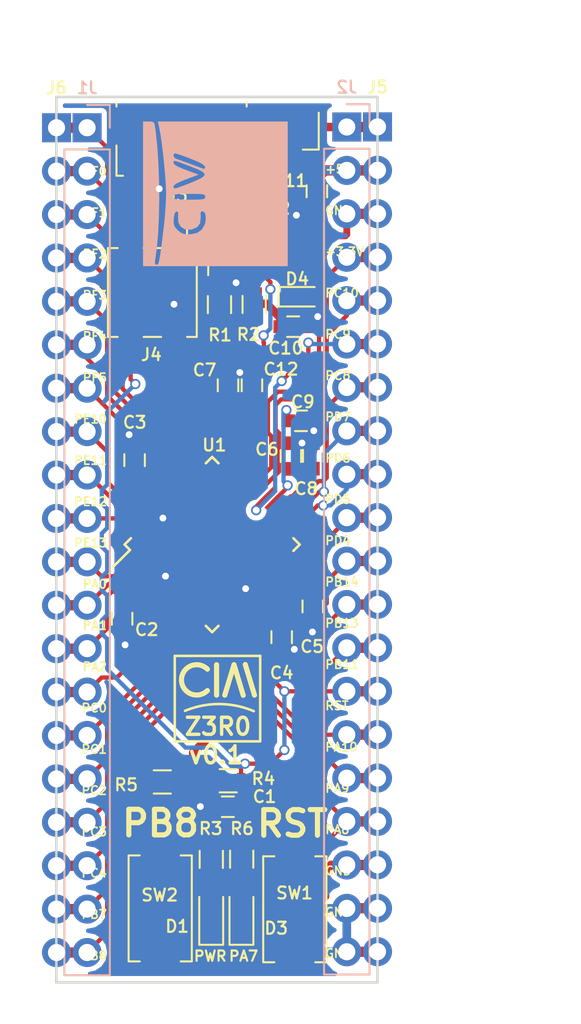
<source format=kicad_pcb>
(kicad_pcb (version 20170123) (host pcbnew no-vcs-found-91ed3e2~59~ubuntu16.04.1)

  (general
    (thickness 1.6)
    (drawings 24)
    (tracks 682)
    (zones 0)
    (modules 34)
    (nets 53)
  )

  (page A4)
  (title_block
    (date "lun. 30 mars 2015")
  )

  (layers
    (0 F.Cu signal)
    (31 B.Cu signal)
    (32 B.Adhes user)
    (33 F.Adhes user)
    (34 B.Paste user)
    (35 F.Paste user)
    (36 B.SilkS user)
    (37 F.SilkS user)
    (38 B.Mask user)
    (39 F.Mask user)
    (40 Dwgs.User user)
    (41 Cmts.User user)
    (42 Eco1.User user)
    (43 Eco2.User user)
    (44 Edge.Cuts user)
    (45 Margin user)
    (46 B.CrtYd user)
    (47 F.CrtYd user)
    (48 B.Fab user)
    (49 F.Fab user)
  )

  (setup
    (last_trace_width 0.25)
    (trace_clearance 0.2)
    (zone_clearance 0.3)
    (zone_45_only no)
    (trace_min 0.2)
    (segment_width 0.15)
    (edge_width 0.15)
    (via_size 0.6)
    (via_drill 0.4)
    (via_min_size 0.4)
    (via_min_drill 0.3)
    (uvia_size 0.3)
    (uvia_drill 0.1)
    (uvias_allowed no)
    (uvia_min_size 0.2)
    (uvia_min_drill 0.1)
    (pcb_text_width 0.3)
    (pcb_text_size 1.5 1.5)
    (mod_edge_width 0.15)
    (mod_text_size 0.7 0.7)
    (mod_text_width 0.13)
    (pad_size 4.064 4.064)
    (pad_drill 3.048)
    (pad_to_mask_clearance 0)
    (aux_axis_origin 110.998 126.365)
    (grid_origin 110.998 126.365)
    (visible_elements FFFFFFFF)
    (pcbplotparams
      (layerselection 0x3f0ff_ffffffff)
      (usegerberextensions true)
      (excludeedgelayer true)
      (linewidth 0.150000)
      (plotframeref false)
      (viasonmask false)
      (mode 1)
      (useauxorigin false)
      (hpglpennumber 1)
      (hpglpenspeed 20)
      (hpglpendiameter 15)
      (psnegative false)
      (psa4output false)
      (plotreference true)
      (plotvalue false)
      (plotinvisibletext false)
      (padsonsilk false)
      (subtractmaskfromsilk false)
      (outputformat 1)
      (mirror false)
      (drillshape 0)
      (scaleselection 1)
      (outputdirectory gerbers/))
  )

  (net 0 "")
  (net 1 +5V)
  (net 2 GND)
  (net 3 +3V3)
  (net 4 "Net-(C9-Pad1)")
  (net 5 /PD4)
  (net 6 /PD5)
  (net 7 /PD6)
  (net 8 /PD7)
  (net 9 /PC8)
  (net 10 /PC9)
  (net 11 /PC10)
  (net 12 /PF0/SWCLK)
  (net 13 /PF1/SWDIO)
  (net 14 /PF2)
  (net 15 /PF3)
  (net 16 /PF4)
  (net 17 /PF5)
  (net 18 /PE10)
  (net 19 /PE11)
  (net 20 /PE12)
  (net 21 /PE13)
  (net 22 /PA0)
  (net 23 /PA1)
  (net 24 /PA2)
  (net 25 /PC0)
  (net 26 /PC1)
  (net 27 /PC2)
  (net 28 /PC3)
  (net 29 /PC4)
  (net 30 /PB7)
  (net 31 /PB8)
  (net 32 /PA8)
  (net 33 /PA9)
  (net 34 /PA10)
  (net 35 /PB11)
  (net 36 /PB13)
  (net 37 /PB14)
  (net 38 "Net-(J3-Pad6)")
  (net 39 /USB+)
  (net 40 "Net-(R1-Pad1)")
  (net 41 "Net-(R2-Pad1)")
  (net 42 /USB-)
  (net 43 /nRESET)
  (net 44 /B_USB+)
  (net 45 /B_USB-)
  (net 46 "Net-(D1-Pad2)")
  (net 47 "Net-(D3-Pad2)")
  (net 48 /vusb)
  (net 49 /vin)
  (net 50 "Net-(C7-Pad1)")
  (net 51 "Net-(J3-Pad4)")
  (net 52 "Net-(U2-Pad4)")

  (net_class Default "This is the default net class."
    (clearance 0.2)
    (trace_width 0.25)
    (via_dia 0.6)
    (via_drill 0.4)
    (uvia_dia 0.3)
    (uvia_drill 0.1)
    (add_net +3V3)
    (add_net +5V)
    (add_net /B_USB+)
    (add_net /B_USB-)
    (add_net /PA0)
    (add_net /PA1)
    (add_net /PA10)
    (add_net /PA2)
    (add_net /PA8)
    (add_net /PA9)
    (add_net /PB11)
    (add_net /PB13)
    (add_net /PB14)
    (add_net /PB7)
    (add_net /PB8)
    (add_net /PC0)
    (add_net /PC1)
    (add_net /PC10)
    (add_net /PC2)
    (add_net /PC3)
    (add_net /PC4)
    (add_net /PC8)
    (add_net /PC9)
    (add_net /PD4)
    (add_net /PD5)
    (add_net /PD6)
    (add_net /PD7)
    (add_net /PE10)
    (add_net /PE11)
    (add_net /PE12)
    (add_net /PE13)
    (add_net /PF0/SWCLK)
    (add_net /PF1/SWDIO)
    (add_net /PF2)
    (add_net /PF3)
    (add_net /PF4)
    (add_net /PF5)
    (add_net /USB+)
    (add_net /USB-)
    (add_net /nRESET)
    (add_net /vin)
    (add_net /vusb)
    (add_net GND)
    (add_net "Net-(C7-Pad1)")
    (add_net "Net-(C9-Pad1)")
    (add_net "Net-(D1-Pad2)")
    (add_net "Net-(D3-Pad2)")
    (add_net "Net-(J3-Pad4)")
    (add_net "Net-(J3-Pad6)")
    (add_net "Net-(R1-Pad1)")
    (add_net "Net-(R2-Pad1)")
    (add_net "Net-(U2-Pad4)")
  )

  (module footprints:LOGO-CIAA (layer B.Cu) (tedit 0) (tstamp 59D85647)
    (at 127.048 75.695 90)
    (fp_text reference G102 (at 0 -4.99364 90) (layer B.SilkS) hide
      (effects (font (size 0.7112 0.4572) (thickness 0.1143)) (justify mirror))
    )
    (fp_text value LOGO_CIAA (at 0 4.99364 90) (layer B.SilkS) hide
      (effects (font (thickness 0.3048)) (justify mirror))
    )
    (fp_poly (pts (xy 4.23418 -4.23418) (xy 0 -4.23418) (xy -4.23164 -4.23418) (xy -4.23164 0)
      (xy -4.23164 4.23164) (xy 0 4.23164) (xy 4.23418 4.23164) (xy 4.23418 0.43434)
      (xy 4.23418 -3.3655) (xy 3.8735 -3.28676) (xy 3.47218 -3.2131) (xy 2.9464 -3.1369)
      (xy 2.37236 -3.06578) (xy 2.37236 -2.3749) (xy 2.34188 -2.24536) (xy 2.26314 -2.00406)
      (xy 2.14884 -1.69418) (xy 2.02184 -1.36144) (xy 1.8923 -1.04648) (xy 1.84912 -0.9525)
      (xy 1.72466 -0.73152) (xy 1.59766 -0.60706) (xy 1.55448 -0.59436) (xy 1.46304 -0.64008)
      (xy 1.48082 -0.74168) (xy 1.53162 -0.8763) (xy 1.6256 -1.12522) (xy 1.7399 -1.43764)
      (xy 1.86182 -1.7653) (xy 1.97104 -2.06756) (xy 2.05232 -2.29108) (xy 2.07518 -2.3495)
      (xy 2.16154 -2.43332) (xy 2.28854 -2.4511) (xy 2.36728 -2.39522) (xy 2.37236 -2.3749)
      (xy 2.37236 -3.06578) (xy 2.34442 -3.06324) (xy 1.92786 -3.01752) (xy 1.92786 -2.42062)
      (xy 1.92278 -2.33934) (xy 1.87706 -2.18186) (xy 1.78308 -1.92532) (xy 1.6383 -1.54178)
      (xy 1.58242 -1.397) (xy 1.43002 -1.01854) (xy 1.30048 -0.76454) (xy 1.18618 -0.63754)
      (xy 1.07188 -0.64262) (xy 0.94742 -0.78994) (xy 0.8001 -1.0795) (xy 0.61722 -1.52146)
      (xy 0.46228 -1.92786) (xy 0.35814 -2.20726) (xy 0.31496 -2.36728) (xy 0.3302 -2.4384)
      (xy 0.39624 -2.45618) (xy 0.41656 -2.45618) (xy 0.51054 -2.413) (xy 0.61468 -2.26568)
      (xy 0.73914 -1.99644) (xy 0.84836 -1.71958) (xy 1.12776 -0.98044) (xy 1.29286 -1.44272)
      (xy 1.45796 -1.88214) (xy 1.5875 -2.18186) (xy 1.69164 -2.3622) (xy 1.78308 -2.44348)
      (xy 1.83388 -2.45618) (xy 1.89484 -2.4511) (xy 1.92786 -2.42062) (xy 1.92786 -3.01752)
      (xy 1.70942 -2.9972) (xy 1.08966 -2.94132) (xy 0.53086 -2.90322) (xy 0.07874 -2.88544)
      (xy 0 -2.88544) (xy 0 -1.69926) (xy 0 -1.524) (xy -0.00254 -1.1176)
      (xy -0.01016 -0.84836) (xy -0.03302 -0.69342) (xy -0.07366 -0.61722) (xy -0.13716 -0.59436)
      (xy -0.16764 -0.59436) (xy -0.24384 -0.60452) (xy -0.2921 -0.65532) (xy -0.32004 -0.77724)
      (xy -0.33274 -0.99822) (xy -0.33782 -1.34874) (xy -0.33782 -1.524) (xy -0.33528 -1.93294)
      (xy -0.32766 -2.19964) (xy -0.3048 -2.35712) (xy -0.26416 -2.43078) (xy -0.20066 -2.45364)
      (xy -0.16764 -2.45618) (xy -0.09398 -2.44602) (xy -0.04572 -2.39268) (xy -0.01778 -2.27076)
      (xy -0.00508 -2.04978) (xy 0 -1.69926) (xy 0 -2.88544) (xy -0.4191 -2.8956)
      (xy -0.94488 -2.92862) (xy -1.016 -2.9337) (xy -1.016 -0.75438) (xy -1.08966 -0.62992)
      (xy -1.2827 -0.56642) (xy -1.55448 -0.56896) (xy -1.74244 -0.60452) (xy -2.07264 -0.77216)
      (xy -2.28092 -1.05918) (xy -2.36728 -1.45542) (xy -2.36982 -1.54178) (xy -2.35204 -1.8288)
      (xy -2.2733 -2.02692) (xy -2.11836 -2.21234) (xy -1.93548 -2.36982) (xy -1.75514 -2.4384)
      (xy -1.50114 -2.44094) (xy -1.46304 -2.4384) (xy -1.18618 -2.4003) (xy -1.0541 -2.3241)
      (xy -1.03378 -2.27838) (xy -1.05156 -2.18948) (xy -1.18364 -2.17424) (xy -1.26492 -2.18186)
      (xy -1.63576 -2.17424) (xy -1.91008 -2.03962) (xy -2.06756 -1.79832) (xy -2.09296 -1.46558)
      (xy -2.07772 -1.36906) (xy -1.94564 -1.06426) (xy -1.71704 -0.89408) (xy -1.3843 -0.85852)
      (xy -1.3589 -0.86106) (xy -1.13284 -0.86868) (xy -1.03378 -0.8255) (xy -1.016 -0.75438)
      (xy -1.016 -2.9337) (xy -1.51892 -2.97688) (xy -2.07518 -3.0353) (xy -2.19964 -3.05054)
      (xy -2.82194 -3.12928) (xy -3.29438 -3.19278) (xy -3.63982 -3.24104) (xy -3.87604 -3.28422)
      (xy -4.0259 -3.31978) (xy -4.10718 -3.35788) (xy -4.1402 -3.39852) (xy -4.14782 -3.44678)
      (xy -4.14782 -3.44932) (xy -4.10718 -3.5306) (xy -3.95478 -3.53822) (xy -3.8735 -3.52806)
      (xy -3.1369 -3.42392) (xy -2.2733 -3.35026) (xy -1.31064 -3.30454) (xy -0.2921 -3.28676)
      (xy 0.75184 -3.29692) (xy 1.78054 -3.33502) (xy 2.76352 -3.40106) (xy 3.6576 -3.49504)
      (xy 3.8735 -3.52552) (xy 4.09956 -3.56616) (xy 4.2037 -3.63474) (xy 4.23164 -3.78206)
      (xy 4.23418 -3.90398) (xy 4.23418 -4.23418) (xy 4.23418 -4.23418)) (layer B.SilkS) (width 0.00254))
  )

  (module footprints:C_0603 (layer F.Cu) (tedit 59958EE7) (tstamp 59D84FFF)
    (at 127.778 111.555)
    (descr "Capacitor SMD 0603, reflow soldering, AVX (see smccp.pdf)")
    (tags "capacitor 0603")
    (path /59D0A660)
    (attr smd)
    (fp_text reference C1 (at 2.15 -0.59 -180) (layer F.SilkS)
      (effects (font (size 0.7 0.7) (thickness 0.13)))
    )
    (fp_text value 1u (at 0 1.5) (layer F.Fab)
      (effects (font (size 0.7 0.7) (thickness 0.13)))
    )
    (fp_line (start 1.4 0.65) (end -1.4 0.65) (layer F.CrtYd) (width 0.05))
    (fp_line (start 1.4 0.65) (end 1.4 -0.65) (layer F.CrtYd) (width 0.05))
    (fp_line (start -1.4 -0.65) (end -1.4 0.65) (layer F.CrtYd) (width 0.05))
    (fp_line (start -1.4 -0.65) (end 1.4 -0.65) (layer F.CrtYd) (width 0.05))
    (fp_line (start 0.35 0.6) (end -0.35 0.6) (layer F.SilkS) (width 0.12))
    (fp_line (start -0.35 -0.6) (end 0.35 -0.6) (layer F.SilkS) (width 0.12))
    (fp_line (start -0.8 -0.4) (end 0.8 -0.4) (layer F.Fab) (width 0.1))
    (fp_line (start 0.8 -0.4) (end 0.8 0.4) (layer F.Fab) (width 0.1))
    (fp_line (start 0.8 0.4) (end -0.8 0.4) (layer F.Fab) (width 0.1))
    (fp_line (start -0.8 0.4) (end -0.8 -0.4) (layer F.Fab) (width 0.1))
    (fp_text user %R (at 0 0) (layer F.Fab)
      (effects (font (size 0.3 0.3) (thickness 0.075)))
    )
    (pad 2 smd rect (at 0.75 0) (size 0.8 0.75) (layers F.Cu F.Paste F.Mask)
      (net 43 /nRESET))
    (pad 1 smd rect (at -0.75 0) (size 0.8 0.75) (layers F.Cu F.Paste F.Mask)
      (net 2 GND))
    (model ${KIPRJMOD}/shapes3D/C_0603.wrl
      (at (xyz 0 0 0))
      (scale (xyz 1 1 1))
      (rotate (xyz 0 0 0))
    )
  )

  (module footprints:C_0603 (layer F.Cu) (tedit 59958EE7) (tstamp 59D8500F)
    (at 121.588 100.555 270)
    (descr "Capacitor SMD 0603, reflow soldering, AVX (see smccp.pdf)")
    (tags "capacitor 0603")
    (path /59CF41E4)
    (attr smd)
    (fp_text reference C2 (at 0.64 -1.44) (layer F.SilkS)
      (effects (font (size 0.7 0.7) (thickness 0.13)))
    )
    (fp_text value 100n (at 0 1.5 270) (layer F.Fab)
      (effects (font (size 0.7 0.7) (thickness 0.13)))
    )
    (fp_text user %R (at 0 0 270) (layer F.Fab)
      (effects (font (size 0.3 0.3) (thickness 0.075)))
    )
    (fp_line (start -0.8 0.4) (end -0.8 -0.4) (layer F.Fab) (width 0.1))
    (fp_line (start 0.8 0.4) (end -0.8 0.4) (layer F.Fab) (width 0.1))
    (fp_line (start 0.8 -0.4) (end 0.8 0.4) (layer F.Fab) (width 0.1))
    (fp_line (start -0.8 -0.4) (end 0.8 -0.4) (layer F.Fab) (width 0.1))
    (fp_line (start -0.35 -0.6) (end 0.35 -0.6) (layer F.SilkS) (width 0.12))
    (fp_line (start 0.35 0.6) (end -0.35 0.6) (layer F.SilkS) (width 0.12))
    (fp_line (start -1.4 -0.65) (end 1.4 -0.65) (layer F.CrtYd) (width 0.05))
    (fp_line (start -1.4 -0.65) (end -1.4 0.65) (layer F.CrtYd) (width 0.05))
    (fp_line (start 1.4 0.65) (end 1.4 -0.65) (layer F.CrtYd) (width 0.05))
    (fp_line (start 1.4 0.65) (end -1.4 0.65) (layer F.CrtYd) (width 0.05))
    (pad 1 smd rect (at -0.75 0 270) (size 0.8 0.75) (layers F.Cu F.Paste F.Mask)
      (net 3 +3V3))
    (pad 2 smd rect (at 0.75 0 270) (size 0.8 0.75) (layers F.Cu F.Paste F.Mask)
      (net 2 GND))
    (model ${KIPRJMOD}/shapes3D/C_0603.wrl
      (at (xyz 0 0 0))
      (scale (xyz 1 1 1))
      (rotate (xyz 0 0 0))
    )
  )

  (module footprints:C_0603 (layer F.Cu) (tedit 59958EE7) (tstamp 59D8501F)
    (at 122.318 91.275 90)
    (descr "Capacitor SMD 0603, reflow soldering, AVX (see smccp.pdf)")
    (tags "capacitor 0603")
    (path /59CF4A18)
    (attr smd)
    (fp_text reference C3 (at 2.21 0.01 180) (layer F.SilkS)
      (effects (font (size 0.7 0.7) (thickness 0.13)))
    )
    (fp_text value 100n (at 0 1.5 90) (layer F.Fab)
      (effects (font (size 0.7 0.7) (thickness 0.13)))
    )
    (fp_line (start 1.4 0.65) (end -1.4 0.65) (layer F.CrtYd) (width 0.05))
    (fp_line (start 1.4 0.65) (end 1.4 -0.65) (layer F.CrtYd) (width 0.05))
    (fp_line (start -1.4 -0.65) (end -1.4 0.65) (layer F.CrtYd) (width 0.05))
    (fp_line (start -1.4 -0.65) (end 1.4 -0.65) (layer F.CrtYd) (width 0.05))
    (fp_line (start 0.35 0.6) (end -0.35 0.6) (layer F.SilkS) (width 0.12))
    (fp_line (start -0.35 -0.6) (end 0.35 -0.6) (layer F.SilkS) (width 0.12))
    (fp_line (start -0.8 -0.4) (end 0.8 -0.4) (layer F.Fab) (width 0.1))
    (fp_line (start 0.8 -0.4) (end 0.8 0.4) (layer F.Fab) (width 0.1))
    (fp_line (start 0.8 0.4) (end -0.8 0.4) (layer F.Fab) (width 0.1))
    (fp_line (start -0.8 0.4) (end -0.8 -0.4) (layer F.Fab) (width 0.1))
    (fp_text user %R (at 0 0 90) (layer F.Fab)
      (effects (font (size 0.3 0.3) (thickness 0.075)))
    )
    (pad 2 smd rect (at 0.75 0 90) (size 0.8 0.75) (layers F.Cu F.Paste F.Mask)
      (net 2 GND))
    (pad 1 smd rect (at -0.75 0 90) (size 0.8 0.75) (layers F.Cu F.Paste F.Mask)
      (net 3 +3V3))
    (model ${KIPRJMOD}/shapes3D/C_0603.wrl
      (at (xyz 0 0 0))
      (scale (xyz 1 1 1))
      (rotate (xyz 0 0 0))
    )
  )

  (module footprints:C_0603 (layer F.Cu) (tedit 59958EE7) (tstamp 59D8502F)
    (at 130.928 101.635 90)
    (descr "Capacitor SMD 0603, reflow soldering, AVX (see smccp.pdf)")
    (tags "capacitor 0603")
    (path /59CF515F)
    (attr smd)
    (fp_text reference C4 (at -2.09 0 180) (layer F.SilkS)
      (effects (font (size 0.7 0.7) (thickness 0.13)))
    )
    (fp_text value 100n (at -1.28 1.46 90) (layer F.Fab)
      (effects (font (size 0.7 0.7) (thickness 0.13)))
    )
    (fp_line (start 1.4 0.65) (end -1.4 0.65) (layer F.CrtYd) (width 0.05))
    (fp_line (start 1.4 0.65) (end 1.4 -0.65) (layer F.CrtYd) (width 0.05))
    (fp_line (start -1.4 -0.65) (end -1.4 0.65) (layer F.CrtYd) (width 0.05))
    (fp_line (start -1.4 -0.65) (end 1.4 -0.65) (layer F.CrtYd) (width 0.05))
    (fp_line (start 0.35 0.6) (end -0.35 0.6) (layer F.SilkS) (width 0.12))
    (fp_line (start -0.35 -0.6) (end 0.35 -0.6) (layer F.SilkS) (width 0.12))
    (fp_line (start -0.8 -0.4) (end 0.8 -0.4) (layer F.Fab) (width 0.1))
    (fp_line (start 0.8 -0.4) (end 0.8 0.4) (layer F.Fab) (width 0.1))
    (fp_line (start 0.8 0.4) (end -0.8 0.4) (layer F.Fab) (width 0.1))
    (fp_line (start -0.8 0.4) (end -0.8 -0.4) (layer F.Fab) (width 0.1))
    (fp_text user %R (at 0 0 90) (layer F.Fab)
      (effects (font (size 0.3 0.3) (thickness 0.075)))
    )
    (pad 2 smd rect (at 0.75 0 90) (size 0.8 0.75) (layers F.Cu F.Paste F.Mask)
      (net 3 +3V3))
    (pad 1 smd rect (at -0.75 0 90) (size 0.8 0.75) (layers F.Cu F.Paste F.Mask)
      (net 2 GND))
    (model ${KIPRJMOD}/shapes3D/C_0603.wrl
      (at (xyz 0 0 0))
      (scale (xyz 1 1 1))
      (rotate (xyz 0 0 0))
    )
  )

  (module footprints:C_0603 (layer F.Cu) (tedit 59958EE7) (tstamp 59D8503F)
    (at 132.748 99.835 90)
    (descr "Capacitor SMD 0603, reflow soldering, AVX (see smccp.pdf)")
    (tags "capacitor 0603")
    (path /59CF4E06)
    (attr smd)
    (fp_text reference C5 (at -2.35 -0.04 180) (layer F.SilkS)
      (effects (font (size 0.7 0.7) (thickness 0.13)))
    )
    (fp_text value 100n (at 0 1.5 90) (layer F.Fab)
      (effects (font (size 0.7 0.7) (thickness 0.13)))
    )
    (fp_text user %R (at 0 0 90) (layer F.Fab)
      (effects (font (size 0.3 0.3) (thickness 0.075)))
    )
    (fp_line (start -0.8 0.4) (end -0.8 -0.4) (layer F.Fab) (width 0.1))
    (fp_line (start 0.8 0.4) (end -0.8 0.4) (layer F.Fab) (width 0.1))
    (fp_line (start 0.8 -0.4) (end 0.8 0.4) (layer F.Fab) (width 0.1))
    (fp_line (start -0.8 -0.4) (end 0.8 -0.4) (layer F.Fab) (width 0.1))
    (fp_line (start -0.35 -0.6) (end 0.35 -0.6) (layer F.SilkS) (width 0.12))
    (fp_line (start 0.35 0.6) (end -0.35 0.6) (layer F.SilkS) (width 0.12))
    (fp_line (start -1.4 -0.65) (end 1.4 -0.65) (layer F.CrtYd) (width 0.05))
    (fp_line (start -1.4 -0.65) (end -1.4 0.65) (layer F.CrtYd) (width 0.05))
    (fp_line (start 1.4 0.65) (end 1.4 -0.65) (layer F.CrtYd) (width 0.05))
    (fp_line (start 1.4 0.65) (end -1.4 0.65) (layer F.CrtYd) (width 0.05))
    (pad 1 smd rect (at -0.75 0 90) (size 0.8 0.75) (layers F.Cu F.Paste F.Mask)
      (net 2 GND))
    (pad 2 smd rect (at 0.75 0 90) (size 0.8 0.75) (layers F.Cu F.Paste F.Mask)
      (net 3 +3V3))
    (model ${KIPRJMOD}/shapes3D/C_0603.wrl
      (at (xyz 0 0 0))
      (scale (xyz 1 1 1))
      (rotate (xyz 0 0 0))
    )
  )

  (module footprints:C_0603 (layer F.Cu) (tedit 59958EE7) (tstamp 59D8504F)
    (at 131.468 91.035 90)
    (descr "Capacitor SMD 0603, reflow soldering, AVX (see smccp.pdf)")
    (tags "capacitor 0603")
    (path /59CF328A)
    (attr smd)
    (fp_text reference C6 (at 0.39 -1.4 180) (layer F.SilkS)
      (effects (font (size 0.7 0.7) (thickness 0.13)))
    )
    (fp_text value 100n (at 0 1.5 90) (layer F.Fab)
      (effects (font (size 0.7 0.7) (thickness 0.13)))
    )
    (fp_text user %R (at 0 0 90) (layer F.Fab)
      (effects (font (size 0.3 0.3) (thickness 0.075)))
    )
    (fp_line (start -0.8 0.4) (end -0.8 -0.4) (layer F.Fab) (width 0.1))
    (fp_line (start 0.8 0.4) (end -0.8 0.4) (layer F.Fab) (width 0.1))
    (fp_line (start 0.8 -0.4) (end 0.8 0.4) (layer F.Fab) (width 0.1))
    (fp_line (start -0.8 -0.4) (end 0.8 -0.4) (layer F.Fab) (width 0.1))
    (fp_line (start -0.35 -0.6) (end 0.35 -0.6) (layer F.SilkS) (width 0.12))
    (fp_line (start 0.35 0.6) (end -0.35 0.6) (layer F.SilkS) (width 0.12))
    (fp_line (start -1.4 -0.65) (end 1.4 -0.65) (layer F.CrtYd) (width 0.05))
    (fp_line (start -1.4 -0.65) (end -1.4 0.65) (layer F.CrtYd) (width 0.05))
    (fp_line (start 1.4 0.65) (end 1.4 -0.65) (layer F.CrtYd) (width 0.05))
    (fp_line (start 1.4 0.65) (end -1.4 0.65) (layer F.CrtYd) (width 0.05))
    (pad 1 smd rect (at -0.75 0 90) (size 0.8 0.75) (layers F.Cu F.Paste F.Mask)
      (net 3 +3V3))
    (pad 2 smd rect (at 0.75 0 90) (size 0.8 0.75) (layers F.Cu F.Paste F.Mask)
      (net 2 GND))
    (model ${KIPRJMOD}/shapes3D/C_0603.wrl
      (at (xyz 0 0 0))
      (scale (xyz 1 1 1))
      (rotate (xyz 0 0 0))
    )
  )

  (module footprints:C_0603 (layer F.Cu) (tedit 59958EE7) (tstamp 59D8505F)
    (at 127.788 86.895 90)
    (descr "Capacitor SMD 0603, reflow soldering, AVX (see smccp.pdf)")
    (tags "capacitor 0603")
    (path /59CF2D3A)
    (attr smd)
    (fp_text reference C7 (at 0.89 -1.37 180) (layer F.SilkS)
      (effects (font (size 0.7 0.7) (thickness 0.13)))
    )
    (fp_text value 1u (at 0 1.5 90) (layer F.Fab)
      (effects (font (size 0.7 0.7) (thickness 0.13)))
    )
    (fp_line (start 1.4 0.65) (end -1.4 0.65) (layer F.CrtYd) (width 0.05))
    (fp_line (start 1.4 0.65) (end 1.4 -0.65) (layer F.CrtYd) (width 0.05))
    (fp_line (start -1.4 -0.65) (end -1.4 0.65) (layer F.CrtYd) (width 0.05))
    (fp_line (start -1.4 -0.65) (end 1.4 -0.65) (layer F.CrtYd) (width 0.05))
    (fp_line (start 0.35 0.6) (end -0.35 0.6) (layer F.SilkS) (width 0.12))
    (fp_line (start -0.35 -0.6) (end 0.35 -0.6) (layer F.SilkS) (width 0.12))
    (fp_line (start -0.8 -0.4) (end 0.8 -0.4) (layer F.Fab) (width 0.1))
    (fp_line (start 0.8 -0.4) (end 0.8 0.4) (layer F.Fab) (width 0.1))
    (fp_line (start 0.8 0.4) (end -0.8 0.4) (layer F.Fab) (width 0.1))
    (fp_line (start -0.8 0.4) (end -0.8 -0.4) (layer F.Fab) (width 0.1))
    (fp_text user %R (at 0 0 90) (layer F.Fab)
      (effects (font (size 0.3 0.3) (thickness 0.075)))
    )
    (pad 2 smd rect (at 0.75 0 90) (size 0.8 0.75) (layers F.Cu F.Paste F.Mask)
      (net 2 GND))
    (pad 1 smd rect (at -0.75 0 90) (size 0.8 0.75) (layers F.Cu F.Paste F.Mask)
      (net 50 "Net-(C7-Pad1)"))
    (model ${KIPRJMOD}/shapes3D/C_0603.wrl
      (at (xyz 0 0 0))
      (scale (xyz 1 1 1))
      (rotate (xyz 0 0 0))
    )
  )

  (module footprints:C_0603 (layer F.Cu) (tedit 59958EE7) (tstamp 59D8506F)
    (at 132.778 91.025 90)
    (descr "Capacitor SMD 0603, reflow soldering, AVX (see smccp.pdf)")
    (tags "capacitor 0603")
    (path /59CF30EC)
    (attr smd)
    (fp_text reference C8 (at -1.92 -0.41 180) (layer F.SilkS)
      (effects (font (size 0.7 0.7) (thickness 0.13)))
    )
    (fp_text value 10u (at 0 1.5 90) (layer F.Fab)
      (effects (font (size 0.7 0.7) (thickness 0.13)))
    )
    (fp_text user %R (at 0 0 90) (layer F.Fab)
      (effects (font (size 0.3 0.3) (thickness 0.075)))
    )
    (fp_line (start -0.8 0.4) (end -0.8 -0.4) (layer F.Fab) (width 0.1))
    (fp_line (start 0.8 0.4) (end -0.8 0.4) (layer F.Fab) (width 0.1))
    (fp_line (start 0.8 -0.4) (end 0.8 0.4) (layer F.Fab) (width 0.1))
    (fp_line (start -0.8 -0.4) (end 0.8 -0.4) (layer F.Fab) (width 0.1))
    (fp_line (start -0.35 -0.6) (end 0.35 -0.6) (layer F.SilkS) (width 0.12))
    (fp_line (start 0.35 0.6) (end -0.35 0.6) (layer F.SilkS) (width 0.12))
    (fp_line (start -1.4 -0.65) (end 1.4 -0.65) (layer F.CrtYd) (width 0.05))
    (fp_line (start -1.4 -0.65) (end -1.4 0.65) (layer F.CrtYd) (width 0.05))
    (fp_line (start 1.4 0.65) (end 1.4 -0.65) (layer F.CrtYd) (width 0.05))
    (fp_line (start 1.4 0.65) (end -1.4 0.65) (layer F.CrtYd) (width 0.05))
    (pad 1 smd rect (at -0.75 0 90) (size 0.8 0.75) (layers F.Cu F.Paste F.Mask)
      (net 3 +3V3))
    (pad 2 smd rect (at 0.75 0 90) (size 0.8 0.75) (layers F.Cu F.Paste F.Mask)
      (net 2 GND))
    (model ${KIPRJMOD}/shapes3D/C_0603.wrl
      (at (xyz 0 0 0))
      (scale (xyz 1 1 1))
      (rotate (xyz 0 0 0))
    )
  )

  (module footprints:C_0603 (layer F.Cu) (tedit 59958EE7) (tstamp 59D8507F)
    (at 132.058 88.975)
    (descr "Capacitor SMD 0603, reflow soldering, AVX (see smccp.pdf)")
    (tags "capacitor 0603")
    (path /59CF3066)
    (attr smd)
    (fp_text reference C9 (at 0.11 -1.11) (layer F.SilkS)
      (effects (font (size 0.7 0.7) (thickness 0.13)))
    )
    (fp_text value 1u (at 0 1.5) (layer F.Fab)
      (effects (font (size 0.7 0.7) (thickness 0.13)))
    )
    (fp_line (start 1.4 0.65) (end -1.4 0.65) (layer F.CrtYd) (width 0.05))
    (fp_line (start 1.4 0.65) (end 1.4 -0.65) (layer F.CrtYd) (width 0.05))
    (fp_line (start -1.4 -0.65) (end -1.4 0.65) (layer F.CrtYd) (width 0.05))
    (fp_line (start -1.4 -0.65) (end 1.4 -0.65) (layer F.CrtYd) (width 0.05))
    (fp_line (start 0.35 0.6) (end -0.35 0.6) (layer F.SilkS) (width 0.12))
    (fp_line (start -0.35 -0.6) (end 0.35 -0.6) (layer F.SilkS) (width 0.12))
    (fp_line (start -0.8 -0.4) (end 0.8 -0.4) (layer F.Fab) (width 0.1))
    (fp_line (start 0.8 -0.4) (end 0.8 0.4) (layer F.Fab) (width 0.1))
    (fp_line (start 0.8 0.4) (end -0.8 0.4) (layer F.Fab) (width 0.1))
    (fp_line (start -0.8 0.4) (end -0.8 -0.4) (layer F.Fab) (width 0.1))
    (fp_text user %R (at 0 0) (layer F.Fab)
      (effects (font (size 0.3 0.3) (thickness 0.075)))
    )
    (pad 2 smd rect (at 0.75 0) (size 0.8 0.75) (layers F.Cu F.Paste F.Mask)
      (net 2 GND))
    (pad 1 smd rect (at -0.75 0) (size 0.8 0.75) (layers F.Cu F.Paste F.Mask)
      (net 4 "Net-(C9-Pad1)"))
    (model ${KIPRJMOD}/shapes3D/C_0603.wrl
      (at (xyz 0 0 0))
      (scale (xyz 1 1 1))
      (rotate (xyz 0 0 0))
    )
  )

  (module footprints:C_0603 (layer F.Cu) (tedit 59958EE7) (tstamp 59D8508F)
    (at 131.598 83.465)
    (descr "Capacitor SMD 0603, reflow soldering, AVX (see smccp.pdf)")
    (tags "capacitor 0603")
    (path /59D07862)
    (attr smd)
    (fp_text reference C10 (at -0.43 1.26) (layer F.SilkS)
      (effects (font (size 0.7 0.7) (thickness 0.13)))
    )
    (fp_text value 1u (at 0 1.5) (layer F.Fab)
      (effects (font (size 0.7 0.7) (thickness 0.13)))
    )
    (fp_text user %R (at 0 0) (layer F.Fab)
      (effects (font (size 0.3 0.3) (thickness 0.075)))
    )
    (fp_line (start -0.8 0.4) (end -0.8 -0.4) (layer F.Fab) (width 0.1))
    (fp_line (start 0.8 0.4) (end -0.8 0.4) (layer F.Fab) (width 0.1))
    (fp_line (start 0.8 -0.4) (end 0.8 0.4) (layer F.Fab) (width 0.1))
    (fp_line (start -0.8 -0.4) (end 0.8 -0.4) (layer F.Fab) (width 0.1))
    (fp_line (start -0.35 -0.6) (end 0.35 -0.6) (layer F.SilkS) (width 0.12))
    (fp_line (start 0.35 0.6) (end -0.35 0.6) (layer F.SilkS) (width 0.12))
    (fp_line (start -1.4 -0.65) (end 1.4 -0.65) (layer F.CrtYd) (width 0.05))
    (fp_line (start -1.4 -0.65) (end -1.4 0.65) (layer F.CrtYd) (width 0.05))
    (fp_line (start 1.4 0.65) (end 1.4 -0.65) (layer F.CrtYd) (width 0.05))
    (fp_line (start 1.4 0.65) (end -1.4 0.65) (layer F.CrtYd) (width 0.05))
    (pad 1 smd rect (at -0.75 0) (size 0.8 0.75) (layers F.Cu F.Paste F.Mask)
      (net 3 +3V3))
    (pad 2 smd rect (at 0.75 0) (size 0.8 0.75) (layers F.Cu F.Paste F.Mask)
      (net 2 GND))
    (model ${KIPRJMOD}/shapes3D/C_0603.wrl
      (at (xyz 0 0 0))
      (scale (xyz 1 1 1))
      (rotate (xyz 0 0 0))
    )
  )

  (module footprints:C_0603 (layer F.Cu) (tedit 59958EE7) (tstamp 59D8509F)
    (at 132.988 75.545 90)
    (descr "Capacitor SMD 0603, reflow soldering, AVX (see smccp.pdf)")
    (tags "capacitor 0603")
    (path /59D0C3D6)
    (attr smd)
    (fp_text reference C11 (at 0.62 -1.59) (layer F.SilkS)
      (effects (font (size 0.7 0.7) (thickness 0.13)))
    )
    (fp_text value 1u (at 0 1.5 90) (layer F.Fab)
      (effects (font (size 0.7 0.7) (thickness 0.13)))
    )
    (fp_text user %R (at 0 0 90) (layer F.Fab)
      (effects (font (size 0.3 0.3) (thickness 0.075)))
    )
    (fp_line (start -0.8 0.4) (end -0.8 -0.4) (layer F.Fab) (width 0.1))
    (fp_line (start 0.8 0.4) (end -0.8 0.4) (layer F.Fab) (width 0.1))
    (fp_line (start 0.8 -0.4) (end 0.8 0.4) (layer F.Fab) (width 0.1))
    (fp_line (start -0.8 -0.4) (end 0.8 -0.4) (layer F.Fab) (width 0.1))
    (fp_line (start -0.35 -0.6) (end 0.35 -0.6) (layer F.SilkS) (width 0.12))
    (fp_line (start 0.35 0.6) (end -0.35 0.6) (layer F.SilkS) (width 0.12))
    (fp_line (start -1.4 -0.65) (end 1.4 -0.65) (layer F.CrtYd) (width 0.05))
    (fp_line (start -1.4 -0.65) (end -1.4 0.65) (layer F.CrtYd) (width 0.05))
    (fp_line (start 1.4 0.65) (end 1.4 -0.65) (layer F.CrtYd) (width 0.05))
    (fp_line (start 1.4 0.65) (end -1.4 0.65) (layer F.CrtYd) (width 0.05))
    (pad 1 smd rect (at -0.75 0 90) (size 0.8 0.75) (layers F.Cu F.Paste F.Mask)
      (net 1 +5V))
    (pad 2 smd rect (at 0.75 0 90) (size 0.8 0.75) (layers F.Cu F.Paste F.Mask)
      (net 2 GND))
    (model ${KIPRJMOD}/shapes3D/C_0603.wrl
      (at (xyz 0 0 0))
      (scale (xyz 1 1 1))
      (rotate (xyz 0 0 0))
    )
  )

  (module footprints:C_0603 (layer F.Cu) (tedit 59958EE7) (tstamp 59D850AF)
    (at 129.188 86.895 90)
    (descr "Capacitor SMD 0603, reflow soldering, AVX (see smccp.pdf)")
    (tags "capacitor 0603")
    (path /59D2EB19)
    (attr smd)
    (fp_text reference C12 (at 0.94 1.7) (layer F.SilkS)
      (effects (font (size 0.7 0.7) (thickness 0.13)))
    )
    (fp_text value 4.7u (at 0 1.5 90) (layer F.Fab)
      (effects (font (size 0.7 0.7) (thickness 0.13)))
    )
    (fp_line (start 1.4 0.65) (end -1.4 0.65) (layer F.CrtYd) (width 0.05))
    (fp_line (start 1.4 0.65) (end 1.4 -0.65) (layer F.CrtYd) (width 0.05))
    (fp_line (start -1.4 -0.65) (end -1.4 0.65) (layer F.CrtYd) (width 0.05))
    (fp_line (start -1.4 -0.65) (end 1.4 -0.65) (layer F.CrtYd) (width 0.05))
    (fp_line (start 0.35 0.6) (end -0.35 0.6) (layer F.SilkS) (width 0.12))
    (fp_line (start -0.35 -0.6) (end 0.35 -0.6) (layer F.SilkS) (width 0.12))
    (fp_line (start -0.8 -0.4) (end 0.8 -0.4) (layer F.Fab) (width 0.1))
    (fp_line (start 0.8 -0.4) (end 0.8 0.4) (layer F.Fab) (width 0.1))
    (fp_line (start 0.8 0.4) (end -0.8 0.4) (layer F.Fab) (width 0.1))
    (fp_line (start -0.8 0.4) (end -0.8 -0.4) (layer F.Fab) (width 0.1))
    (fp_text user %R (at 0 0 90) (layer F.Fab)
      (effects (font (size 0.3 0.3) (thickness 0.075)))
    )
    (pad 2 smd rect (at 0.75 0 90) (size 0.8 0.75) (layers F.Cu F.Paste F.Mask)
      (net 2 GND))
    (pad 1 smd rect (at -0.75 0 90) (size 0.8 0.75) (layers F.Cu F.Paste F.Mask)
      (net 48 /vusb))
    (model ${KIPRJMOD}/shapes3D/C_0603.wrl
      (at (xyz 0 0 0))
      (scale (xyz 1 1 1))
      (rotate (xyz 0 0 0))
    )
  )

  (module footprints:LED_0805 (layer F.Cu) (tedit 59959803) (tstamp 59D850BF)
    (at 126.803001 117.8325 90)
    (descr "LED 0805 smd package")
    (tags "LED led 0805 SMD smd SMT smt smdled SMDLED smtled SMTLED")
    (path /59D188F2)
    (attr smd)
    (fp_text reference D1 (at -0.7225 -1.995001 180) (layer F.SilkS)
      (effects (font (size 0.7 0.7) (thickness 0.13)))
    )
    (fp_text value PWR (at 0 1.55 90) (layer F.Fab)
      (effects (font (size 0.7 0.7) (thickness 0.13)))
    )
    (fp_line (start -1.8 -0.7) (end -1.8 0.7) (layer F.SilkS) (width 0.12))
    (fp_line (start -0.4 -0.4) (end -0.4 0.4) (layer F.Fab) (width 0.1))
    (fp_line (start -0.4 0) (end 0.2 -0.4) (layer F.Fab) (width 0.1))
    (fp_line (start 0.2 0.4) (end -0.4 0) (layer F.Fab) (width 0.1))
    (fp_line (start 0.2 -0.4) (end 0.2 0.4) (layer F.Fab) (width 0.1))
    (fp_line (start 1 0.6) (end -1 0.6) (layer F.Fab) (width 0.1))
    (fp_line (start 1 -0.6) (end 1 0.6) (layer F.Fab) (width 0.1))
    (fp_line (start -1 -0.6) (end 1 -0.6) (layer F.Fab) (width 0.1))
    (fp_line (start -1 0.6) (end -1 -0.6) (layer F.Fab) (width 0.1))
    (fp_line (start -1.8 0.7) (end 1 0.7) (layer F.SilkS) (width 0.12))
    (fp_line (start -1.8 -0.7) (end 1 -0.7) (layer F.SilkS) (width 0.12))
    (fp_line (start 1.95 -0.85) (end 1.95 0.85) (layer F.CrtYd) (width 0.05))
    (fp_line (start 1.95 0.85) (end -1.95 0.85) (layer F.CrtYd) (width 0.05))
    (fp_line (start -1.95 0.85) (end -1.95 -0.85) (layer F.CrtYd) (width 0.05))
    (fp_line (start -1.95 -0.85) (end 1.95 -0.85) (layer F.CrtYd) (width 0.05))
    (fp_text user %R (at 0 -1.25 90) (layer F.Fab)
      (effects (font (size 0.4 0.4) (thickness 0.1)))
    )
    (pad 2 smd rect (at 1.1 0 270) (size 1.2 1.2) (layers F.Cu F.Paste F.Mask)
      (net 46 "Net-(D1-Pad2)"))
    (pad 1 smd rect (at -1.1 0 270) (size 1.2 1.2) (layers F.Cu F.Paste F.Mask)
      (net 2 GND))
    (model ${KIPRJMOD}/shapes3D/LED_0805.wrl
      (at (xyz 0 0 0))
      (scale (xyz 1 1 1))
      (rotate (xyz 0 0 180))
    )
  )

  (module footprints:SOT-23 (layer F.Cu) (tedit 58CE4E7E) (tstamp 59D850D4)
    (at 131.518 72.345 270)
    (descr "SOT-23, Standard")
    (tags SOT-23)
    (path /59D2F91E)
    (attr smd)
    (fp_text reference D2 (at 1.5 1.57) (layer F.SilkS)
      (effects (font (size 0.7 0.7) (thickness 0.13)))
    )
    (fp_text value PMEG2005CT (at 0 2.5 270) (layer F.Fab)
      (effects (font (size 0.7 0.7) (thickness 0.13)))
    )
    (fp_text user %R (at 0 0) (layer F.Fab)
      (effects (font (size 0.5 0.5) (thickness 0.075)))
    )
    (fp_line (start -0.7 -0.95) (end -0.7 1.5) (layer F.Fab) (width 0.1))
    (fp_line (start -0.15 -1.52) (end 0.7 -1.52) (layer F.Fab) (width 0.1))
    (fp_line (start -0.7 -0.95) (end -0.15 -1.52) (layer F.Fab) (width 0.1))
    (fp_line (start 0.7 -1.52) (end 0.7 1.52) (layer F.Fab) (width 0.1))
    (fp_line (start -0.7 1.52) (end 0.7 1.52) (layer F.Fab) (width 0.1))
    (fp_line (start 0.76 1.58) (end 0.76 0.65) (layer F.SilkS) (width 0.12))
    (fp_line (start 0.76 -1.58) (end 0.76 -0.65) (layer F.SilkS) (width 0.12))
    (fp_line (start -1.7 -1.75) (end 1.7 -1.75) (layer F.CrtYd) (width 0.05))
    (fp_line (start 1.7 -1.75) (end 1.7 1.75) (layer F.CrtYd) (width 0.05))
    (fp_line (start 1.7 1.75) (end -1.7 1.75) (layer F.CrtYd) (width 0.05))
    (fp_line (start -1.7 1.75) (end -1.7 -1.75) (layer F.CrtYd) (width 0.05))
    (fp_line (start 0.76 -1.58) (end -1.4 -1.58) (layer F.SilkS) (width 0.12))
    (fp_line (start 0.76 1.58) (end -0.7 1.58) (layer F.SilkS) (width 0.12))
    (pad 1 smd rect (at -1 -0.95 270) (size 0.9 0.8) (layers F.Cu F.Paste F.Mask)
      (net 49 /vin))
    (pad 2 smd rect (at -1 0.95 270) (size 0.9 0.8) (layers F.Cu F.Paste F.Mask)
      (net 48 /vusb))
    (pad 3 smd rect (at 1 0 270) (size 0.9 0.8) (layers F.Cu F.Paste F.Mask)
      (net 1 +5V))
    (model ${KIPRJMOD}/shapes3D/SOT-23.wrl
      (at (xyz 0 0 0))
      (scale (xyz 1 1 1))
      (rotate (xyz 0 0 0))
    )
  )

  (module footprints:LED_0805 (layer F.Cu) (tedit 59959803) (tstamp 59D850E8)
    (at 128.573001 117.8325 90)
    (descr "LED 0805 smd package")
    (tags "LED led 0805 SMD smd SMT smt smdled SMDLED smtled SMTLED")
    (path /59D19AF9)
    (attr smd)
    (fp_text reference D3 (at -0.8325 2.034999 180) (layer F.SilkS)
      (effects (font (size 0.7 0.7) (thickness 0.13)))
    )
    (fp_text value PA8 (at 0 1.55 90) (layer F.Fab)
      (effects (font (size 0.7 0.7) (thickness 0.13)))
    )
    (fp_text user %R (at 0 -1.25 90) (layer F.Fab)
      (effects (font (size 0.4 0.4) (thickness 0.1)))
    )
    (fp_line (start -1.95 -0.85) (end 1.95 -0.85) (layer F.CrtYd) (width 0.05))
    (fp_line (start -1.95 0.85) (end -1.95 -0.85) (layer F.CrtYd) (width 0.05))
    (fp_line (start 1.95 0.85) (end -1.95 0.85) (layer F.CrtYd) (width 0.05))
    (fp_line (start 1.95 -0.85) (end 1.95 0.85) (layer F.CrtYd) (width 0.05))
    (fp_line (start -1.8 -0.7) (end 1 -0.7) (layer F.SilkS) (width 0.12))
    (fp_line (start -1.8 0.7) (end 1 0.7) (layer F.SilkS) (width 0.12))
    (fp_line (start -1 0.6) (end -1 -0.6) (layer F.Fab) (width 0.1))
    (fp_line (start -1 -0.6) (end 1 -0.6) (layer F.Fab) (width 0.1))
    (fp_line (start 1 -0.6) (end 1 0.6) (layer F.Fab) (width 0.1))
    (fp_line (start 1 0.6) (end -1 0.6) (layer F.Fab) (width 0.1))
    (fp_line (start 0.2 -0.4) (end 0.2 0.4) (layer F.Fab) (width 0.1))
    (fp_line (start 0.2 0.4) (end -0.4 0) (layer F.Fab) (width 0.1))
    (fp_line (start -0.4 0) (end 0.2 -0.4) (layer F.Fab) (width 0.1))
    (fp_line (start -0.4 -0.4) (end -0.4 0.4) (layer F.Fab) (width 0.1))
    (fp_line (start -1.8 -0.7) (end -1.8 0.7) (layer F.SilkS) (width 0.12))
    (pad 1 smd rect (at -1.1 0 270) (size 1.2 1.2) (layers F.Cu F.Paste F.Mask)
      (net 2 GND))
    (pad 2 smd rect (at 1.1 0 270) (size 1.2 1.2) (layers F.Cu F.Paste F.Mask)
      (net 47 "Net-(D3-Pad2)"))
    (model ${KIPRJMOD}/shapes3D/LED_0805.wrl
      (at (xyz 0 0 0))
      (scale (xyz 1 1 1))
      (rotate (xyz 0 0 180))
    )
  )

  (module footprints:D_0603 (layer F.Cu) (tedit 590CE922) (tstamp 59D850FD)
    (at 132.058 81.715)
    (descr "Diode SMD in 0603 package http://datasheets.avx.com/schottky.pdf")
    (tags "smd diode")
    (path /59D55EFD)
    (attr smd)
    (fp_text reference D4 (at -0.22 -1.04 180) (layer F.SilkS)
      (effects (font (size 0.7 0.7) (thickness 0.13)))
    )
    (fp_text value SD0603S040S0R2 (at 0 1.4) (layer F.Fab)
      (effects (font (size 0.7 0.7) (thickness 0.13)))
    )
    (fp_text user %R (at 0 -1.4) (layer F.Fab)
      (effects (font (size 1 1) (thickness 0.15)))
    )
    (fp_line (start -1.3 -0.57) (end -1.3 0.57) (layer F.SilkS) (width 0.12))
    (fp_line (start 1.4 0.67) (end 1.4 -0.67) (layer F.CrtYd) (width 0.05))
    (fp_line (start -1.4 0.67) (end 1.4 0.67) (layer F.CrtYd) (width 0.05))
    (fp_line (start -1.4 -0.67) (end -1.4 0.67) (layer F.CrtYd) (width 0.05))
    (fp_line (start 1.4 -0.67) (end -1.4 -0.67) (layer F.CrtYd) (width 0.05))
    (fp_line (start 0.2 0) (end 0.4 0) (layer F.Fab) (width 0.1))
    (fp_line (start -0.1 0) (end -0.3 0) (layer F.Fab) (width 0.1))
    (fp_line (start -0.1 -0.2) (end -0.1 0.2) (layer F.Fab) (width 0.1))
    (fp_line (start 0.2 0.2) (end 0.2 -0.2) (layer F.Fab) (width 0.1))
    (fp_line (start -0.1 0) (end 0.2 0.2) (layer F.Fab) (width 0.1))
    (fp_line (start 0.2 -0.2) (end -0.1 0) (layer F.Fab) (width 0.1))
    (fp_line (start -0.8 0.45) (end -0.8 -0.45) (layer F.Fab) (width 0.1))
    (fp_line (start 0.8 0.45) (end -0.8 0.45) (layer F.Fab) (width 0.1))
    (fp_line (start 0.8 -0.45) (end 0.8 0.45) (layer F.Fab) (width 0.1))
    (fp_line (start -0.8 -0.45) (end 0.8 -0.45) (layer F.Fab) (width 0.1))
    (fp_line (start -1.3 0.57) (end 0.8 0.57) (layer F.SilkS) (width 0.12))
    (fp_line (start -1.3 -0.57) (end 0.8 -0.57) (layer F.SilkS) (width 0.12))
    (pad 1 smd rect (at -0.85 0) (size 0.6 0.8) (layers F.Cu F.Paste F.Mask)
      (net 1 +5V))
    (pad 2 smd rect (at 0.85 0) (size 0.6 0.8) (layers F.Cu F.Paste F.Mask)
      (net 3 +3V3))
    (model ${KIPRJMOD}/shapes3D/D_0603.wrl
      (at (xyz 0 0 0))
      (scale (xyz 1 1 1))
      (rotate (xyz 0 0 0))
    )
  )

  (module footprints:Pin_Header_Straight_1x20_Pitch2.54mm (layer B.Cu) (tedit 59650532) (tstamp 59D85114)
    (at 119.538 71.825 180)
    (descr "Through hole straight pin header, 1x20, 2.54mm pitch, single row")
    (tags "Through hole pin header THT 1x20 2.54mm single row")
    (path /59D06485)
    (fp_text reference J1 (at 0 2.33 180) (layer B.SilkS)
      (effects (font (size 0.7 0.7) (thickness 0.13)) (justify mirror))
    )
    (fp_text value Conn_01x20 (at 0 -50.59 180) (layer B.Fab)
      (effects (font (size 0.7 0.7) (thickness 0.13)) (justify mirror))
    )
    (fp_text user %R (at 0 -24.13 90) (layer B.Fab)
      (effects (font (size 1 1) (thickness 0.15)) (justify mirror))
    )
    (fp_line (start 1.8 1.8) (end -1.8 1.8) (layer B.CrtYd) (width 0.05))
    (fp_line (start 1.8 -50.05) (end 1.8 1.8) (layer B.CrtYd) (width 0.05))
    (fp_line (start -1.8 -50.05) (end 1.8 -50.05) (layer B.CrtYd) (width 0.05))
    (fp_line (start -1.8 1.8) (end -1.8 -50.05) (layer B.CrtYd) (width 0.05))
    (fp_line (start -1.33 1.33) (end 0 1.33) (layer B.SilkS) (width 0.12))
    (fp_line (start -1.33 0) (end -1.33 1.33) (layer B.SilkS) (width 0.12))
    (fp_line (start -1.33 -1.27) (end 1.33 -1.27) (layer B.SilkS) (width 0.12))
    (fp_line (start 1.33 -1.27) (end 1.33 -49.59) (layer B.SilkS) (width 0.12))
    (fp_line (start -1.33 -1.27) (end -1.33 -49.59) (layer B.SilkS) (width 0.12))
    (fp_line (start -1.33 -49.59) (end 1.33 -49.59) (layer B.SilkS) (width 0.12))
    (fp_line (start -1.27 0.635) (end -0.635 1.27) (layer B.Fab) (width 0.1))
    (fp_line (start -1.27 -49.53) (end -1.27 0.635) (layer B.Fab) (width 0.1))
    (fp_line (start 1.27 -49.53) (end -1.27 -49.53) (layer B.Fab) (width 0.1))
    (fp_line (start 1.27 1.27) (end 1.27 -49.53) (layer B.Fab) (width 0.1))
    (fp_line (start -0.635 1.27) (end 1.27 1.27) (layer B.Fab) (width 0.1))
    (pad 20 thru_hole oval (at 0 -48.26 180) (size 1.7 1.7) (drill 1) (layers *.Cu *.Mask)
      (net 31 /PB8))
    (pad 19 thru_hole oval (at 0 -45.72 180) (size 1.7 1.7) (drill 1) (layers *.Cu *.Mask)
      (net 30 /PB7))
    (pad 18 thru_hole oval (at 0 -43.18 180) (size 1.7 1.7) (drill 1) (layers *.Cu *.Mask)
      (net 29 /PC4))
    (pad 17 thru_hole oval (at 0 -40.64 180) (size 1.7 1.7) (drill 1) (layers *.Cu *.Mask)
      (net 28 /PC3))
    (pad 16 thru_hole oval (at 0 -38.1 180) (size 1.7 1.7) (drill 1) (layers *.Cu *.Mask)
      (net 27 /PC2))
    (pad 15 thru_hole oval (at 0 -35.56 180) (size 1.7 1.7) (drill 1) (layers *.Cu *.Mask)
      (net 26 /PC1))
    (pad 14 thru_hole oval (at 0 -33.02 180) (size 1.7 1.7) (drill 1) (layers *.Cu *.Mask)
      (net 25 /PC0))
    (pad 13 thru_hole oval (at 0 -30.48 180) (size 1.7 1.7) (drill 1) (layers *.Cu *.Mask)
      (net 24 /PA2))
    (pad 12 thru_hole oval (at 0 -27.94 180) (size 1.7 1.7) (drill 1) (layers *.Cu *.Mask)
      (net 23 /PA1))
    (pad 11 thru_hole oval (at 0 -25.4 180) (size 1.7 1.7) (drill 1) (layers *.Cu *.Mask)
      (net 22 /PA0))
    (pad 10 thru_hole oval (at 0 -22.86 180) (size 1.7 1.7) (drill 1) (layers *.Cu *.Mask)
      (net 21 /PE13))
    (pad 9 thru_hole oval (at 0 -20.32 180) (size 1.7 1.7) (drill 1) (layers *.Cu *.Mask)
      (net 20 /PE12))
    (pad 8 thru_hole oval (at 0 -17.78 180) (size 1.7 1.7) (drill 1) (layers *.Cu *.Mask)
      (net 19 /PE11))
    (pad 7 thru_hole oval (at 0 -15.24 180) (size 1.7 1.7) (drill 1) (layers *.Cu *.Mask)
      (net 18 /PE10))
    (pad 6 thru_hole oval (at 0 -12.7 180) (size 1.7 1.7) (drill 1) (layers *.Cu *.Mask)
      (net 17 /PF5))
    (pad 5 thru_hole oval (at 0 -10.16 180) (size 1.7 1.7) (drill 1) (layers *.Cu *.Mask)
      (net 16 /PF4))
    (pad 4 thru_hole oval (at 0 -7.62 180) (size 1.7 1.7) (drill 1) (layers *.Cu *.Mask)
      (net 15 /PF3))
    (pad 3 thru_hole oval (at 0 -5.08 180) (size 1.7 1.7) (drill 1) (layers *.Cu *.Mask)
      (net 14 /PF2))
    (pad 2 thru_hole oval (at 0 -2.54 180) (size 1.7 1.7) (drill 1) (layers *.Cu *.Mask)
      (net 13 /PF1/SWDIO))
    (pad 1 thru_hole rect (at 0 0 180) (size 1.7 1.7) (drill 1) (layers *.Cu *.Mask)
      (net 12 /PF0/SWCLK))
    (model ${KIPRJMOD}/shapes3D/Pin_Header_Straight_1x20_Pitch2.54mm.wrl
      (at (xyz 0 0 0))
      (scale (xyz 1 1 1))
      (rotate (xyz 0 0 0))
    )
  )

  (module footprints:Pin_Header_Straight_1x20_Pitch2.54mm (layer B.Cu) (tedit 59650532) (tstamp 59D8513B)
    (at 134.740619 71.7825 180)
    (descr "Through hole straight pin header, 1x20, 2.54mm pitch, single row")
    (tags "Through hole pin header THT 1x20 2.54mm single row")
    (path /59D063CB)
    (fp_text reference J2 (at 0 2.33 180) (layer B.SilkS)
      (effects (font (size 0.7 0.7) (thickness 0.13)) (justify mirror))
    )
    (fp_text value Conn_01x20 (at 0 -50.59 180) (layer B.Fab)
      (effects (font (size 0.7 0.7) (thickness 0.13)) (justify mirror))
    )
    (fp_line (start -0.635 1.27) (end 1.27 1.27) (layer B.Fab) (width 0.1))
    (fp_line (start 1.27 1.27) (end 1.27 -49.53) (layer B.Fab) (width 0.1))
    (fp_line (start 1.27 -49.53) (end -1.27 -49.53) (layer B.Fab) (width 0.1))
    (fp_line (start -1.27 -49.53) (end -1.27 0.635) (layer B.Fab) (width 0.1))
    (fp_line (start -1.27 0.635) (end -0.635 1.27) (layer B.Fab) (width 0.1))
    (fp_line (start -1.33 -49.59) (end 1.33 -49.59) (layer B.SilkS) (width 0.12))
    (fp_line (start -1.33 -1.27) (end -1.33 -49.59) (layer B.SilkS) (width 0.12))
    (fp_line (start 1.33 -1.27) (end 1.33 -49.59) (layer B.SilkS) (width 0.12))
    (fp_line (start -1.33 -1.27) (end 1.33 -1.27) (layer B.SilkS) (width 0.12))
    (fp_line (start -1.33 0) (end -1.33 1.33) (layer B.SilkS) (width 0.12))
    (fp_line (start -1.33 1.33) (end 0 1.33) (layer B.SilkS) (width 0.12))
    (fp_line (start -1.8 1.8) (end -1.8 -50.05) (layer B.CrtYd) (width 0.05))
    (fp_line (start -1.8 -50.05) (end 1.8 -50.05) (layer B.CrtYd) (width 0.05))
    (fp_line (start 1.8 -50.05) (end 1.8 1.8) (layer B.CrtYd) (width 0.05))
    (fp_line (start 1.8 1.8) (end -1.8 1.8) (layer B.CrtYd) (width 0.05))
    (fp_text user %R (at 0 -24.13 90) (layer B.Fab)
      (effects (font (size 1 1) (thickness 0.15)) (justify mirror))
    )
    (pad 1 thru_hole rect (at 0 0 180) (size 1.7 1.7) (drill 1) (layers *.Cu *.Mask)
      (net 49 /vin))
    (pad 2 thru_hole oval (at 0 -2.54 180) (size 1.7 1.7) (drill 1) (layers *.Cu *.Mask)
      (net 2 GND))
    (pad 3 thru_hole oval (at 0 -5.08 180) (size 1.7 1.7) (drill 1) (layers *.Cu *.Mask)
      (net 3 +3V3))
    (pad 4 thru_hole oval (at 0 -7.62 180) (size 1.7 1.7) (drill 1) (layers *.Cu *.Mask)
      (net 11 /PC10))
    (pad 5 thru_hole oval (at 0 -10.16 180) (size 1.7 1.7) (drill 1) (layers *.Cu *.Mask)
      (net 10 /PC9))
    (pad 6 thru_hole oval (at 0 -12.7 180) (size 1.7 1.7) (drill 1) (layers *.Cu *.Mask)
      (net 9 /PC8))
    (pad 7 thru_hole oval (at 0 -15.24 180) (size 1.7 1.7) (drill 1) (layers *.Cu *.Mask)
      (net 8 /PD7))
    (pad 8 thru_hole oval (at 0 -17.78 180) (size 1.7 1.7) (drill 1) (layers *.Cu *.Mask)
      (net 7 /PD6))
    (pad 9 thru_hole oval (at 0 -20.32 180) (size 1.7 1.7) (drill 1) (layers *.Cu *.Mask)
      (net 6 /PD5))
    (pad 10 thru_hole oval (at 0 -22.86 180) (size 1.7 1.7) (drill 1) (layers *.Cu *.Mask)
      (net 5 /PD4))
    (pad 11 thru_hole oval (at 0 -25.4 180) (size 1.7 1.7) (drill 1) (layers *.Cu *.Mask)
      (net 37 /PB14))
    (pad 12 thru_hole oval (at 0 -27.94 180) (size 1.7 1.7) (drill 1) (layers *.Cu *.Mask)
      (net 36 /PB13))
    (pad 13 thru_hole oval (at 0 -30.48 180) (size 1.7 1.7) (drill 1) (layers *.Cu *.Mask)
      (net 35 /PB11))
    (pad 14 thru_hole oval (at 0 -33.02 180) (size 1.7 1.7) (drill 1) (layers *.Cu *.Mask)
      (net 43 /nRESET))
    (pad 15 thru_hole oval (at 0 -35.56 180) (size 1.7 1.7) (drill 1) (layers *.Cu *.Mask)
      (net 34 /PA10))
    (pad 16 thru_hole oval (at 0 -38.1 180) (size 1.7 1.7) (drill 1) (layers *.Cu *.Mask)
      (net 33 /PA9))
    (pad 17 thru_hole oval (at 0 -40.64 180) (size 1.7 1.7) (drill 1) (layers *.Cu *.Mask)
      (net 32 /PA8))
    (pad 18 thru_hole oval (at 0 -43.18 180) (size 1.7 1.7) (drill 1) (layers *.Cu *.Mask)
      (net 3 +3V3))
    (pad 19 thru_hole oval (at 0 -45.72 180) (size 1.7 1.7) (drill 1) (layers *.Cu *.Mask)
      (net 2 GND))
    (pad 20 thru_hole oval (at 0 -48.26 180) (size 1.7 1.7) (drill 1) (layers *.Cu *.Mask)
      (net 2 GND))
    (model ${KIPRJMOD}/shapes3D/Pin_Header_Straight_1x20_Pitch2.54mm.wrl
      (at (xyz 0 0 0))
      (scale (xyz 1 1 1))
      (rotate (xyz 0 0 0))
    )
  )

  (module footprints:USB_Micro-B_Molex_47346-0001 (layer F.Cu) (tedit 594C50D0) (tstamp 59D85162)
    (at 125.068 71.725 180)
    (descr "Micro USB B receptable with flange, bottom-mount, SMD, right-angle (http://www.molex.com/pdm_docs/sd/473460001_sd.pdf)")
    (tags "Micro B USB SMD")
    (path /59D07BDE)
    (attr smd)
    (fp_text reference J3 (at 0.24 -4.06) (layer F.SilkS)
      (effects (font (size 0.7 0.7) (thickness 0.13)))
    )
    (fp_text value USB_OTG (at 0 3.4) (layer F.Fab)
      (effects (font (size 0.7 0.7) (thickness 0.13)))
    )
    (fp_text user "PCB Edge" (at 0 1.47) (layer Dwgs.User)
      (effects (font (size 0.4 0.4) (thickness 0.04)))
    )
    (fp_text user %R (at 0 0 180) (layer F.Fab)
      (effects (font (size 1 1) (thickness 0.15)))
    )
    (fp_line (start 3.81 -2.91) (end 3.43 -2.91) (layer F.SilkS) (width 0.12))
    (fp_line (start 4.6 2.7) (end -4.6 2.7) (layer F.CrtYd) (width 0.05))
    (fp_line (start 4.6 -3.9) (end 4.6 2.7) (layer F.CrtYd) (width 0.05))
    (fp_line (start -4.6 -3.9) (end 4.6 -3.9) (layer F.CrtYd) (width 0.05))
    (fp_line (start -4.6 2.7) (end -4.6 -3.9) (layer F.CrtYd) (width 0.05))
    (fp_line (start 3.75 2.15) (end -3.75 2.15) (layer F.Fab) (width 0.1))
    (fp_line (start 3.75 -2.85) (end 3.75 2.15) (layer F.Fab) (width 0.1))
    (fp_line (start -3.75 -2.85) (end 3.75 -2.85) (layer F.Fab) (width 0.1))
    (fp_line (start -3.75 2.15) (end -3.75 -2.85) (layer F.Fab) (width 0.1))
    (fp_line (start 3.81 1.14) (end 3.81 1.4) (layer F.SilkS) (width 0.12))
    (fp_line (start 3.81 -2.91) (end 3.81 -1.14) (layer F.SilkS) (width 0.12))
    (fp_line (start -3.81 -2.91) (end -3.43 -2.91) (layer F.SilkS) (width 0.12))
    (fp_line (start -3.81 -1.14) (end -3.81 -2.91) (layer F.SilkS) (width 0.12))
    (fp_line (start -3.81 1.4) (end -3.81 1.14) (layer F.SilkS) (width 0.12))
    (fp_line (start -3.25 1.45) (end 3.25 1.45) (layer F.Fab) (width 0.1))
    (pad 1 smd rect (at -1.3 -2.66 180) (size 0.45 1.38) (layers F.Cu F.Paste F.Mask)
      (net 48 /vusb))
    (pad 2 smd rect (at -0.65 -2.66 180) (size 0.45 1.38) (layers F.Cu F.Paste F.Mask)
      (net 45 /B_USB-))
    (pad 3 smd rect (at 0 -2.66 180) (size 0.45 1.38) (layers F.Cu F.Paste F.Mask)
      (net 44 /B_USB+))
    (pad 4 smd rect (at 0.65 -2.66 180) (size 0.45 1.38) (layers F.Cu F.Paste F.Mask)
      (net 51 "Net-(J3-Pad4)"))
    (pad 5 smd rect (at 1.3 -2.66 180) (size 0.45 1.38) (layers F.Cu F.Paste F.Mask)
      (net 2 GND))
    (pad 6 smd rect (at -2.4625 -2.3 180) (size 1.475 2.1) (layers F.Cu F.Paste F.Mask)
      (net 38 "Net-(J3-Pad6)"))
    (pad 6 smd rect (at 2.4625 -2.3 180) (size 1.475 2.1) (layers F.Cu F.Paste F.Mask)
      (net 38 "Net-(J3-Pad6)"))
    (pad 6 smd rect (at -2.91 0 180) (size 2.375 1.9) (layers F.Cu F.Paste F.Mask)
      (net 38 "Net-(J3-Pad6)"))
    (pad 6 smd rect (at 2.91 0 180) (size 2.375 1.9) (layers F.Cu F.Paste F.Mask)
      (net 38 "Net-(J3-Pad6)"))
    (pad 6 smd rect (at -0.84 0 180) (size 1.175 1.9) (layers F.Cu F.Paste F.Mask)
      (net 38 "Net-(J3-Pad6)"))
    (pad 6 smd rect (at 0.84 0 180) (size 1.175 1.9) (layers F.Cu F.Paste F.Mask)
      (net 38 "Net-(J3-Pad6)"))
    (model ${KIPRJMOD}/shapes3D/USB_Micro-B_Molex_47346-0001.wrl
      (at (xyz 0 0 0))
      (scale (xyz 1 1 1))
      (rotate (xyz 0 0 0))
    )
  )

  (module footprints:Pin_Header_Straight_2x02_Pitch2.54mm_SMD (layer F.Cu) (tedit 59650532) (tstamp 59D85181)
    (at 123.358 81.465 270)
    (descr "surface-mounted straight pin header, 2x02, 2.54mm pitch, double rows")
    (tags "Surface mounted pin header SMD 2x02 2.54mm double row")
    (path /59D30EE7)
    (attr smd)
    (fp_text reference J4 (at 3.64 0.06) (layer F.SilkS)
      (effects (font (size 0.7 0.7) (thickness 0.13)))
    )
    (fp_text value SWD (at 0 3.6 270) (layer F.Fab)
      (effects (font (size 0.7 0.7) (thickness 0.13)))
    )
    (fp_line (start 2.54 2.54) (end -2.54 2.54) (layer F.Fab) (width 0.1))
    (fp_line (start -1.59 -2.54) (end 2.54 -2.54) (layer F.Fab) (width 0.1))
    (fp_line (start -2.54 2.54) (end -2.54 -1.59) (layer F.Fab) (width 0.1))
    (fp_line (start -2.54 -1.59) (end -1.59 -2.54) (layer F.Fab) (width 0.1))
    (fp_line (start 2.54 -2.54) (end 2.54 2.54) (layer F.Fab) (width 0.1))
    (fp_line (start -2.54 -1.59) (end -3.6 -1.59) (layer F.Fab) (width 0.1))
    (fp_line (start -3.6 -1.59) (end -3.6 -0.95) (layer F.Fab) (width 0.1))
    (fp_line (start -3.6 -0.95) (end -2.54 -0.95) (layer F.Fab) (width 0.1))
    (fp_line (start 2.54 -1.59) (end 3.6 -1.59) (layer F.Fab) (width 0.1))
    (fp_line (start 3.6 -1.59) (end 3.6 -0.95) (layer F.Fab) (width 0.1))
    (fp_line (start 3.6 -0.95) (end 2.54 -0.95) (layer F.Fab) (width 0.1))
    (fp_line (start -2.54 0.95) (end -3.6 0.95) (layer F.Fab) (width 0.1))
    (fp_line (start -3.6 0.95) (end -3.6 1.59) (layer F.Fab) (width 0.1))
    (fp_line (start -3.6 1.59) (end -2.54 1.59) (layer F.Fab) (width 0.1))
    (fp_line (start 2.54 0.95) (end 3.6 0.95) (layer F.Fab) (width 0.1))
    (fp_line (start 3.6 0.95) (end 3.6 1.59) (layer F.Fab) (width 0.1))
    (fp_line (start 3.6 1.59) (end 2.54 1.59) (layer F.Fab) (width 0.1))
    (fp_line (start -2.6 -2.6) (end 2.6 -2.6) (layer F.SilkS) (width 0.12))
    (fp_line (start -2.6 2.6) (end 2.6 2.6) (layer F.SilkS) (width 0.12))
    (fp_line (start -4.04 -2.03) (end -2.6 -2.03) (layer F.SilkS) (width 0.12))
    (fp_line (start -2.6 -2.6) (end -2.6 -2.03) (layer F.SilkS) (width 0.12))
    (fp_line (start 2.6 -2.6) (end 2.6 -2.03) (layer F.SilkS) (width 0.12))
    (fp_line (start -2.6 2.03) (end -2.6 2.6) (layer F.SilkS) (width 0.12))
    (fp_line (start 2.6 2.03) (end 2.6 2.6) (layer F.SilkS) (width 0.12))
    (fp_line (start -2.6 -0.51) (end -2.6 0.51) (layer F.SilkS) (width 0.12))
    (fp_line (start 2.6 -0.51) (end 2.6 0.51) (layer F.SilkS) (width 0.12))
    (fp_line (start -5.9 -3.05) (end -5.9 3.05) (layer F.CrtYd) (width 0.05))
    (fp_line (start -5.9 3.05) (end 5.9 3.05) (layer F.CrtYd) (width 0.05))
    (fp_line (start 5.9 3.05) (end 5.9 -3.05) (layer F.CrtYd) (width 0.05))
    (fp_line (start 5.9 -3.05) (end -5.9 -3.05) (layer F.CrtYd) (width 0.05))
    (fp_text user %R (at 0 0) (layer F.Fab)
      (effects (font (size 1 1) (thickness 0.15)))
    )
    (pad 1 smd rect (at -2.525 -1.27 270) (size 3.15 1) (layers F.Cu F.Paste F.Mask)
      (net 12 /PF0/SWCLK))
    (pad 2 smd rect (at 2.525 -1.27 270) (size 3.15 1) (layers F.Cu F.Paste F.Mask)
      (net 2 GND))
    (pad 3 smd rect (at -2.525 1.27 270) (size 3.15 1) (layers F.Cu F.Paste F.Mask)
      (net 13 /PF1/SWDIO))
    (pad 4 smd rect (at 2.525 1.27 270) (size 3.15 1) (layers F.Cu F.Paste F.Mask)
      (net 43 /nRESET))
    (model ${KIPRJMOD}/shapes3D/Pin_Header_Straight_2x02_Pitch2.54mm_SMD.wrl
      (at (xyz 0 0 0))
      (scale (xyz 1 1 1))
      (rotate (xyz 0 0 0))
    )
  )

  (module footprints:Pin_Header_Straight_1x20_Pitch2.54mm_nosilkscreen (layer F.Cu) (tedit 59D80FF5) (tstamp 59D851A7)
    (at 136.538 71.775)
    (descr "Through hole straight pin header, 1x20, 2.54mm pitch, single row")
    (tags "Through hole pin header THT 1x20 2.54mm single row")
    (path /59D14262)
    (fp_text reference J5 (at 0 -2.33) (layer F.SilkS)
      (effects (font (size 0.7 0.7) (thickness 0.13)))
    )
    (fp_text value Conn_01x20 (at 0 50.59) (layer F.Fab)
      (effects (font (size 0.7 0.7) (thickness 0.13)))
    )
    (fp_text user %R (at 0 24.13 90) (layer F.Fab)
      (effects (font (size 1 1) (thickness 0.15)))
    )
    (pad 20 thru_hole oval (at 0 48.26) (size 1.7 1.7) (drill 1) (layers *.Cu *.Mask)
      (net 2 GND))
    (pad 19 thru_hole oval (at 0 45.72) (size 1.7 1.7) (drill 1) (layers *.Cu *.Mask)
      (net 2 GND))
    (pad 18 thru_hole oval (at 0 43.18) (size 1.7 1.7) (drill 1) (layers *.Cu *.Mask)
      (net 3 +3V3))
    (pad 17 thru_hole oval (at 0 40.64) (size 1.7 1.7) (drill 1) (layers *.Cu *.Mask)
      (net 32 /PA8))
    (pad 16 thru_hole oval (at 0 38.1) (size 1.7 1.7) (drill 1) (layers *.Cu *.Mask)
      (net 33 /PA9))
    (pad 15 thru_hole oval (at 0 35.56) (size 1.7 1.7) (drill 1) (layers *.Cu *.Mask)
      (net 34 /PA10))
    (pad 14 thru_hole oval (at 0 33.02) (size 1.7 1.7) (drill 1) (layers *.Cu *.Mask)
      (net 43 /nRESET))
    (pad 13 thru_hole oval (at 0 30.48) (size 1.7 1.7) (drill 1) (layers *.Cu *.Mask)
      (net 35 /PB11))
    (pad 12 thru_hole oval (at 0 27.94) (size 1.7 1.7) (drill 1) (layers *.Cu *.Mask)
      (net 36 /PB13))
    (pad 11 thru_hole oval (at 0 25.4) (size 1.7 1.7) (drill 1) (layers *.Cu *.Mask)
      (net 37 /PB14))
    (pad 10 thru_hole oval (at 0 22.86) (size 1.7 1.7) (drill 1) (layers *.Cu *.Mask)
      (net 5 /PD4))
    (pad 9 thru_hole oval (at 0 20.32) (size 1.7 1.7) (drill 1) (layers *.Cu *.Mask)
      (net 6 /PD5))
    (pad 8 thru_hole oval (at 0 17.78) (size 1.7 1.7) (drill 1) (layers *.Cu *.Mask)
      (net 7 /PD6))
    (pad 7 thru_hole oval (at 0 15.24) (size 1.7 1.7) (drill 1) (layers *.Cu *.Mask)
      (net 8 /PD7))
    (pad 6 thru_hole oval (at 0 12.7) (size 1.7 1.7) (drill 1) (layers *.Cu *.Mask)
      (net 9 /PC8))
    (pad 5 thru_hole oval (at 0 10.16) (size 1.7 1.7) (drill 1) (layers *.Cu *.Mask)
      (net 10 /PC9))
    (pad 4 thru_hole oval (at 0 7.62) (size 1.7 1.7) (drill 1) (layers *.Cu *.Mask)
      (net 11 /PC10))
    (pad 3 thru_hole oval (at 0 5.08) (size 1.7 1.7) (drill 1) (layers *.Cu *.Mask)
      (net 3 +3V3))
    (pad 2 thru_hole oval (at 0 2.54) (size 1.7 1.7) (drill 1) (layers *.Cu *.Mask)
      (net 2 GND))
    (pad 1 thru_hole rect (at 0 0) (size 1.7 1.7) (drill 1) (layers *.Cu *.Mask)
      (net 49 /vin))
  )

  (module footprints:Pin_Header_Straight_1x20_Pitch2.54mm_nosilkscreen (layer F.Cu) (tedit 59D80FF5) (tstamp 59D851BF)
    (at 117.748 71.825)
    (descr "Through hole straight pin header, 1x20, 2.54mm pitch, single row")
    (tags "Through hole pin header THT 1x20 2.54mm single row")
    (path /59D14268)
    (fp_text reference J6 (at 0 -2.33) (layer F.SilkS)
      (effects (font (size 0.7 0.7) (thickness 0.13)))
    )
    (fp_text value Conn_01x20 (at 0 50.59) (layer F.Fab)
      (effects (font (size 0.7 0.7) (thickness 0.13)))
    )
    (fp_text user %R (at 0 24.13 90) (layer F.Fab)
      (effects (font (size 1 1) (thickness 0.15)))
    )
    (pad 1 thru_hole rect (at 0 0) (size 1.7 1.7) (drill 1) (layers *.Cu *.Mask)
      (net 12 /PF0/SWCLK))
    (pad 2 thru_hole oval (at 0 2.54) (size 1.7 1.7) (drill 1) (layers *.Cu *.Mask)
      (net 13 /PF1/SWDIO))
    (pad 3 thru_hole oval (at 0 5.08) (size 1.7 1.7) (drill 1) (layers *.Cu *.Mask)
      (net 14 /PF2))
    (pad 4 thru_hole oval (at 0 7.62) (size 1.7 1.7) (drill 1) (layers *.Cu *.Mask)
      (net 15 /PF3))
    (pad 5 thru_hole oval (at 0 10.16) (size 1.7 1.7) (drill 1) (layers *.Cu *.Mask)
      (net 16 /PF4))
    (pad 6 thru_hole oval (at 0 12.7) (size 1.7 1.7) (drill 1) (layers *.Cu *.Mask)
      (net 17 /PF5))
    (pad 7 thru_hole oval (at 0 15.24) (size 1.7 1.7) (drill 1) (layers *.Cu *.Mask)
      (net 18 /PE10))
    (pad 8 thru_hole oval (at 0 17.78) (size 1.7 1.7) (drill 1) (layers *.Cu *.Mask)
      (net 19 /PE11))
    (pad 9 thru_hole oval (at 0 20.32) (size 1.7 1.7) (drill 1) (layers *.Cu *.Mask)
      (net 20 /PE12))
    (pad 10 thru_hole oval (at 0 22.86) (size 1.7 1.7) (drill 1) (layers *.Cu *.Mask)
      (net 21 /PE13))
    (pad 11 thru_hole oval (at 0 25.4) (size 1.7 1.7) (drill 1) (layers *.Cu *.Mask)
      (net 22 /PA0))
    (pad 12 thru_hole oval (at 0 27.94) (size 1.7 1.7) (drill 1) (layers *.Cu *.Mask)
      (net 23 /PA1))
    (pad 13 thru_hole oval (at 0 30.48) (size 1.7 1.7) (drill 1) (layers *.Cu *.Mask)
      (net 24 /PA2))
    (pad 14 thru_hole oval (at 0 33.02) (size 1.7 1.7) (drill 1) (layers *.Cu *.Mask)
      (net 25 /PC0))
    (pad 15 thru_hole oval (at 0 35.56) (size 1.7 1.7) (drill 1) (layers *.Cu *.Mask)
      (net 26 /PC1))
    (pad 16 thru_hole oval (at 0 38.1) (size 1.7 1.7) (drill 1) (layers *.Cu *.Mask)
      (net 27 /PC2))
    (pad 17 thru_hole oval (at 0 40.64) (size 1.7 1.7) (drill 1) (layers *.Cu *.Mask)
      (net 28 /PC3))
    (pad 18 thru_hole oval (at 0 43.18) (size 1.7 1.7) (drill 1) (layers *.Cu *.Mask)
      (net 29 /PC4))
    (pad 19 thru_hole oval (at 0 45.72) (size 1.7 1.7) (drill 1) (layers *.Cu *.Mask)
      (net 30 /PB7))
    (pad 20 thru_hole oval (at 0 48.26) (size 1.7 1.7) (drill 1) (layers *.Cu *.Mask)
      (net 31 /PB8))
  )

  (module footprints:R_0603 (layer F.Cu) (tedit 59D55E94) (tstamp 59D851D7)
    (at 127.288 82.175 270)
    (descr "Resistor SMD 0603, reflow soldering, Vishay (see dcrcw.pdf)")
    (tags "resistor 0603")
    (path /59D08165)
    (attr smd)
    (fp_text reference R1 (at 1.78 -0.03) (layer F.SilkS)
      (effects (font (size 0.7 0.7) (thickness 0.13)))
    )
    (fp_text value 15R (at 0 1.5 270) (layer F.Fab)
      (effects (font (size 0.7 0.7) (thickness 0.13)))
    )
    (fp_line (start 1.25 0.7) (end -1.25 0.7) (layer F.CrtYd) (width 0.05))
    (fp_line (start 1.25 0.7) (end 1.25 -0.7) (layer F.CrtYd) (width 0.05))
    (fp_line (start -1.25 -0.7) (end -1.25 0.7) (layer F.CrtYd) (width 0.05))
    (fp_line (start -1.25 -0.7) (end 1.25 -0.7) (layer F.CrtYd) (width 0.05))
    (fp_line (start -0.5 -0.68) (end 0.5 -0.68) (layer F.SilkS) (width 0.12))
    (fp_line (start 0.5 0.68) (end -0.5 0.68) (layer F.SilkS) (width 0.12))
    (fp_line (start -0.8 -0.4) (end 0.8 -0.4) (layer F.Fab) (width 0.1))
    (fp_line (start 0.8 -0.4) (end 0.8 0.4) (layer F.Fab) (width 0.1))
    (fp_line (start 0.8 0.4) (end -0.8 0.4) (layer F.Fab) (width 0.1))
    (fp_line (start -0.8 0.4) (end -0.8 -0.4) (layer F.Fab) (width 0.1))
    (fp_text user %R (at 1.07 0.09 270) (layer F.Fab)
      (effects (font (size 0.4 0.4) (thickness 0.075)))
    )
    (pad 2 smd rect (at 0.75 0 270) (size 0.5 0.9) (layers F.Cu F.Paste F.Mask)
      (net 39 /USB+))
    (pad 1 smd rect (at -0.75 0 270) (size 0.5 0.9) (layers F.Cu F.Paste F.Mask)
      (net 40 "Net-(R1-Pad1)"))
    (model ${KIPRJMOD}/shapes3D/R_0603.wrl
      (at (xyz 0 0 0))
      (scale (xyz 1 1 1))
      (rotate (xyz 0 0 0))
    )
  )

  (module footprints:R_0603 (layer F.Cu) (tedit 59D55E94) (tstamp 59D851E7)
    (at 129.318 82.165 270)
    (descr "Resistor SMD 0603, reflow soldering, Vishay (see dcrcw.pdf)")
    (tags "resistor 0603")
    (path /59D08397)
    (attr smd)
    (fp_text reference R2 (at 1.76 0.33) (layer F.SilkS)
      (effects (font (size 0.7 0.7) (thickness 0.13)))
    )
    (fp_text value 15R (at 0 1.5 270) (layer F.Fab)
      (effects (font (size 0.7 0.7) (thickness 0.13)))
    )
    (fp_text user %R (at 1.07 0.09 270) (layer F.Fab)
      (effects (font (size 0.4 0.4) (thickness 0.075)))
    )
    (fp_line (start -0.8 0.4) (end -0.8 -0.4) (layer F.Fab) (width 0.1))
    (fp_line (start 0.8 0.4) (end -0.8 0.4) (layer F.Fab) (width 0.1))
    (fp_line (start 0.8 -0.4) (end 0.8 0.4) (layer F.Fab) (width 0.1))
    (fp_line (start -0.8 -0.4) (end 0.8 -0.4) (layer F.Fab) (width 0.1))
    (fp_line (start 0.5 0.68) (end -0.5 0.68) (layer F.SilkS) (width 0.12))
    (fp_line (start -0.5 -0.68) (end 0.5 -0.68) (layer F.SilkS) (width 0.12))
    (fp_line (start -1.25 -0.7) (end 1.25 -0.7) (layer F.CrtYd) (width 0.05))
    (fp_line (start -1.25 -0.7) (end -1.25 0.7) (layer F.CrtYd) (width 0.05))
    (fp_line (start 1.25 0.7) (end 1.25 -0.7) (layer F.CrtYd) (width 0.05))
    (fp_line (start 1.25 0.7) (end -1.25 0.7) (layer F.CrtYd) (width 0.05))
    (pad 1 smd rect (at -0.75 0 270) (size 0.5 0.9) (layers F.Cu F.Paste F.Mask)
      (net 41 "Net-(R2-Pad1)"))
    (pad 2 smd rect (at 0.75 0 270) (size 0.5 0.9) (layers F.Cu F.Paste F.Mask)
      (net 42 /USB-))
    (model ${KIPRJMOD}/shapes3D/R_0603.wrl
      (at (xyz 0 0 0))
      (scale (xyz 1 1 1))
      (rotate (xyz 0 0 0))
    )
  )

  (module footprints:R_0603 (layer F.Cu) (tedit 59D55E94) (tstamp 59D851F7)
    (at 126.808 114.635 90)
    (descr "Resistor SMD 0603, reflow soldering, Vishay (see dcrcw.pdf)")
    (tags "resistor 0603")
    (path /59D18C32)
    (attr smd)
    (fp_text reference R3 (at 1.8 -0.03 180) (layer F.SilkS)
      (effects (font (size 0.7 0.7) (thickness 0.13)))
    )
    (fp_text value 1K (at 0 1.5 90) (layer F.Fab)
      (effects (font (size 0.7 0.7) (thickness 0.13)))
    )
    (fp_text user %R (at 1.07 0.09 90) (layer F.Fab)
      (effects (font (size 0.4 0.4) (thickness 0.075)))
    )
    (fp_line (start -0.8 0.4) (end -0.8 -0.4) (layer F.Fab) (width 0.1))
    (fp_line (start 0.8 0.4) (end -0.8 0.4) (layer F.Fab) (width 0.1))
    (fp_line (start 0.8 -0.4) (end 0.8 0.4) (layer F.Fab) (width 0.1))
    (fp_line (start -0.8 -0.4) (end 0.8 -0.4) (layer F.Fab) (width 0.1))
    (fp_line (start 0.5 0.68) (end -0.5 0.68) (layer F.SilkS) (width 0.12))
    (fp_line (start -0.5 -0.68) (end 0.5 -0.68) (layer F.SilkS) (width 0.12))
    (fp_line (start -1.25 -0.7) (end 1.25 -0.7) (layer F.CrtYd) (width 0.05))
    (fp_line (start -1.25 -0.7) (end -1.25 0.7) (layer F.CrtYd) (width 0.05))
    (fp_line (start 1.25 0.7) (end 1.25 -0.7) (layer F.CrtYd) (width 0.05))
    (fp_line (start 1.25 0.7) (end -1.25 0.7) (layer F.CrtYd) (width 0.05))
    (pad 1 smd rect (at -0.75 0 90) (size 0.5 0.9) (layers F.Cu F.Paste F.Mask)
      (net 46 "Net-(D1-Pad2)"))
    (pad 2 smd rect (at 0.75 0 90) (size 0.5 0.9) (layers F.Cu F.Paste F.Mask)
      (net 3 +3V3))
    (model ${KIPRJMOD}/shapes3D/R_0603.wrl
      (at (xyz 0 0 0))
      (scale (xyz 1 1 1))
      (rotate (xyz 0 0 0))
    )
  )

  (module footprints:R_0603 (layer F.Cu) (tedit 59D55E94) (tstamp 59D85207)
    (at 127.798 110.035)
    (descr "Resistor SMD 0603, reflow soldering, Vishay (see dcrcw.pdf)")
    (tags "resistor 0603")
    (path /59D0CBDB)
    (attr smd)
    (fp_text reference R4 (at 2.06 -0.12 -180) (layer F.SilkS)
      (effects (font (size 0.7 0.7) (thickness 0.13)))
    )
    (fp_text value 1K (at 0 1.5) (layer F.Fab)
      (effects (font (size 0.7 0.7) (thickness 0.13)))
    )
    (fp_line (start 1.25 0.7) (end -1.25 0.7) (layer F.CrtYd) (width 0.05))
    (fp_line (start 1.25 0.7) (end 1.25 -0.7) (layer F.CrtYd) (width 0.05))
    (fp_line (start -1.25 -0.7) (end -1.25 0.7) (layer F.CrtYd) (width 0.05))
    (fp_line (start -1.25 -0.7) (end 1.25 -0.7) (layer F.CrtYd) (width 0.05))
    (fp_line (start -0.5 -0.68) (end 0.5 -0.68) (layer F.SilkS) (width 0.12))
    (fp_line (start 0.5 0.68) (end -0.5 0.68) (layer F.SilkS) (width 0.12))
    (fp_line (start -0.8 -0.4) (end 0.8 -0.4) (layer F.Fab) (width 0.1))
    (fp_line (start 0.8 -0.4) (end 0.8 0.4) (layer F.Fab) (width 0.1))
    (fp_line (start 0.8 0.4) (end -0.8 0.4) (layer F.Fab) (width 0.1))
    (fp_line (start -0.8 0.4) (end -0.8 -0.4) (layer F.Fab) (width 0.1))
    (fp_text user %R (at 1.07 0.09) (layer F.Fab)
      (effects (font (size 0.4 0.4) (thickness 0.075)))
    )
    (pad 2 smd rect (at 0.75 0) (size 0.5 0.9) (layers F.Cu F.Paste F.Mask)
      (net 43 /nRESET))
    (pad 1 smd rect (at -0.75 0) (size 0.5 0.9) (layers F.Cu F.Paste F.Mask)
      (net 3 +3V3))
    (model ${KIPRJMOD}/shapes3D/R_0603.wrl
      (at (xyz 0 0 0))
      (scale (xyz 1 1 1))
      (rotate (xyz 0 0 0))
    )
  )

  (module footprints:R_0603 (layer F.Cu) (tedit 59D55E94) (tstamp 59D85217)
    (at 123.938 110.105 180)
    (descr "Resistor SMD 0603, reflow soldering, Vishay (see dcrcw.pdf)")
    (tags "resistor 0603")
    (path /59D1AA13)
    (attr smd)
    (fp_text reference R5 (at 2.11 -0.17 180) (layer F.SilkS)
      (effects (font (size 0.7 0.7) (thickness 0.13)))
    )
    (fp_text value 1K (at 0 1.5 180) (layer F.Fab)
      (effects (font (size 0.7 0.7) (thickness 0.13)))
    )
    (fp_text user %R (at 1.07 0.09 180) (layer F.Fab)
      (effects (font (size 0.4 0.4) (thickness 0.075)))
    )
    (fp_line (start -0.8 0.4) (end -0.8 -0.4) (layer F.Fab) (width 0.1))
    (fp_line (start 0.8 0.4) (end -0.8 0.4) (layer F.Fab) (width 0.1))
    (fp_line (start 0.8 -0.4) (end 0.8 0.4) (layer F.Fab) (width 0.1))
    (fp_line (start -0.8 -0.4) (end 0.8 -0.4) (layer F.Fab) (width 0.1))
    (fp_line (start 0.5 0.68) (end -0.5 0.68) (layer F.SilkS) (width 0.12))
    (fp_line (start -0.5 -0.68) (end 0.5 -0.68) (layer F.SilkS) (width 0.12))
    (fp_line (start -1.25 -0.7) (end 1.25 -0.7) (layer F.CrtYd) (width 0.05))
    (fp_line (start -1.25 -0.7) (end -1.25 0.7) (layer F.CrtYd) (width 0.05))
    (fp_line (start 1.25 0.7) (end 1.25 -0.7) (layer F.CrtYd) (width 0.05))
    (fp_line (start 1.25 0.7) (end -1.25 0.7) (layer F.CrtYd) (width 0.05))
    (pad 1 smd rect (at -0.75 0 180) (size 0.5 0.9) (layers F.Cu F.Paste F.Mask)
      (net 3 +3V3))
    (pad 2 smd rect (at 0.75 0 180) (size 0.5 0.9) (layers F.Cu F.Paste F.Mask)
      (net 31 /PB8))
    (model ${KIPRJMOD}/shapes3D/R_0603.wrl
      (at (xyz 0 0 0))
      (scale (xyz 1 1 1))
      (rotate (xyz 0 0 0))
    )
  )

  (module footprints:R_0603 (layer F.Cu) (tedit 59D55E94) (tstamp 59D85227)
    (at 128.588 114.625 90)
    (descr "Resistor SMD 0603, reflow soldering, Vishay (see dcrcw.pdf)")
    (tags "resistor 0603")
    (path /59D19AFF)
    (attr smd)
    (fp_text reference R6 (at 1.79 0.02 180) (layer F.SilkS)
      (effects (font (size 0.7 0.7) (thickness 0.13)))
    )
    (fp_text value 1K (at 0 1.5 90) (layer F.Fab)
      (effects (font (size 0.7 0.7) (thickness 0.13)))
    )
    (fp_line (start 1.25 0.7) (end -1.25 0.7) (layer F.CrtYd) (width 0.05))
    (fp_line (start 1.25 0.7) (end 1.25 -0.7) (layer F.CrtYd) (width 0.05))
    (fp_line (start -1.25 -0.7) (end -1.25 0.7) (layer F.CrtYd) (width 0.05))
    (fp_line (start -1.25 -0.7) (end 1.25 -0.7) (layer F.CrtYd) (width 0.05))
    (fp_line (start -0.5 -0.68) (end 0.5 -0.68) (layer F.SilkS) (width 0.12))
    (fp_line (start 0.5 0.68) (end -0.5 0.68) (layer F.SilkS) (width 0.12))
    (fp_line (start -0.8 -0.4) (end 0.8 -0.4) (layer F.Fab) (width 0.1))
    (fp_line (start 0.8 -0.4) (end 0.8 0.4) (layer F.Fab) (width 0.1))
    (fp_line (start 0.8 0.4) (end -0.8 0.4) (layer F.Fab) (width 0.1))
    (fp_line (start -0.8 0.4) (end -0.8 -0.4) (layer F.Fab) (width 0.1))
    (fp_text user %R (at 1.07 0.09 90) (layer F.Fab)
      (effects (font (size 0.4 0.4) (thickness 0.075)))
    )
    (pad 2 smd rect (at 0.75 0 90) (size 0.5 0.9) (layers F.Cu F.Paste F.Mask)
      (net 32 /PA8))
    (pad 1 smd rect (at -0.75 0 90) (size 0.5 0.9) (layers F.Cu F.Paste F.Mask)
      (net 47 "Net-(D3-Pad2)"))
    (model ${KIPRJMOD}/shapes3D/R_0603.wrl
      (at (xyz 0 0 0))
      (scale (xyz 1 1 1))
      (rotate (xyz 0 0 0))
    )
  )

  (module footprints:SW_SPST_EVQPE1 (layer F.Cu) (tedit 58724896) (tstamp 59D85237)
    (at 131.698 117.555 90)
    (descr "Light Touch Switch, https://industrial.panasonic.com/cdbs/www-data/pdf/ATK0000/ATK0000CE7.pdf")
    (path /59D0A10F)
    (attr smd)
    (fp_text reference SW1 (at 0.95 -0.02) (layer F.SilkS)
      (effects (font (size 0.7 0.7) (thickness 0.13)))
    )
    (fp_text value reset (at 0 3 90) (layer F.Fab)
      (effects (font (size 0.7 0.7) (thickness 0.13)))
    )
    (fp_line (start -3.1 1.85) (end 3.1 1.85) (layer F.SilkS) (width 0.12))
    (fp_line (start 3.1 -1.85) (end -3.1 -1.85) (layer F.SilkS) (width 0.12))
    (fp_line (start -3.1 -1.85) (end -3.1 -1.2) (layer F.SilkS) (width 0.12))
    (fp_line (start -3.1 1.2) (end -3.1 1.85) (layer F.SilkS) (width 0.12))
    (fp_line (start 3.1 1.85) (end 3.1 1.2) (layer F.SilkS) (width 0.12))
    (fp_line (start 3.1 -1.85) (end 3.1 -1.2) (layer F.SilkS) (width 0.12))
    (fp_line (start -3.95 2) (end -3.95 -2) (layer F.CrtYd) (width 0.05))
    (fp_line (start 3.95 2) (end -3.95 2) (layer F.CrtYd) (width 0.05))
    (fp_line (start 3.95 -2) (end 3.95 2) (layer F.CrtYd) (width 0.05))
    (fp_line (start -3.95 -2) (end 3.95 -2) (layer F.CrtYd) (width 0.05))
    (fp_line (start -1.4 0.7) (end -1.4 -0.7) (layer F.Fab) (width 0.1))
    (fp_line (start 1.4 0.7) (end -1.4 0.7) (layer F.Fab) (width 0.1))
    (fp_line (start 1.4 -0.7) (end 1.4 0.7) (layer F.Fab) (width 0.1))
    (fp_line (start -1.4 -0.7) (end 1.4 -0.7) (layer F.Fab) (width 0.1))
    (fp_line (start -3 -1.75) (end 3 -1.75) (layer F.Fab) (width 0.1))
    (fp_line (start -3 1.75) (end -3 -1.75) (layer F.Fab) (width 0.1))
    (fp_line (start 3 1.75) (end -3 1.75) (layer F.Fab) (width 0.1))
    (fp_line (start 3 -1.75) (end 3 1.75) (layer F.Fab) (width 0.1))
    (fp_text user %R (at 0 -2.65 90) (layer F.Fab)
      (effects (font (size 1 1) (thickness 0.15)))
    )
    (pad 1 smd rect (at -2.7 0 90) (size 2 1.6) (layers F.Cu F.Paste F.Mask)
      (net 2 GND))
    (pad 2 smd rect (at 2.7 0 90) (size 2 1.6) (layers F.Cu F.Paste F.Mask)
      (net 43 /nRESET))
    (model ${KIPRJMOD}/shapes3D/SW_SPST_EVQPE1.wrl
      (at (xyz 0 0 0))
      (scale (xyz 1 1 1))
      (rotate (xyz 0 0 0))
    )
  )

  (module footprints:SW_SPST_EVQPE1 (layer F.Cu) (tedit 58724896) (tstamp 59D8524F)
    (at 123.818 117.505 90)
    (descr "Light Touch Switch, https://industrial.panasonic.com/cdbs/www-data/pdf/ATK0000/ATK0000CE7.pdf")
    (path /59D1A9F3)
    (attr smd)
    (fp_text reference SW2 (at 0.78 -0.03 180) (layer F.SilkS)
      (effects (font (size 0.7 0.7) (thickness 0.13)))
    )
    (fp_text value reset (at 0 3 90) (layer F.Fab)
      (effects (font (size 0.7 0.7) (thickness 0.13)))
    )
    (fp_text user %R (at 0 -2.65 90) (layer F.Fab)
      (effects (font (size 1 1) (thickness 0.15)))
    )
    (fp_line (start 3 -1.75) (end 3 1.75) (layer F.Fab) (width 0.1))
    (fp_line (start 3 1.75) (end -3 1.75) (layer F.Fab) (width 0.1))
    (fp_line (start -3 1.75) (end -3 -1.75) (layer F.Fab) (width 0.1))
    (fp_line (start -3 -1.75) (end 3 -1.75) (layer F.Fab) (width 0.1))
    (fp_line (start -1.4 -0.7) (end 1.4 -0.7) (layer F.Fab) (width 0.1))
    (fp_line (start 1.4 -0.7) (end 1.4 0.7) (layer F.Fab) (width 0.1))
    (fp_line (start 1.4 0.7) (end -1.4 0.7) (layer F.Fab) (width 0.1))
    (fp_line (start -1.4 0.7) (end -1.4 -0.7) (layer F.Fab) (width 0.1))
    (fp_line (start -3.95 -2) (end 3.95 -2) (layer F.CrtYd) (width 0.05))
    (fp_line (start 3.95 -2) (end 3.95 2) (layer F.CrtYd) (width 0.05))
    (fp_line (start 3.95 2) (end -3.95 2) (layer F.CrtYd) (width 0.05))
    (fp_line (start -3.95 2) (end -3.95 -2) (layer F.CrtYd) (width 0.05))
    (fp_line (start 3.1 -1.85) (end 3.1 -1.2) (layer F.SilkS) (width 0.12))
    (fp_line (start 3.1 1.85) (end 3.1 1.2) (layer F.SilkS) (width 0.12))
    (fp_line (start -3.1 1.2) (end -3.1 1.85) (layer F.SilkS) (width 0.12))
    (fp_line (start -3.1 -1.85) (end -3.1 -1.2) (layer F.SilkS) (width 0.12))
    (fp_line (start 3.1 -1.85) (end -3.1 -1.85) (layer F.SilkS) (width 0.12))
    (fp_line (start -3.1 1.85) (end 3.1 1.85) (layer F.SilkS) (width 0.12))
    (pad 2 smd rect (at 2.7 0 90) (size 2 1.6) (layers F.Cu F.Paste F.Mask)
      (net 31 /PB8))
    (pad 1 smd rect (at -2.7 0 90) (size 2 1.6) (layers F.Cu F.Paste F.Mask)
      (net 2 GND))
    (model ${KIPRJMOD}/shapes3D/SW_SPST_EVQPE1.wrl
      (at (xyz 0 0 0))
      (scale (xyz 1 1 1))
      (rotate (xyz 0 0 0))
    )
  )

  (module footprints:LQFP-48_7x7mm_Pitch0.5mm (layer F.Cu) (tedit 59D13C83) (tstamp 59D85267)
    (at 126.858 96.215 45)
    (descr "48 LEAD LQFP 7x7mm (see MICREL LQFP7x7-48LD-PL-1.pdf)")
    (tags "QFP 0.5")
    (path /59CF1484)
    (attr smd)
    (fp_text reference U1 (at 4.207285 -4.023438 180) (layer F.SilkS)
      (effects (font (size 0.7 0.7) (thickness 0.13)))
    )
    (fp_text value EFM32HG-48LQFP (at 0 6 45) (layer F.Fab)
      (effects (font (size 0.7 0.7) (thickness 0.13)))
    )
    (fp_line (start -3.625 -3.175) (end -5 -3.175) (layer F.SilkS) (width 0.15))
    (fp_line (start 3.625 -3.625) (end 3.1 -3.625) (layer F.SilkS) (width 0.15))
    (fp_line (start 3.625 3.625) (end 3.1 3.625) (layer F.SilkS) (width 0.15))
    (fp_line (start -3.625 3.625) (end -3.1 3.625) (layer F.SilkS) (width 0.15))
    (fp_line (start -3.625 -3.625) (end -3.1 -3.625) (layer F.SilkS) (width 0.15))
    (fp_line (start -3.625 3.625) (end -3.625 3.1) (layer F.SilkS) (width 0.15))
    (fp_line (start 3.625 3.625) (end 3.625 3.1) (layer F.SilkS) (width 0.15))
    (fp_line (start 3.625 -3.625) (end 3.625 -3.1) (layer F.SilkS) (width 0.15))
    (fp_line (start -3.625 -3.625) (end -3.625 -3.175) (layer F.SilkS) (width 0.15))
    (fp_line (start -5.25 5.25) (end 5.25 5.25) (layer F.CrtYd) (width 0.05))
    (fp_line (start -5.25 -5.25) (end 5.25 -5.25) (layer F.CrtYd) (width 0.05))
    (fp_line (start 5.25 -5.25) (end 5.25 5.25) (layer F.CrtYd) (width 0.05))
    (fp_line (start -5.25 -5.25) (end -5.25 5.25) (layer F.CrtYd) (width 0.05))
    (fp_line (start -3.5 -2.5) (end -2.5 -3.5) (layer F.Fab) (width 0.15))
    (fp_line (start -3.5 3.5) (end -3.5 -2.5) (layer F.Fab) (width 0.15))
    (fp_line (start 3.5 3.5) (end -3.5 3.5) (layer F.Fab) (width 0.15))
    (fp_line (start 3.5 -3.5) (end 3.5 3.5) (layer F.Fab) (width 0.15))
    (fp_line (start -2.5 -3.5) (end 3.5 -3.5) (layer F.Fab) (width 0.15))
    (fp_text user %R (at 0 0 45) (layer F.Fab)
      (effects (font (size 1 1) (thickness 0.15)))
    )
    (pad 48 smd rect (at -2.75 -4.35 135) (size 1.3 0.25) (layers F.Cu F.Paste F.Mask)
      (net 21 /PE13))
    (pad 47 smd rect (at -2.25 -4.35 135) (size 1.3 0.25) (layers F.Cu F.Paste F.Mask)
      (net 20 /PE12))
    (pad 46 smd rect (at -1.749999 -4.35 135) (size 1.3 0.25) (layers F.Cu F.Paste F.Mask)
      (net 19 /PE11))
    (pad 45 smd rect (at -1.25 -4.35 135) (size 1.3 0.25) (layers F.Cu F.Paste F.Mask)
      (net 18 /PE10))
    (pad 44 smd rect (at -0.750001 -4.35 135) (size 1.3 0.25) (layers F.Cu F.Paste F.Mask)
      (net 2 GND))
    (pad 43 smd rect (at -0.25 -4.35 135) (size 1.3 0.25) (layers F.Cu F.Paste F.Mask)
      (net 3 +3V3))
    (pad 42 smd rect (at 0.25 -4.35 135) (size 1.3 0.25) (layers F.Cu F.Paste F.Mask)
      (net 17 /PF5))
    (pad 41 smd rect (at 0.750001 -4.35 135) (size 1.3 0.25) (layers F.Cu F.Paste F.Mask)
      (net 16 /PF4))
    (pad 40 smd rect (at 1.25 -4.35 135) (size 1.3 0.25) (layers F.Cu F.Paste F.Mask)
      (net 15 /PF3))
    (pad 39 smd rect (at 1.749999 -4.35 135) (size 1.3 0.25) (layers F.Cu F.Paste F.Mask)
      (net 14 /PF2))
    (pad 38 smd rect (at 2.25 -4.35 135) (size 1.3 0.25) (layers F.Cu F.Paste F.Mask)
      (net 13 /PF1/SWDIO))
    (pad 37 smd rect (at 2.75 -4.35 135) (size 1.3 0.25) (layers F.Cu F.Paste F.Mask)
      (net 12 /PF0/SWCLK))
    (pad 36 smd rect (at 4.35 -2.75 45) (size 1.3 0.25) (layers F.Cu F.Paste F.Mask)
      (net 39 /USB+))
    (pad 35 smd rect (at 4.35 -2.25 45) (size 1.3 0.25) (layers F.Cu F.Paste F.Mask)
      (net 42 /USB-))
    (pad 34 smd rect (at 4.35 -1.749999 45) (size 1.3 0.25) (layers F.Cu F.Paste F.Mask)
      (net 50 "Net-(C7-Pad1)"))
    (pad 33 smd rect (at 4.35 -1.25 45) (size 1.3 0.25) (layers F.Cu F.Paste F.Mask)
      (net 48 /vusb))
    (pad 32 smd rect (at 4.35 -0.750001 45) (size 1.3 0.25) (layers F.Cu F.Paste F.Mask)
      (net 11 /PC10))
    (pad 31 smd rect (at 4.35 -0.25 45) (size 1.3 0.25) (layers F.Cu F.Paste F.Mask)
      (net 10 /PC9))
    (pad 30 smd rect (at 4.35 0.25 45) (size 1.3 0.25) (layers F.Cu F.Paste F.Mask)
      (net 9 /PC8))
    (pad 29 smd rect (at 4.35 0.750001 45) (size 1.3 0.25) (layers F.Cu F.Paste F.Mask)
      (net 4 "Net-(C9-Pad1)"))
    (pad 28 smd rect (at 4.35 1.25 45) (size 1.3 0.25) (layers F.Cu F.Paste F.Mask)
      (net 3 +3V3))
    (pad 27 smd rect (at 4.35 1.749999 45) (size 1.3 0.25) (layers F.Cu F.Paste F.Mask)
      (net 8 /PD7))
    (pad 26 smd rect (at 4.35 2.25 45) (size 1.3 0.25) (layers F.Cu F.Paste F.Mask)
      (net 7 /PD6))
    (pad 25 smd rect (at 4.35 2.75 45) (size 1.3 0.25) (layers F.Cu F.Paste F.Mask)
      (net 6 /PD5))
    (pad 24 smd rect (at 2.75 4.35 135) (size 1.3 0.25) (layers F.Cu F.Paste F.Mask)
      (net 5 /PD4))
    (pad 23 smd rect (at 2.25 4.35 135) (size 1.3 0.25) (layers F.Cu F.Paste F.Mask)
      (net 3 +3V3))
    (pad 22 smd rect (at 1.749999 4.35 135) (size 1.3 0.25) (layers F.Cu F.Paste F.Mask)
      (net 3 +3V3))
    (pad 21 smd rect (at 1.25 4.35 135) (size 1.3 0.25) (layers F.Cu F.Paste F.Mask)
      (net 37 /PB14))
    (pad 20 smd rect (at 0.750001 4.35 135) (size 1.3 0.25) (layers F.Cu F.Paste F.Mask)
      (net 36 /PB13))
    (pad 19 smd rect (at 0.25 4.35 135) (size 1.3 0.25) (layers F.Cu F.Paste F.Mask)
      (net 3 +3V3))
    (pad 18 smd rect (at -0.25 4.35 135) (size 1.3 0.25) (layers F.Cu F.Paste F.Mask)
      (net 2 GND))
    (pad 17 smd rect (at -0.750001 4.35 135) (size 1.3 0.25) (layers F.Cu F.Paste F.Mask)
      (net 35 /PB11))
    (pad 16 smd rect (at -1.25 4.35 135) (size 1.3 0.25) (layers F.Cu F.Paste F.Mask)
      (net 43 /nRESET))
    (pad 15 smd rect (at -1.749999 4.35 135) (size 1.3 0.25) (layers F.Cu F.Paste F.Mask)
      (net 34 /PA10))
    (pad 14 smd rect (at -2.25 4.35 135) (size 1.3 0.25) (layers F.Cu F.Paste F.Mask)
      (net 33 /PA9))
    (pad 13 smd rect (at -2.75 4.35 135) (size 1.3 0.25) (layers F.Cu F.Paste F.Mask)
      (net 32 /PA8))
    (pad 12 smd rect (at -4.35 2.75 45) (size 1.3 0.25) (layers F.Cu F.Paste F.Mask)
      (net 31 /PB8))
    (pad 11 smd rect (at -4.35 2.25 45) (size 1.3 0.25) (layers F.Cu F.Paste F.Mask)
      (net 30 /PB7))
    (pad 10 smd rect (at -4.35 1.749999 45) (size 1.3 0.25) (layers F.Cu F.Paste F.Mask)
      (net 29 /PC4))
    (pad 9 smd rect (at -4.35 1.25 45) (size 1.3 0.25) (layers F.Cu F.Paste F.Mask)
      (net 28 /PC3))
    (pad 8 smd rect (at -4.35 0.750001 45) (size 1.3 0.25) (layers F.Cu F.Paste F.Mask)
      (net 27 /PC2))
    (pad 7 smd rect (at -4.35 0.25 45) (size 1.3 0.25) (layers F.Cu F.Paste F.Mask)
      (net 26 /PC1))
    (pad 6 smd rect (at -4.35 -0.25 45) (size 1.3 0.25) (layers F.Cu F.Paste F.Mask)
      (net 25 /PC0))
    (pad 5 smd rect (at -4.35 -0.750001 45) (size 1.3 0.25) (layers F.Cu F.Paste F.Mask)
      (net 2 GND))
    (pad 4 smd rect (at -4.35 -1.25 45) (size 1.3 0.25) (layers F.Cu F.Paste F.Mask)
      (net 3 +3V3))
    (pad 3 smd rect (at -4.35 -1.749999 45) (size 1.3 0.25) (layers F.Cu F.Paste F.Mask)
      (net 24 /PA2))
    (pad 2 smd rect (at -4.35 -2.25 45) (size 1.3 0.25) (layers F.Cu F.Paste F.Mask)
      (net 23 /PA1))
    (pad 1 smd rect (at -4.35 -2.75 45) (size 1.3 0.25) (layers F.Cu F.Paste F.Mask)
      (net 22 /PA0))
    (model ${KIPRJMOD}/shapes3D/LQFP-48_7x7mm_Pitch0.5mm.wrl
      (at (xyz 0 0 0))
      (scale (xyz 1 1 1))
      (rotate (xyz 0 0 0))
    )
  )

  (module footprints:SOT-23-5 (layer F.Cu) (tedit 58CE4E7E) (tstamp 59D852AD)
    (at 131.798 78.925 270)
    (descr "5-pin SOT23 package")
    (tags SOT-23-5)
    (path /59D0756A)
    (attr smd)
    (fp_text reference U2 (at -2.39 1.07) (layer F.SilkS)
      (effects (font (size 0.7 0.7) (thickness 0.13)))
    )
    (fp_text value SPX3819M5-L-3-3 (at 0 2.9 270) (layer F.Fab)
      (effects (font (size 0.7 0.7) (thickness 0.13)))
    )
    (fp_text user %R (at 0 0) (layer F.Fab)
      (effects (font (size 0.5 0.5) (thickness 0.075)))
    )
    (fp_line (start -0.9 1.61) (end 0.9 1.61) (layer F.SilkS) (width 0.12))
    (fp_line (start 0.9 -1.61) (end -1.55 -1.61) (layer F.SilkS) (width 0.12))
    (fp_line (start -1.9 -1.8) (end 1.9 -1.8) (layer F.CrtYd) (width 0.05))
    (fp_line (start 1.9 -1.8) (end 1.9 1.8) (layer F.CrtYd) (width 0.05))
    (fp_line (start 1.9 1.8) (end -1.9 1.8) (layer F.CrtYd) (width 0.05))
    (fp_line (start -1.9 1.8) (end -1.9 -1.8) (layer F.CrtYd) (width 0.05))
    (fp_line (start -0.9 -0.9) (end -0.25 -1.55) (layer F.Fab) (width 0.1))
    (fp_line (start 0.9 -1.55) (end -0.25 -1.55) (layer F.Fab) (width 0.1))
    (fp_line (start -0.9 -0.9) (end -0.9 1.55) (layer F.Fab) (width 0.1))
    (fp_line (start 0.9 1.55) (end -0.9 1.55) (layer F.Fab) (width 0.1))
    (fp_line (start 0.9 -1.55) (end 0.9 1.55) (layer F.Fab) (width 0.1))
    (pad 1 smd rect (at -1.1 -0.95 270) (size 1.06 0.65) (layers F.Cu F.Paste F.Mask)
      (net 1 +5V))
    (pad 2 smd rect (at -1.1 0 270) (size 1.06 0.65) (layers F.Cu F.Paste F.Mask)
      (net 2 GND))
    (pad 3 smd rect (at -1.1 0.95 270) (size 1.06 0.65) (layers F.Cu F.Paste F.Mask)
      (net 1 +5V))
    (pad 4 smd rect (at 1.1 0.95 270) (size 1.06 0.65) (layers F.Cu F.Paste F.Mask)
      (net 52 "Net-(U2-Pad4)"))
    (pad 5 smd rect (at 1.1 -0.95 270) (size 1.06 0.65) (layers F.Cu F.Paste F.Mask)
      (net 3 +3V3))
    (model ${KIPRJMOD}/shapes3D/SOT-23-5.wrl
      (at (xyz 0 0 0))
      (scale (xyz 1 1 1))
      (rotate (xyz 0 0 0))
    )
  )

  (module footprints:SOT-23-6 (layer F.Cu) (tedit 58CE4E7E) (tstamp 59D852C1)
    (at 128.238 78.905 90)
    (descr "6-pin SOT-23 package")
    (tags SOT-23-6)
    (path /59D089E9)
    (attr smd)
    (fp_text reference U3 (at 2.37 0.07 180) (layer F.SilkS)
      (effects (font (size 0.7 0.7) (thickness 0.13)))
    )
    (fp_text value USBLC6-2 (at 0 2.9 90) (layer F.Fab)
      (effects (font (size 0.7 0.7) (thickness 0.13)))
    )
    (fp_text user %R (at 0 0 180) (layer F.Fab)
      (effects (font (size 0.5 0.5) (thickness 0.075)))
    )
    (fp_line (start -0.9 1.61) (end 0.9 1.61) (layer F.SilkS) (width 0.12))
    (fp_line (start 0.9 -1.61) (end -1.55 -1.61) (layer F.SilkS) (width 0.12))
    (fp_line (start 1.9 -1.8) (end -1.9 -1.8) (layer F.CrtYd) (width 0.05))
    (fp_line (start 1.9 1.8) (end 1.9 -1.8) (layer F.CrtYd) (width 0.05))
    (fp_line (start -1.9 1.8) (end 1.9 1.8) (layer F.CrtYd) (width 0.05))
    (fp_line (start -1.9 -1.8) (end -1.9 1.8) (layer F.CrtYd) (width 0.05))
    (fp_line (start -0.9 -0.9) (end -0.25 -1.55) (layer F.Fab) (width 0.1))
    (fp_line (start 0.9 -1.55) (end -0.25 -1.55) (layer F.Fab) (width 0.1))
    (fp_line (start -0.9 -0.9) (end -0.9 1.55) (layer F.Fab) (width 0.1))
    (fp_line (start 0.9 1.55) (end -0.9 1.55) (layer F.Fab) (width 0.1))
    (fp_line (start 0.9 -1.55) (end 0.9 1.55) (layer F.Fab) (width 0.1))
    (pad 1 smd rect (at -1.1 -0.95 90) (size 1.06 0.65) (layers F.Cu F.Paste F.Mask)
      (net 40 "Net-(R1-Pad1)"))
    (pad 2 smd rect (at -1.1 0 90) (size 1.06 0.65) (layers F.Cu F.Paste F.Mask)
      (net 2 GND))
    (pad 3 smd rect (at -1.1 0.95 90) (size 1.06 0.65) (layers F.Cu F.Paste F.Mask)
      (net 41 "Net-(R2-Pad1)"))
    (pad 4 smd rect (at 1.1 0.95 90) (size 1.06 0.65) (layers F.Cu F.Paste F.Mask)
      (net 45 /B_USB-))
    (pad 6 smd rect (at 1.1 -0.95 90) (size 1.06 0.65) (layers F.Cu F.Paste F.Mask)
      (net 44 /B_USB+))
    (pad 5 smd rect (at 1.1 0 90) (size 1.06 0.65) (layers F.Cu F.Paste F.Mask)
      (net 3 +3V3))
    (model ${KIPRJMOD}/shapes3D/SOT-23-6.wrl
      (at (xyz 0 0 0))
      (scale (xyz 1 1 1))
      (rotate (xyz 0 0 0))
    )
  )

  (gr_text "PF0\n\n\nPF1\n\n\nPF2\n\n\nPF3\n\n\nPF4\n\n\nPF5\n\n\nPE10\n\n\nPE11\n\n\nPE12\n\n\nPE13\n\n\nPA0\n\n\nPA1\n\n\nPA2\n\n\nPC0\n\n\nPC1\n\n\nPC2\n\n\nPC3\n\n\nPC4\n\n\nPB7\n\n\nPB8" (at 120.758 97.325) (layer F.SilkS) (tstamp 59D95637)
    (effects (font (size 0.5 0.5) (thickness 0.1)) (justify right))
  )
  (gr_text "+5V\n\n\nGND\n\n\n+3.3V\n\n\nPC10\n\n\nPC9\n\n\nPC8\n\n\nPD7\n\n\nPD6\n\n\nPD5\n\n\nPD4\n\n\nPB14\n\n\nPB13\n\n\nPB11\n\n\nRST\n\n\nPA10\n\n\nPA9\n\n\nPA8\n\n\nGND\n\n\nGND\n\n\nGND" (at 133.418 97.195) (layer F.SilkS)
    (effects (font (size 0.5 0.5) (thickness 0.1)) (justify left))
  )
  (gr_text v0.1 (at 127.098 108.535) (layer F.SilkS) (tstamp 59D48A90)
    (effects (font (size 1 1) (thickness 0.2)))
  )
  (gr_text Z3R0 (at 127.198 106.865) (layer F.SilkS)
    (effects (font (size 1 1) (thickness 0.2)))
  )
  (dimension 18.8 (width 0.3) (layer Eco2.User)
    (gr_text "18,800 mm" (at 127.138 66.205) (layer Eco2.User) (tstamp 59EE0DC9)
      (effects (font (size 1.5 1.5) (thickness 0.3)))
    )
    (feature1 (pts (xy 136.538 70.035) (xy 136.538 64.855)))
    (feature2 (pts (xy 117.738 70.035) (xy 117.738 64.855)))
    (crossbar (pts (xy 117.738 67.555) (xy 136.538 67.555)))
    (arrow1a (pts (xy 136.538 67.555) (xy 135.411496 68.141421)))
    (arrow1b (pts (xy 136.538 67.555) (xy 135.411496 66.968579)))
    (arrow2a (pts (xy 117.738 67.555) (xy 118.864504 68.141421)))
    (arrow2b (pts (xy 117.738 67.555) (xy 118.864504 66.968579)))
  )
  (dimension 51.810001 (width 0.3) (layer Eco2.User)
    (gr_text "51,810 mm" (at 145.773175 95.931783 89.98894117) (layer Eco2.User) (tstamp 59EE0DCA)
      (effects (font (size 1.5 1.5) (thickness 0.3)))
    )
    (feature1 (pts (xy 136.528 121.835) (xy 147.118175 121.837044)))
    (feature2 (pts (xy 136.538 70.025) (xy 147.128175 70.027044)))
    (crossbar (pts (xy 144.428175 70.026523) (xy 144.418175 121.836523)))
    (arrow1a (pts (xy 144.418175 121.836523) (xy 143.831972 120.709906)))
    (arrow1b (pts (xy 144.418175 121.836523) (xy 145.004813 120.710132)))
    (arrow2a (pts (xy 144.428175 70.026523) (xy 143.841537 71.152914)))
    (arrow2b (pts (xy 144.428175 70.026523) (xy 145.014378 71.15314)))
  )
  (gr_arc (start 127.258 110.735) (end 129.298 105.965) (angle -45.68445884) (layer F.SilkS) (width 0.15))
  (gr_line (start 128.798 103.235) (end 129.338 105.025) (layer F.SilkS) (width 0.3) (tstamp 59D41038))
  (gr_line (start 128.138 103.245) (end 128.678 105.035) (layer F.SilkS) (width 0.3))
  (gr_line (start 128.138 103.245) (end 127.598 105.025) (layer F.SilkS) (width 0.3) (tstamp 59D40F8E))
  (gr_line (start 127.118 103.245) (end 127.118 105.025) (layer F.SilkS) (width 0.3))
  (gr_arc (start 125.950995 104.132005) (end 126.578 103.505) (angle -270) (layer F.SilkS) (width 0.3))
  (gr_line (start 124.67 107.73) (end 124.67 102.73) (layer F.SilkS) (width 0.15))
  (gr_line (start 129.67 107.73) (end 124.67 107.73) (layer F.SilkS) (width 0.15))
  (gr_line (start 129.67 102.73) (end 129.67 107.73) (layer F.SilkS) (width 0.15))
  (gr_line (start 124.67 102.73) (end 129.67 102.73) (layer F.SilkS) (width 0.15))
  (gr_text PWR (at 126.748 120.295) (layer F.SilkS) (tstamp 59D34394)
    (effects (font (size 0.6 0.6) (thickness 0.125)))
  )
  (gr_text PA7 (at 128.698 120.295) (layer F.SilkS)
    (effects (font (size 0.6 0.6) (thickness 0.125)))
  )
  (gr_text RST (at 131.558 112.545) (layer F.SilkS)
    (effects (font (size 1.5 1.5) (thickness 0.3)))
  )
  (gr_text PB8 (at 123.838 112.525) (layer F.SilkS)
    (effects (font (size 1.5 1.5) (thickness 0.3)))
  )
  (gr_line (start 117.738 121.835) (end 117.738 70.025) (layer Edge.Cuts) (width 0.15))
  (gr_line (start 136.538 70.025) (end 136.538 121.835) (layer Edge.Cuts) (width 0.15))
  (gr_line (start 136.538 121.835) (end 117.738 121.835) (layer Edge.Cuts) (width 0.15))
  (gr_line (start 117.738 70.025) (end 136.538 70.025) (layer Edge.Cuts) (width 0.15))

  (segment (start 132.988 76.295) (end 132.248002 76.295) (width 0.5) (layer F.Cu) (net 1) (status 10))
  (segment (start 132.248002 76.295) (end 131.518 75.564998) (width 0.5) (layer F.Cu) (net 1))
  (segment (start 131.518 75.564998) (end 131.518 73.345) (width 0.5) (layer F.Cu) (net 1) (status 20))
  (segment (start 132.748 77.275) (end 132.988 77.035) (width 0.5) (layer F.Cu) (net 1))
  (segment (start 132.988 77.035) (end 132.988 76.775) (width 0.5) (layer F.Cu) (net 1))
  (segment (start 132.748 77.825) (end 132.748 77.275) (width 0.5) (layer F.Cu) (net 1) (status 10))
  (segment (start 132.988 76.295) (end 132.988 76.775) (width 0.5) (layer F.Cu) (net 1) (status 10))
  (segment (start 132.523001 78.855001) (end 131.718 78.855001) (width 0.6) (layer F.Cu) (net 1))
  (segment (start 131.718 78.855001) (end 131.072999 78.855001) (width 0.6) (layer F.Cu) (net 1))
  (segment (start 131.248 81.715) (end 131.718 81.245) (width 0.5) (layer F.Cu) (net 1) (status 10))
  (segment (start 131.718 81.245) (end 131.718 78.855001) (width 0.5) (layer F.Cu) (net 1))
  (segment (start 131.208 81.715) (end 131.248 81.715) (width 0.5) (layer F.Cu) (net 1) (status 30))
  (segment (start 132.748 77.825) (end 132.748 78.630002) (width 0.6) (layer F.Cu) (net 1) (status 10))
  (segment (start 132.748 78.630002) (end 132.523001 78.855001) (width 0.6) (layer F.Cu) (net 1))
  (segment (start 130.859474 78.641476) (end 130.859474 77.836474) (width 0.6) (layer F.Cu) (net 1) (status 20))
  (segment (start 131.072999 78.855001) (end 130.859474 78.641476) (width 0.6) (layer F.Cu) (net 1))
  (segment (start 130.859474 77.836474) (end 130.848 77.825) (width 0.6) (layer F.Cu) (net 1) (status 30))
  (segment (start 126.178 111.555) (end 126.168 111.545) (width 0.25) (layer F.Cu) (net 2))
  (segment (start 127.028 111.555) (end 126.178 111.555) (width 0.25) (layer F.Cu) (net 2))
  (via (at 126.168 111.545) (size 0.6) (drill 0.4) (layers F.Cu B.Cu) (net 2))
  (segment (start 134.740619 74.3225) (end 133.4605 74.3225) (width 0.6) (layer F.Cu) (net 2) (status 10))
  (segment (start 133.4605 74.3225) (end 132.988 74.795) (width 0.6) (layer F.Cu) (net 2) (status 20))
  (segment (start 131.798 77.825) (end 131.798 76.955) (width 0.25) (layer F.Cu) (net 2) (status 10))
  (segment (start 131.798 76.955) (end 131.788 76.945) (width 0.25) (layer F.Cu) (net 2))
  (via (at 131.788 76.945) (size 0.6) (drill 0.4) (layers F.Cu B.Cu) (net 2))
  (segment (start 133.003 82.84) (end 133.038 82.875) (width 0.25) (layer F.Cu) (net 2))
  (via (at 133.038 82.875) (size 0.6) (drill 0.4) (layers F.Cu B.Cu) (net 2))
  (segment (start 132.373 83.465) (end 132.998 82.84) (width 0.25) (layer F.Cu) (net 2) (status 10))
  (segment (start 132.998 82.84) (end 133.003 82.84) (width 0.25) (layer F.Cu) (net 2))
  (segment (start 132.348 83.465) (end 132.373 83.465) (width 0.25) (layer F.Cu) (net 2) (status 30))
  (segment (start 122.318 89.875) (end 122.228 89.785) (width 0.25) (layer F.Cu) (net 2))
  (segment (start 122.318 90.525) (end 122.318 89.875) (width 0.25) (layer F.Cu) (net 2) (status 10))
  (via (at 121.998 89.785) (size 0.6) (drill 0.4) (layers F.Cu B.Cu) (net 2))
  (segment (start 122.228 89.785) (end 121.998 89.785) (width 0.25) (layer F.Cu) (net 2))
  (segment (start 121.588 101.305) (end 121.588 101.910066) (width 0.25) (layer F.Cu) (net 2) (status 10))
  (segment (start 121.588 101.910066) (end 121.762934 102.085) (width 0.25) (layer F.Cu) (net 2))
  (via (at 121.762934 102.085) (size 0.6) (drill 0.4) (layers F.Cu B.Cu) (net 2))
  (segment (start 124.608 84.11) (end 124.608 82.175) (width 0.25) (layer F.Cu) (net 2) (status 10))
  (segment (start 124.608 82.175) (end 124.628 82.155) (width 0.25) (layer F.Cu) (net 2))
  (via (at 124.628 82.155) (size 0.6) (drill 0.4) (layers F.Cu B.Cu) (net 2))
  (segment (start 134.740619 74.3225) (end 136.5305 74.3225) (width 0.6) (layer F.Cu) (net 2) (status 30))
  (segment (start 136.5305 74.3225) (end 136.538 74.315) (width 0.6) (layer F.Cu) (net 2) (status 30))
  (segment (start 132.118 90.275) (end 131.478 90.275) (width 0.25) (layer F.Cu) (net 2) (status 20))
  (segment (start 132.778 90.275) (end 132.118 90.275) (width 0.25) (layer F.Cu) (net 2) (status 10))
  (via (at 132.118 90.275) (size 0.6) (drill 0.4) (layers F.Cu B.Cu) (net 2))
  (segment (start 132.808 89.555) (end 132.808 90.245) (width 0.25) (layer F.Cu) (net 2) (status 20))
  (segment (start 132.808 88.975) (end 132.808 89.555) (width 0.25) (layer F.Cu) (net 2) (status 10))
  (via (at 132.808 89.555) (size 0.6) (drill 0.4) (layers F.Cu B.Cu) (net 2))
  (segment (start 128.478 86.145) (end 129.188 86.145) (width 0.25) (layer F.Cu) (net 2) (status 20))
  (segment (start 127.788 86.145) (end 128.478 86.145) (width 0.25) (layer F.Cu) (net 2) (status 10))
  (via (at 128.478 86.145) (size 0.6) (drill 0.4) (layers F.Cu B.Cu) (net 2))
  (segment (start 131.478 90.275) (end 131.468 90.285) (width 0.25) (layer F.Cu) (net 2) (status 30))
  (segment (start 132.808 90.245) (end 132.778 90.275) (width 0.25) (layer F.Cu) (net 2) (status 30))
  (segment (start 123.768 74.385) (end 123.768 75.385) (width 0.25) (layer F.Cu) (net 2) (status 10))
  (segment (start 123.768 75.385) (end 123.758 75.395) (width 0.25) (layer F.Cu) (net 2))
  (via (at 123.758 75.395) (size 0.6) (drill 0.4) (layers F.Cu B.Cu) (net 2))
  (segment (start 125.417998 113.539998) (end 125.753 113.875) (width 0.5) (layer F.Cu) (net 3))
  (segment (start 125.417998 110.460002) (end 125.417998 113.539998) (width 0.5) (layer F.Cu) (net 3))
  (segment (start 125.753 110.125) (end 125.417998 110.460002) (width 0.5) (layer F.Cu) (net 3))
  (segment (start 127.048 110.035) (end 125.843 110.035) (width 0.25) (layer F.Cu) (net 3))
  (segment (start 125.843 110.035) (end 125.753 110.125) (width 0.25) (layer F.Cu) (net 3))
  (segment (start 125.753 108.39) (end 125.753 110.125) (width 0.5) (layer F.Cu) (net 3))
  (segment (start 124.688 110.105) (end 125.733 110.105) (width 0.25) (layer F.Cu) (net 3))
  (segment (start 125.733 110.105) (end 125.753 110.125) (width 0.25) (layer F.Cu) (net 3))
  (segment (start 132.908 81.145) (end 132.838 81.145) (width 0.5) (layer F.Cu) (net 3))
  (segment (start 132.838 81.145) (end 132.748 81.055) (width 0.5) (layer F.Cu) (net 3))
  (segment (start 132.748 81.055) (end 132.748 80.025) (width 0.5) (layer F.Cu) (net 3) (status 20))
  (segment (start 132.908 81.715) (end 132.908 81.145) (width 0.5) (layer F.Cu) (net 3) (status 10))
  (segment (start 132.128 82.595) (end 131.187998 82.595) (width 0.5) (layer F.Cu) (net 3))
  (segment (start 131.187998 82.595) (end 130.848 82.934998) (width 0.5) (layer F.Cu) (net 3))
  (segment (start 132.908 81.715) (end 132.908 81.815) (width 0.5) (layer F.Cu) (net 3) (status 30))
  (segment (start 132.908 81.815) (end 132.128 82.595) (width 0.5) (layer F.Cu) (net 3) (status 10))
  (segment (start 126.348011 82.204989) (end 126.427999 82.125001) (width 0.5) (layer F.Cu) (net 3))
  (segment (start 126.427999 82.125001) (end 130.038003 82.125001) (width 0.5) (layer F.Cu) (net 3))
  (segment (start 130.038003 82.125001) (end 130.848 82.934998) (width 0.5) (layer F.Cu) (net 3))
  (segment (start 130.848 82.934998) (end 130.848 83.465) (width 0.5) (layer F.Cu) (net 3) (status 20))
  (segment (start 134.740619 114.9625) (end 136.5305 114.9625) (width 0.6) (layer F.Cu) (net 3) (status 30))
  (segment (start 136.5305 114.9625) (end 136.538 114.955) (width 0.6) (layer F.Cu) (net 3) (status 30))
  (segment (start 132.398 117.855) (end 133.468 116.785) (width 0.5) (layer F.Cu) (net 3))
  (segment (start 133.468 116.785) (end 133.468 115.315) (width 0.5) (layer F.Cu) (net 3))
  (segment (start 125.753 113.875) (end 125.753 117.692501) (width 0.5) (layer F.Cu) (net 3))
  (segment (start 125.753 117.692501) (end 125.915499 117.855) (width 0.5) (layer F.Cu) (net 3))
  (segment (start 133.468 115.315) (end 133.8205 114.9625) (width 0.5) (layer F.Cu) (net 3))
  (segment (start 125.915499 117.855) (end 132.398 117.855) (width 0.5) (layer F.Cu) (net 3))
  (segment (start 133.8205 114.9625) (end 134.740619 114.9625) (width 0.5) (layer F.Cu) (net 3) (status 20))
  (segment (start 126.868 107.215) (end 126.868 107.275) (width 0.5) (layer F.Cu) (net 3))
  (segment (start 126.868 107.275) (end 125.753 108.39) (width 0.5) (layer F.Cu) (net 3))
  (segment (start 126.868 96.605) (end 126.868 107.215) (width 0.5) (layer F.Cu) (net 3))
  (segment (start 125.763 113.885) (end 125.753 113.875) (width 0.5) (layer F.Cu) (net 3))
  (segment (start 126.808 113.885) (end 125.763 113.885) (width 0.5) (layer F.Cu) (net 3) (status 10))
  (segment (start 122.898202 98.407031) (end 121.588 99.717233) (width 0.25) (layer F.Cu) (net 3) (status 30))
  (segment (start 121.588 99.717233) (end 121.588 99.805) (width 0.25) (layer F.Cu) (net 3) (status 30))
  (segment (start 125.850989 89.277989) (end 126.991353 90.418353) (width 0.5) (layer F.Cu) (net 3))
  (segment (start 125.850989 86.240201) (end 125.850989 89.277989) (width 0.5) (layer F.Cu) (net 3))
  (segment (start 126.348011 82.204989) (end 126.028012 82.524988) (width 0.5) (layer F.Cu) (net 3))
  (segment (start 125.973989 82.950409) (end 126.736399 82.187999) (width 0.254) (layer F.Cu) (net 3))
  (segment (start 126.991353 96.001647) (end 126.868 96.125) (width 0.5) (layer F.Cu) (net 3))
  (segment (start 127.114353 93.711353) (end 127.114353 90.043421) (width 0.254) (layer F.Cu) (net 3))
  (segment (start 129.575767 95.265) (end 128.668 95.265) (width 0.254) (layer F.Cu) (net 3))
  (segment (start 126.991353 90.418353) (end 126.991353 96.001647) (width 0.5) (layer F.Cu) (net 3))
  (segment (start 130.817798 94.022969) (end 129.575767 95.265) (width 0.254) (layer F.Cu) (net 3) (status 10))
  (segment (start 125.973989 88.903057) (end 125.973989 82.950409) (width 0.254) (layer F.Cu) (net 3))
  (segment (start 126.028012 82.524988) (end 126.028012 86.063178) (width 0.5) (layer F.Cu) (net 3))
  (segment (start 128.668 95.265) (end 127.114353 93.711353) (width 0.254) (layer F.Cu) (net 3))
  (segment (start 126.028012 86.063178) (end 125.850989 86.240201) (width 0.5) (layer F.Cu) (net 3))
  (segment (start 127.114353 90.043421) (end 125.973989 88.903057) (width 0.254) (layer F.Cu) (net 3))
  (segment (start 128.238 77.805) (end 128.238 78.295002) (width 0.25) (layer F.Cu) (net 3) (status 30))
  (segment (start 128.238 78.295002) (end 127.383003 79.149999) (width 0.25) (layer F.Cu) (net 3) (status 10))
  (segment (start 127.383003 79.149999) (end 126.702999 79.149999) (width 0.25) (layer F.Cu) (net 3))
  (segment (start 126.702999 79.149999) (end 126.348011 79.504987) (width 0.25) (layer F.Cu) (net 3))
  (segment (start 126.348011 79.504987) (end 126.348011 82.204989) (width 0.25) (layer F.Cu) (net 3))
  (segment (start 134.740619 76.8625) (end 136.5305 76.8625) (width 0.6) (layer F.Cu) (net 3) (status 30))
  (segment (start 136.5305 76.8625) (end 136.538 76.855) (width 0.6) (layer F.Cu) (net 3) (status 30))
  (segment (start 132.748 79.82) (end 133.473 79.095) (width 0.4) (layer F.Cu) (net 3) (status 10))
  (segment (start 133.473 79.095) (end 133.473 78.68) (width 0.4) (layer F.Cu) (net 3))
  (segment (start 133.473 78.68) (end 134.000501 78.152499) (width 0.4) (layer F.Cu) (net 3))
  (segment (start 134.000501 78.152499) (end 134.652701 78.152499) (width 0.4) (layer F.Cu) (net 3))
  (segment (start 134.652701 78.152499) (end 134.740619 78.064581) (width 0.4) (layer F.Cu) (net 3))
  (segment (start 134.740619 78.064581) (end 134.740619 76.8625) (width 0.4) (layer F.Cu) (net 3) (status 20))
  (segment (start 132.778 91.775) (end 132.128 91.775) (width 0.254) (layer F.Cu) (net 3) (status 10))
  (segment (start 132.128 91.775) (end 131.918 91.775) (width 0.254) (layer F.Cu) (net 3))
  (segment (start 130.817798 94.022969) (end 131.444584 93.396183) (width 0.25) (layer F.Cu) (net 3) (status 10))
  (segment (start 131.444584 93.396183) (end 131.553773 93.396183) (width 0.25) (layer F.Cu) (net 3))
  (segment (start 131.553773 93.396183) (end 132.128 92.821956) (width 0.25) (layer F.Cu) (net 3))
  (segment (start 132.128 92.821956) (end 132.128 91.775) (width 0.25) (layer F.Cu) (net 3))
  (segment (start 131.918 91.775) (end 131.908 91.785) (width 0.254) (layer F.Cu) (net 3))
  (segment (start 131.908 91.785) (end 131.468 91.785) (width 0.254) (layer F.Cu) (net 3) (status 20))
  (segment (start 126.868 95.835) (end 126.868 96.125) (width 0.4) (layer F.Cu) (net 3))
  (segment (start 126.868 96.125) (end 126.868 96.605) (width 0.4) (layer F.Cu) (net 3))
  (segment (start 126.868 95.065) (end 126.868 95.475) (width 0.4) (layer F.Cu) (net 3))
  (segment (start 126.868 95.475) (end 126.868 95.835) (width 0.4) (layer F.Cu) (net 3))
  (segment (start 131.27301 92.751941) (end 131.038 92.516931) (width 0.25) (layer B.Cu) (net 4))
  (segment (start 131.038 92.516931) (end 131.038 88.512836) (width 0.25) (layer B.Cu) (net 4))
  (segment (start 131.038 88.512836) (end 131.205828 88.345008) (width 0.25) (layer B.Cu) (net 4))
  (segment (start 130.464245 93.669416) (end 131.27301 92.860651) (width 0.25) (layer F.Cu) (net 4) (status 10))
  (segment (start 131.27301 92.860651) (end 131.27301 92.751941) (width 0.25) (layer F.Cu) (net 4))
  (via (at 131.27301 92.751941) (size 0.6) (drill 0.4) (layers F.Cu B.Cu) (net 4))
  (segment (start 131.308 88.35) (end 131.303008 88.345008) (width 0.25) (layer F.Cu) (net 4))
  (segment (start 131.308 88.975) (end 131.308 88.35) (width 0.25) (layer F.Cu) (net 4) (status 10))
  (segment (start 131.303008 88.345008) (end 131.205828 88.345008) (width 0.25) (layer F.Cu) (net 4))
  (via (at 131.205828 88.345008) (size 0.6) (drill 0.4) (layers F.Cu B.Cu) (net 4))
  (segment (start 134.740619 94.760987) (end 134.740619 94.6425) (width 0.25) (layer F.Cu) (net 5) (status 30))
  (segment (start 131.878458 97.346371) (end 132.155235 97.346371) (width 0.25) (layer F.Cu) (net 5) (status 10))
  (segment (start 132.155235 97.346371) (end 134.740619 94.760987) (width 0.25) (layer F.Cu) (net 5) (status 20))
  (segment (start 131.878458 95.083629) (end 133.037795 93.924292) (width 0.25) (layer F.Cu) (net 6) (status 10))
  (segment (start 134.740619 92.972118) (end 133.788445 93.924292) (width 0.25) (layer B.Cu) (net 6))
  (segment (start 133.037795 93.924292) (end 133.342681 93.924292) (width 0.25) (layer F.Cu) (net 6))
  (segment (start 133.342681 93.924292) (end 133.364181 93.924292) (width 0.25) (layer F.Cu) (net 6))
  (segment (start 133.788445 93.924292) (end 133.364181 93.924292) (width 0.25) (layer B.Cu) (net 6))
  (segment (start 134.740619 92.1025) (end 134.740619 92.972118) (width 0.25) (layer B.Cu) (net 6) (status 10))
  (via (at 133.364181 93.924292) (size 0.6) (drill 0.4) (layers F.Cu B.Cu) (net 6))
  (segment (start 133.398373 90.904746) (end 133.398373 92.700747) (width 0.25) (layer B.Cu) (net 7))
  (segment (start 131.524905 94.730076) (end 133.12997 93.125011) (width 0.25) (layer F.Cu) (net 7) (status 10))
  (segment (start 134.740619 89.5625) (end 133.398373 90.904746) (width 0.25) (layer B.Cu) (net 7) (status 10))
  (segment (start 133.12997 93.125011) (end 133.398373 93.125011) (width 0.25) (layer F.Cu) (net 7))
  (via (at 133.398373 93.125011) (size 0.6) (drill 0.4) (layers F.Cu B.Cu) (net 7))
  (segment (start 133.398373 92.700747) (end 133.398373 93.125011) (width 0.25) (layer B.Cu) (net 7))
  (segment (start 133.565618 88.998499) (end 133.578 88.986117) (width 0.25) (layer F.Cu) (net 8))
  (segment (start 133.578 88.185119) (end 133.89062 87.872499) (width 0.25) (layer F.Cu) (net 8))
  (segment (start 133.578 88.986117) (end 133.578 88.185119) (width 0.25) (layer F.Cu) (net 8))
  (segment (start 133.565618 92.305996) (end 133.565618 88.998499) (width 0.25) (layer F.Cu) (net 8))
  (segment (start 133.371613 92.500001) (end 133.565618 92.305996) (width 0.25) (layer F.Cu) (net 8))
  (segment (start 133.092655 92.500001) (end 133.371613 92.500001) (width 0.25) (layer F.Cu) (net 8))
  (segment (start 131.171351 94.376522) (end 131.70168 93.846193) (width 0.25) (layer F.Cu) (net 8) (status 10))
  (segment (start 131.70168 93.846193) (end 131.746463 93.846193) (width 0.25) (layer F.Cu) (net 8))
  (segment (start 133.89062 87.872499) (end 134.740619 87.0225) (width 0.25) (layer F.Cu) (net 8) (status 20))
  (segment (start 131.746463 93.846193) (end 133.092655 92.500001) (width 0.25) (layer F.Cu) (net 8))
  (segment (start 132.490597 84.819264) (end 132.490597 84.395) (width 0.25) (layer F.Cu) (net 9))
  (segment (start 132.578097 84.4825) (end 132.490597 84.395) (width 0.25) (layer B.Cu) (net 9))
  (segment (start 134.740619 84.4825) (end 132.578097 84.4825) (width 0.25) (layer B.Cu) (net 9) (status 10))
  (segment (start 130.928 86.644977) (end 132.490597 85.08238) (width 0.25) (layer F.Cu) (net 9))
  (segment (start 132.490597 85.08238) (end 132.490597 84.819264) (width 0.25) (layer F.Cu) (net 9))
  (via (at 132.490597 84.395) (size 0.6) (drill 0.4) (layers F.Cu B.Cu) (net 9))
  (via (at 130.928 86.644977) (size 0.6) (drill 0.4) (layers F.Cu B.Cu) (net 9))
  (segment (start 130.548 93.093145) (end 130.548 87.024977) (width 0.25) (layer B.Cu) (net 9))
  (segment (start 130.548 87.024977) (end 130.628001 86.944976) (width 0.25) (layer B.Cu) (net 9))
  (segment (start 130.628001 86.944976) (end 130.928 86.644977) (width 0.25) (layer B.Cu) (net 9))
  (segment (start 129.436373 94.204772) (end 130.548 93.093145) (width 0.25) (layer B.Cu) (net 9))
  (segment (start 131.57692 87.719998) (end 133.565618 85.7313) (width 0.25) (layer F.Cu) (net 10))
  (segment (start 130.572999 89.481516) (end 130.572999 88.044999) (width 0.25) (layer F.Cu) (net 10))
  (segment (start 130.767999 89.676516) (end 130.572999 89.481516) (width 0.25) (layer F.Cu) (net 10))
  (segment (start 133.565618 85.7313) (end 133.565618 83.988797) (width 0.25) (layer F.Cu) (net 10))
  (segment (start 130.897998 87.719998) (end 131.57692 87.719998) (width 0.25) (layer F.Cu) (net 10))
  (segment (start 130.572999 88.044999) (end 130.897998 87.719998) (width 0.25) (layer F.Cu) (net 10))
  (segment (start 133.565618 83.988797) (end 134.740619 82.813796) (width 0.25) (layer F.Cu) (net 10))
  (segment (start 130.767999 91.951448) (end 130.767999 89.676516) (width 0.25) (layer F.Cu) (net 10))
  (segment (start 134.740619 82.813796) (end 134.740619 81.9425) (width 0.25) (layer F.Cu) (net 10) (status 20))
  (segment (start 129.757138 92.962309) (end 130.767999 91.951448) (width 0.25) (layer F.Cu) (net 10) (status 10))
  (segment (start 133.89062 80.252499) (end 134.740619 79.4025) (width 0.25) (layer F.Cu) (net 11) (status 20))
  (segment (start 133.565618 80.577501) (end 133.89062 80.252499) (width 0.25) (layer F.Cu) (net 11))
  (segment (start 133.565618 82.517614) (end 133.565618 80.577501) (width 0.25) (layer F.Cu) (net 11))
  (segment (start 133.663002 82.614998) (end 133.565618 82.517614) (width 0.25) (layer F.Cu) (net 11))
  (segment (start 133.663002 83.184705) (end 133.663002 82.614998) (width 0.25) (layer F.Cu) (net 11))
  (segment (start 133.115607 83.732099) (end 133.663002 83.184705) (width 0.25) (layer F.Cu) (net 11))
  (segment (start 131.39052 87.269987) (end 133.115607 85.5449) (width 0.25) (layer F.Cu) (net 11))
  (segment (start 129.403584 92.608755) (end 130.317986 91.694353) (width 0.25) (layer F.Cu) (net 11) (status 10))
  (segment (start 130.711598 87.269987) (end 131.39052 87.269987) (width 0.25) (layer F.Cu) (net 11))
  (segment (start 130.122988 87.858597) (end 130.711598 87.269987) (width 0.25) (layer F.Cu) (net 11))
  (segment (start 130.317986 89.862923) (end 130.122988 89.667925) (width 0.25) (layer F.Cu) (net 11))
  (segment (start 133.115607 85.5449) (end 133.115607 83.732099) (width 0.25) (layer F.Cu) (net 11))
  (segment (start 130.317986 91.694353) (end 130.317986 89.862923) (width 0.25) (layer F.Cu) (net 11))
  (segment (start 130.122988 89.667925) (end 130.122988 87.858597) (width 0.25) (layer F.Cu) (net 11))
  (segment (start 124.628 78.94) (end 124.628 78.420002) (width 0.25) (layer F.Cu) (net 12) (status 30))
  (segment (start 124.628 78.420002) (end 120.713001 74.505003) (width 0.25) (layer F.Cu) (net 12) (status 10))
  (segment (start 120.713001 74.505003) (end 120.713001 73.000001) (width 0.25) (layer F.Cu) (net 12))
  (segment (start 120.713001 73.000001) (end 119.538 71.825) (width 0.25) (layer F.Cu) (net 12) (status 20))
  (segment (start 125.453002 81.700002) (end 124.628 80.875) (width 0.25) (layer F.Cu) (net 12))
  (segment (start 124.628 80.875) (end 124.628 78.94) (width 0.25) (layer F.Cu) (net 12) (status 20))
  (segment (start 125.268055 88.932999) (end 125.270001 88.932999) (width 0.25) (layer F.Cu) (net 12))
  (segment (start 125.270001 88.932999) (end 125.275979 88.927021) (width 0.25) (layer F.Cu) (net 12))
  (segment (start 125.275979 88.927021) (end 125.275979 85.890001) (width 0.25) (layer F.Cu) (net 12))
  (segment (start 125.275979 85.890001) (end 125.453002 85.712978) (width 0.25) (layer F.Cu) (net 12))
  (segment (start 125.453002 85.712978) (end 125.453002 81.700002) (width 0.25) (layer F.Cu) (net 12))
  (segment (start 125.726629 91.194542) (end 125.707542 91.194542) (width 0.25) (layer F.Cu) (net 12) (status 30))
  (segment (start 125.707542 91.194542) (end 125.268055 90.755055) (width 0.25) (layer F.Cu) (net 12) (status 30))
  (segment (start 125.268055 90.755055) (end 125.268055 88.932999) (width 0.25) (layer F.Cu) (net 12) (status 10))
  (segment (start 125.268055 88.932999) (end 125.257999 88.922943) (width 0.25) (layer F.Cu) (net 12))
  (segment (start 119.538 72.445) (end 119.538 71.825) (width 0.25) (layer F.Cu) (net 12) (status 30))
  (segment (start 122.088 78.94) (end 122.088 76.915) (width 0.25) (layer F.Cu) (net 13) (status 10))
  (segment (start 122.088 76.915) (end 119.538 74.365) (width 0.25) (layer F.Cu) (net 13) (status 20))
  (segment (start 124.818045 89.119399) (end 124.807987 89.109341) (width 0.25) (layer F.Cu) (net 13))
  (segment (start 124.807987 89.109341) (end 124.807987 87.184987) (width 0.25) (layer F.Cu) (net 13))
  (segment (start 124.807987 87.184987) (end 123.637999 86.014999) (width 0.25) (layer F.Cu) (net 13))
  (segment (start 123.637999 86.014999) (end 123.637999 81.564999) (width 0.25) (layer F.Cu) (net 13))
  (segment (start 123.637999 81.564999) (end 122.088 80.015) (width 0.25) (layer F.Cu) (net 13) (status 20))
  (segment (start 122.088 80.015) (end 122.088 78.94) (width 0.25) (layer F.Cu) (net 13) (status 30))
  (segment (start 119.538 75.075) (end 119.538 74.365) (width 0.25) (layer F.Cu) (net 13) (status 30))
  (segment (start 119.538 76.905) (end 120.948 78.315) (width 0.25) (layer F.Cu) (net 14) (status 10))
  (segment (start 120.948 78.315) (end 120.948 80.875) (width 0.25) (layer F.Cu) (net 14))
  (segment (start 123.187989 86.819267) (end 124.357977 87.989255) (width 0.25) (layer F.Cu) (net 14))
  (segment (start 120.948 80.875) (end 122.161599 82.088599) (width 0.25) (layer F.Cu) (net 14))
  (segment (start 122.161599 82.088599) (end 122.821599 82.088599) (width 0.25) (layer F.Cu) (net 14))
  (segment (start 124.357977 89.295742) (end 124.368034 89.305799) (width 0.25) (layer F.Cu) (net 14))
  (segment (start 122.821599 82.088599) (end 123.187989 82.454989) (width 0.25) (layer F.Cu) (net 14))
  (segment (start 124.368034 89.305799) (end 124.368034 91.250161) (width 0.25) (layer F.Cu) (net 14))
  (segment (start 123.187989 82.454989) (end 123.187989 86.819267) (width 0.25) (layer F.Cu) (net 14))
  (segment (start 124.357977 87.989255) (end 124.357977 89.295742) (width 0.25) (layer F.Cu) (net 14))
  (segment (start 124.368034 91.250161) (end 124.489193 91.37132) (width 0.25) (layer F.Cu) (net 14))
  (segment (start 124.489193 91.37132) (end 125.019522 91.901649) (width 0.25) (layer F.Cu) (net 14) (status 20))
  (segment (start 123.918023 89.398613) (end 121.613023 87.093613) (width 0.25) (layer F.Cu) (net 15))
  (segment (start 120.387999 81.095997) (end 120.387999 80.294999) (width 0.25) (layer F.Cu) (net 15))
  (segment (start 120.387999 80.294999) (end 119.538 79.445) (width 0.25) (layer F.Cu) (net 15) (status 20))
  (segment (start 121.613023 87.093613) (end 121.613023 86.128199) (width 0.25) (layer F.Cu) (net 15))
  (segment (start 121.163012 81.87101) (end 120.387999 81.095997) (width 0.25) (layer F.Cu) (net 15))
  (segment (start 124.665969 92.255202) (end 123.918023 91.507256) (width 0.25) (layer F.Cu) (net 15) (status 10))
  (segment (start 121.163012 85.678188) (end 121.163012 81.87101) (width 0.25) (layer F.Cu) (net 15))
  (segment (start 123.918023 91.507256) (end 123.918023 89.398613) (width 0.25) (layer F.Cu) (net 15))
  (segment (start 121.613023 86.128199) (end 121.163012 85.678188) (width 0.25) (layer F.Cu) (net 15))
  (segment (start 120.387999 82.834999) (end 119.538 81.985) (width 0.25) (layer F.Cu) (net 16) (status 20))
  (segment (start 120.713001 83.160001) (end 120.387999 82.834999) (width 0.25) (layer F.Cu) (net 16))
  (segment (start 120.713001 85.864588) (end 120.713001 83.160001) (width 0.25) (layer F.Cu) (net 16))
  (segment (start 121.163012 87.280012) (end 121.163012 86.314599) (width 0.25) (layer F.Cu) (net 16))
  (segment (start 124.312416 92.608755) (end 123.468012 91.764351) (width 0.25) (layer F.Cu) (net 16) (status 10))
  (segment (start 123.468012 91.764351) (end 123.468012 89.585012) (width 0.25) (layer F.Cu) (net 16))
  (segment (start 121.163012 86.314599) (end 120.713001 85.864588) (width 0.25) (layer F.Cu) (net 16))
  (segment (start 123.468012 89.585012) (end 121.163012 87.280012) (width 0.25) (layer F.Cu) (net 16))
  (segment (start 120.713001 86.501) (end 119.538 85.325998) (width 0.25) (layer F.Cu) (net 17) (status 20))
  (segment (start 120.713001 87.504997) (end 120.713001 86.501) (width 0.25) (layer F.Cu) (net 17))
  (segment (start 123.018001 92.021448) (end 123.018001 89.809997) (width 0.25) (layer F.Cu) (net 17))
  (segment (start 119.538 85.325998) (end 119.538 84.525) (width 0.25) (layer F.Cu) (net 17) (status 30))
  (segment (start 123.958862 92.962309) (end 123.018001 92.021448) (width 0.25) (layer F.Cu) (net 17) (status 10))
  (segment (start 123.018001 89.809997) (end 120.713001 87.504997) (width 0.25) (layer F.Cu) (net 17))
  (segment (start 121.362998 88.889998) (end 120.387999 87.914999) (width 0.25) (layer F.Cu) (net 18))
  (segment (start 120.387999 87.914999) (end 119.538 87.065) (width 0.25) (layer F.Cu) (net 18) (status 20))
  (segment (start 122.898202 94.022969) (end 121.362998 92.487765) (width 0.25) (layer F.Cu) (net 18) (status 10))
  (segment (start 121.362998 92.487765) (end 121.362998 88.889998) (width 0.25) (layer F.Cu) (net 18))
  (segment (start 122.544649 94.376522) (end 120.778 92.609873) (width 0.25) (layer F.Cu) (net 19) (status 10))
  (segment (start 120.778 92.609873) (end 120.778 90.845) (width 0.25) (layer F.Cu) (net 19))
  (segment (start 120.778 90.845) (end 120.387999 90.454999) (width 0.25) (layer F.Cu) (net 19))
  (segment (start 120.387999 90.454999) (end 119.538 89.605) (width 0.25) (layer F.Cu) (net 19) (status 20))
  (segment (start 123.818 114.805) (end 122.768 114.805) (width 0.25) (layer F.Cu) (net 31))
  (segment (start 122.768 114.805) (end 122.165801 114.202801) (width 0.25) (layer F.Cu) (net 31))
  (segment (start 122.165801 114.202801) (end 121.613019 114.202801) (width 0.25) (layer F.Cu) (net 31))
  (segment (start 122.063029 109.945611) (end 122.063029 110.175) (width 0.25) (layer F.Cu) (net 31))
  (segment (start 123.188 110.105) (end 122.133029 110.105) (width 0.25) (layer F.Cu) (net 31))
  (segment (start 122.063029 110.175) (end 122.063029 111.048203) (width 0.25) (layer F.Cu) (net 31))
  (segment (start 122.133029 110.105) (end 122.063029 110.175) (width 0.25) (layer F.Cu) (net 31))
  (segment (start 133.89062 113.272499) (end 134.740619 112.4225) (width 0.25) (layer F.Cu) (net 32) (status 20))
  (segment (start 132.578 116.545) (end 132.892989 116.230011) (width 0.25) (layer F.Cu) (net 32))
  (segment (start 130.778 116.545) (end 132.578 116.545) (width 0.25) (layer F.Cu) (net 32))
  (segment (start 129.808 115.575) (end 130.778 116.545) (width 0.25) (layer F.Cu) (net 32))
  (segment (start 129.808 114.895) (end 129.808 115.575) (width 0.25) (layer F.Cu) (net 32))
  (segment (start 132.892989 114.27013) (end 133.89062 113.272499) (width 0.25) (layer F.Cu) (net 32))
  (segment (start 128.788 113.875) (end 129.808 114.895) (width 0.25) (layer F.Cu) (net 32) (status 10))
  (segment (start 128.588 113.875) (end 128.788 113.875) (width 0.25) (layer F.Cu) (net 32) (status 30))
  (segment (start 132.892989 116.230011) (end 132.892989 114.27013) (width 0.25) (layer F.Cu) (net 32))
  (segment (start 127.5305 74.025) (end 127.5305 72.1725) (width 0.25) (layer F.Cu) (net 38) (status 30))
  (segment (start 127.5305 72.1725) (end 127.978 71.725) (width 0.25) (layer F.Cu) (net 38) (status 30))
  (segment (start 125.908 71.725) (end 127.978 71.725) (width 0.25) (layer F.Cu) (net 38) (status 30))
  (segment (start 124.228 71.725) (end 125.908 71.725) (width 0.25) (layer F.Cu) (net 38) (status 30))
  (segment (start 122.158 71.725) (end 124.228 71.725) (width 0.25) (layer F.Cu) (net 38) (status 30))
  (segment (start 122.6055 74.025) (end 122.6055 72.1725) (width 0.25) (layer F.Cu) (net 38) (status 30))
  (segment (start 122.6055 72.1725) (end 122.158 71.725) (width 0.25) (layer F.Cu) (net 38) (status 30))
  (segment (start 127.288 84.224999) (end 127.288 83.429) (width 0.254) (layer F.Cu) (net 39))
  (segment (start 126.605023 86.302183) (end 126.605023 84.907976) (width 0.254) (layer F.Cu) (net 39))
  (segment (start 126.508 88.795) (end 126.508 86.399206) (width 0.254) (layer F.Cu) (net 39))
  (segment (start 127.288 83.429) (end 127.288 82.925) (width 0.254) (layer F.Cu) (net 39) (status 20))
  (segment (start 126.605023 84.907976) (end 127.288 84.224999) (width 0.254) (layer F.Cu) (net 39))
  (segment (start 126.508 86.399206) (end 126.605023 86.302183) (width 0.254) (layer F.Cu) (net 39))
  (segment (start 128.118 90.405) (end 126.508 88.795) (width 0.254) (layer F.Cu) (net 39))
  (segment (start 127.989371 91.194542) (end 127.989371 91.183629) (width 0.25) (layer F.Cu) (net 39) (status 30))
  (segment (start 127.989371 91.183629) (end 128.443 90.73) (width 0.25) (layer F.Cu) (net 39) (status 30))
  (segment (start 128.443 90.73) (end 128.118 90.405) (width 0.25) (layer F.Cu) (net 39) (status 10))
  (segment (start 128.342924 91.548095) (end 128.948 90.943019) (width 0.254) (layer F.Cu) (net 42) (status 10))
  (segment (start 128.948 90.943019) (end 128.948 90.405) (width 0.254) (layer F.Cu) (net 42))
  (segment (start 127.138 86.858602) (end 127.085999 86.806601) (width 0.254) (layer F.Cu) (net 42))
  (segment (start 127.138 85.431398) (end 127.138 85.385) (width 0.254) (layer F.Cu) (net 42))
  (segment (start 128.53199 83.99101) (end 128.53199 83.50101) (width 0.254) (layer F.Cu) (net 42))
  (segment (start 128.948 90.405) (end 127.138 88.595) (width 0.254) (layer F.Cu) (net 42))
  (segment (start 127.138 88.595) (end 127.138 88.358602) (width 0.254) (layer F.Cu) (net 42))
  (segment (start 127.138 86.931398) (end 127.138 86.858602) (width 0.254) (layer F.Cu) (net 42))
  (segment (start 127.138 88.358602) (end 127.085999 88.306601) (width 0.254) (layer F.Cu) (net 42))
  (segment (start 127.085999 88.306601) (end 127.085999 86.983399) (width 0.254) (layer F.Cu) (net 42))
  (segment (start 127.085999 86.983399) (end 127.138 86.931398) (width 0.254) (layer F.Cu) (net 42))
  (segment (start 127.085999 86.806601) (end 127.085999 85.483399) (width 0.254) (layer F.Cu) (net 42))
  (segment (start 129.118 82.915) (end 129.318 82.915) (width 0.254) (layer F.Cu) (net 42) (status 30))
  (segment (start 127.085999 85.483399) (end 127.138 85.431398) (width 0.254) (layer F.Cu) (net 42))
  (segment (start 127.138 85.385) (end 128.53199 83.99101) (width 0.254) (layer F.Cu) (net 42))
  (segment (start 128.53199 83.50101) (end 129.118 82.915) (width 0.254) (layer F.Cu) (net 42) (status 20))
  (segment (start 128.528 111.555) (end 128.528 110.055) (width 0.25) (layer F.Cu) (net 43))
  (segment (start 128.528 110.055) (end 128.548 110.035) (width 0.25) (layer F.Cu) (net 43))
  (segment (start 131.698 114.855) (end 131.698 110.445) (width 0.25) (layer F.Cu) (net 43))
  (segment (start 131.698 110.445) (end 130.288 109.035) (width 0.25) (layer F.Cu) (net 43))
  (segment (start 128.778 109.035) (end 130.288 109.035) (width 0.25) (layer F.Cu) (net 43))
  (segment (start 130.288 109.035) (end 131.088 108.235) (width 0.25) (layer F.Cu) (net 43))
  (segment (start 128.548 110.035) (end 128.548 109.265) (width 0.25) (layer F.Cu) (net 43))
  (segment (start 128.548 109.265) (end 128.778 109.035) (width 0.25) (layer F.Cu) (net 43))
  (segment (start 126.888 108.095) (end 127.998 109.205) (width 0.25) (layer B.Cu) (net 43))
  (segment (start 127.998 109.205) (end 128.608 109.205) (width 0.25) (layer B.Cu) (net 43))
  (via (at 128.778 109.035) (size 0.6) (drill 0.4) (layers F.Cu B.Cu) (net 43))
  (segment (start 128.608 109.205) (end 128.778 109.035) (width 0.25) (layer B.Cu) (net 43))
  (segment (start 125.298 108.095) (end 120.713001 103.510001) (width 0.25) (layer B.Cu) (net 43))
  (segment (start 125.298 108.095) (end 126.888 108.095) (width 0.25) (layer B.Cu) (net 43))
  (segment (start 120.398 100.644002) (end 120.713001 100.329001) (width 0.25) (layer B.Cu) (net 43))
  (segment (start 120.398 93.805998) (end 120.398 93.024002) (width 0.25) (layer B.Cu) (net 43))
  (segment (start 120.713001 103.510001) (end 120.713001 101.740999) (width 0.25) (layer B.Cu) (net 43))
  (segment (start 120.713001 101.740999) (end 120.398 101.425998) (width 0.25) (layer B.Cu) (net 43))
  (segment (start 120.713001 97.789001) (end 120.713001 96.660999) (width 0.25) (layer B.Cu) (net 43))
  (segment (start 120.398 101.425998) (end 120.398 100.644002) (width 0.25) (layer B.Cu) (net 43))
  (segment (start 120.713001 92.709001) (end 120.713001 88.469999) (width 0.25) (layer B.Cu) (net 43))
  (segment (start 120.713001 99.200999) (end 120.398 98.885998) (width 0.25) (layer B.Cu) (net 43))
  (segment (start 120.713001 100.329001) (end 120.713001 99.200999) (width 0.25) (layer B.Cu) (net 43))
  (segment (start 120.713001 96.660999) (end 120.398 96.345998) (width 0.25) (layer B.Cu) (net 43))
  (segment (start 120.398 98.104002) (end 120.713001 97.789001) (width 0.25) (layer B.Cu) (net 43))
  (segment (start 120.398 98.885998) (end 120.398 98.104002) (width 0.25) (layer B.Cu) (net 43))
  (segment (start 120.398 96.345998) (end 120.398 95.564002) (width 0.25) (layer B.Cu) (net 43))
  (segment (start 120.398 95.564002) (end 120.713001 95.249001) (width 0.25) (layer B.Cu) (net 43))
  (segment (start 120.713001 95.249001) (end 120.713001 94.120999) (width 0.25) (layer B.Cu) (net 43))
  (segment (start 120.713001 94.120999) (end 120.398 93.805998) (width 0.25) (layer B.Cu) (net 43))
  (segment (start 120.398 93.024002) (end 120.713001 92.709001) (width 0.25) (layer B.Cu) (net 43))
  (segment (start 120.713001 88.469999) (end 122.361359 86.821641) (width 0.25) (layer B.Cu) (net 43))
  (segment (start 122.088 86.548282) (end 122.361359 86.821641) (width 0.25) (layer F.Cu) (net 43))
  (segment (start 122.088 83.99) (end 122.088 86.548282) (width 0.25) (layer F.Cu) (net 43) (status 10))
  (via (at 122.361359 86.821641) (size 0.6) (drill 0.4) (layers F.Cu B.Cu) (net 43))
  (segment (start 127.288 77.805) (end 127.288 77.115) (width 0.25) (layer F.Cu) (net 44) (status 10))
  (segment (start 127.288 77.115) (end 126.988 76.815) (width 0.25) (layer F.Cu) (net 44))
  (segment (start 126.988 76.815) (end 126.058 76.815) (width 0.25) (layer F.Cu) (net 44))
  (segment (start 126.058 76.815) (end 125.068 75.825) (width 0.25) (layer F.Cu) (net 44))
  (segment (start 125.068 75.825) (end 125.068 75.325) (width 0.25) (layer F.Cu) (net 44))
  (segment (start 125.068 75.325) (end 125.068 74.385) (width 0.25) (layer F.Cu) (net 44) (status 20))
  (segment (start 125.718 74.385) (end 125.718 75.315) (width 0.25) (layer F.Cu) (net 45) (status 10))
  (segment (start 125.718 75.315) (end 126.468 76.065) (width 0.25) (layer F.Cu) (net 45))
  (segment (start 126.468 76.065) (end 128.298 76.065) (width 0.25) (layer F.Cu) (net 45))
  (segment (start 128.298 76.065) (end 129.188 76.955) (width 0.25) (layer F.Cu) (net 45))
  (segment (start 129.188 76.955) (end 129.188 77.805) (width 0.25) (layer F.Cu) (net 45) (status 20))
  (segment (start 128.777999 75.475001) (end 130.568 73.685) (width 0.5) (layer F.Cu) (net 48))
  (segment (start 130.568 73.685) (end 130.568 71.345) (width 0.5) (layer F.Cu) (net 48) (status 20))
  (segment (start 129.58036 91.724873) (end 129.050031 92.255202) (width 0.25) (layer F.Cu) (net 48) (status 20))
  (segment (start 129.867977 91.437256) (end 129.58036 91.724873) (width 0.25) (layer F.Cu) (net 48))
  (segment (start 129.188 89.36935) (end 129.867977 90.049328) (width 0.25) (layer F.Cu) (net 48))
  (segment (start 129.188 87.645) (end 129.188 89.36935) (width 0.25) (layer F.Cu) (net 48) (status 10))
  (segment (start 129.867977 90.049328) (end 129.867977 91.437256) (width 0.25) (layer F.Cu) (net 48))
  (segment (start 130.268012 80.850736) (end 130.268012 81.275) (width 0.25) (layer F.Cu) (net 48))
  (segment (start 129.922994 80.505718) (end 130.268012 80.850736) (width 0.25) (layer F.Cu) (net 48))
  (segment (start 129.922994 76.619996) (end 129.922994 80.505718) (width 0.25) (layer F.Cu) (net 48))
  (segment (start 130.268012 83.574988) (end 130.268012 81.699264) (width 0.25) (layer B.Cu) (net 48))
  (via (at 130.268012 81.275) (size 0.6) (drill 0.4) (layers F.Cu B.Cu) (net 48))
  (segment (start 128.777999 75.475001) (end 129.922994 76.619996) (width 0.25) (layer F.Cu) (net 48))
  (segment (start 129.868 83.975) (end 130.268012 83.574988) (width 0.25) (layer B.Cu) (net 48))
  (segment (start 130.268012 81.699264) (end 130.268012 81.275) (width 0.25) (layer B.Cu) (net 48))
  (segment (start 129.188 87.645) (end 129.188 87.62) (width 0.25) (layer F.Cu) (net 48) (status 30))
  (segment (start 129.188 87.62) (end 129.888001 86.919999) (width 0.25) (layer F.Cu) (net 48) (status 10))
  (segment (start 129.888001 86.919999) (end 129.888001 84.419265) (width 0.25) (layer F.Cu) (net 48))
  (segment (start 129.888001 84.419265) (end 129.868 84.399264) (width 0.25) (layer F.Cu) (net 48))
  (segment (start 129.868 84.399264) (end 129.868 83.975) (width 0.25) (layer F.Cu) (net 48))
  (via (at 129.868 83.975) (size 0.6) (drill 0.4) (layers F.Cu B.Cu) (net 48))
  (segment (start 126.620477 75.475001) (end 128.777999 75.475001) (width 0.4) (layer F.Cu) (net 48))
  (segment (start 126.368 75.222524) (end 126.620477 75.475001) (width 0.4) (layer F.Cu) (net 48))
  (segment (start 126.368 74.385) (end 126.368 75.222524) (width 0.4) (layer F.Cu) (net 48) (status 10))
  (segment (start 134.740619 71.7825) (end 132.9055 71.7825) (width 0.5) (layer F.Cu) (net 49) (status 10))
  (segment (start 132.9055 71.7825) (end 132.468 71.345) (width 0.5) (layer F.Cu) (net 49) (status 20))
  (segment (start 134.740619 71.7825) (end 136.5305 71.7825) (width 0.6) (layer F.Cu) (net 49) (status 30))
  (segment (start 136.5305 71.7825) (end 136.538 71.775) (width 0.6) (layer F.Cu) (net 49) (status 30))
  (segment (start 134.748119 71.775) (end 134.740619 71.7825) (width 0.6) (layer F.Cu) (net 49) (status 30))
  (segment (start 134.740619 72.109883) (end 134.740619 71.7825) (width 0.5) (layer F.Cu) (net 49) (status 30))
  (segment (start 132.748 77.825) (end 132.748 77.62) (width 0.4) (layer F.Cu) (net 1) (status 30))
  (segment (start 126.803001 118.9325) (end 128.573001 118.9325) (width 0.25) (layer F.Cu) (net 2) (status 30))
  (segment (start 131.698 120.255) (end 134.528119 120.255) (width 0.25) (layer F.Cu) (net 2) (status 30))
  (segment (start 134.528119 120.255) (end 134.740619 120.0425) (width 0.25) (layer F.Cu) (net 2) (status 30))
  (segment (start 128.573001 118.9325) (end 128.573001 119.7825) (width 0.25) (layer F.Cu) (net 2) (status 10))
  (segment (start 128.573001 119.7825) (end 129.045501 120.255) (width 0.25) (layer F.Cu) (net 2))
  (segment (start 129.045501 120.255) (end 130.648 120.255) (width 0.25) (layer F.Cu) (net 2))
  (segment (start 130.648 120.255) (end 131.698 120.255) (width 0.25) (layer F.Cu) (net 2) (status 20))
  (segment (start 123.818 120.205) (end 126.380501 120.205) (width 0.25) (layer F.Cu) (net 2) (status 10))
  (segment (start 126.380501 120.205) (end 126.803001 119.7825) (width 0.25) (layer F.Cu) (net 2))
  (segment (start 126.803001 119.7825) (end 126.803001 118.9325) (width 0.25) (layer F.Cu) (net 2) (status 20))
  (segment (start 134.740619 120.0425) (end 136.5305 120.0425) (width 0.6) (layer F.Cu) (net 2) (status 30))
  (segment (start 136.5305 120.0425) (end 136.538 120.035) (width 0.6) (layer F.Cu) (net 2) (status 30))
  (segment (start 136.538 117.495) (end 134.748119 117.495) (width 0.6) (layer F.Cu) (net 2) (status 30))
  (segment (start 134.748119 117.495) (end 134.740619 117.5025) (width 0.6) (layer F.Cu) (net 2) (status 30))
  (segment (start 134.748119 74.315) (end 134.740619 74.3225) (width 0.6) (layer F.Cu) (net 2) (status 30))
  (segment (start 128.238 80.005) (end 128.238 80.875) (width 0.25) (layer F.Cu) (net 2) (status 10))
  (segment (start 128.238 80.875) (end 128.258 80.895) (width 0.25) (layer F.Cu) (net 2))
  (via (at 128.258 80.895) (size 0.6) (drill 0.4) (layers F.Cu B.Cu) (net 2))
  (segment (start 132.748 79.82) (end 132.748 80.025) (width 0.6) (layer F.Cu) (net 3) (status 30))
  (segment (start 129.050031 92.255202) (end 129.057798 92.255202) (width 0.25) (layer F.Cu) (net 48) (status 30))
  (segment (start 129.050031 92.255202) (end 129.215942 92.089291) (width 0.25) (layer F.Cu) (net 48) (status 30))
  (segment (start 124.818045 89.119399) (end 124.807989 89.109343) (width 0.25) (layer F.Cu) (net 13))
  (segment (start 125.373076 91.548095) (end 124.818045 90.993064) (width 0.25) (layer F.Cu) (net 13) (status 10))
  (segment (start 124.818045 90.993064) (end 124.818045 89.119399) (width 0.25) (layer F.Cu) (net 13))
  (segment (start 120.387999 106.535001) (end 119.538 107.385) (width 0.25) (layer F.Cu) (net 26) (status 20))
  (segment (start 122.837945 100.588608) (end 122.837945 104.085055) (width 0.25) (layer F.Cu) (net 26))
  (segment (start 122.837945 104.085055) (end 120.387999 106.535001) (width 0.25) (layer F.Cu) (net 26))
  (segment (start 123.958862 99.467691) (end 122.837945 100.588608) (width 0.25) (layer F.Cu) (net 26) (status 10))
  (segment (start 124.312416 99.821245) (end 123.287956 100.845705) (width 0.25) (layer F.Cu) (net 27) (status 10))
  (segment (start 120.713001 107.949001) (end 120.387999 108.274003) (width 0.25) (layer F.Cu) (net 27))
  (segment (start 123.287956 100.845705) (end 123.287954 104.271456) (width 0.25) (layer F.Cu) (net 27))
  (segment (start 123.287954 104.271456) (end 120.713001 106.846409) (width 0.25) (layer F.Cu) (net 27))
  (segment (start 120.713001 106.846409) (end 120.713001 107.949001) (width 0.25) (layer F.Cu) (net 27))
  (segment (start 120.387999 108.274003) (end 120.387999 109.075001) (width 0.25) (layer F.Cu) (net 27))
  (segment (start 120.387999 109.075001) (end 119.538 109.925) (width 0.25) (layer F.Cu) (net 27) (status 20))
  (segment (start 124.665969 100.174798) (end 123.738 101.102767) (width 0.25) (layer F.Cu) (net 28) (status 10))
  (segment (start 120.838008 109.261402) (end 120.713001 109.386409) (width 0.25) (layer F.Cu) (net 28))
  (segment (start 120.387999 110.814003) (end 120.387999 111.615001) (width 0.25) (layer F.Cu) (net 28))
  (segment (start 123.738 101.102767) (end 123.738 104.435) (width 0.25) (layer F.Cu) (net 28))
  (segment (start 123.738 104.435) (end 123.737964 104.435036) (width 0.25) (layer F.Cu) (net 28))
  (segment (start 123.737964 104.435036) (end 123.737963 104.457857) (width 0.25) (layer F.Cu) (net 28))
  (segment (start 123.737963 104.457857) (end 121.163011 107.032809) (width 0.25) (layer F.Cu) (net 28))
  (segment (start 120.713001 110.489001) (end 120.387999 110.814003) (width 0.25) (layer F.Cu) (net 28))
  (segment (start 121.163011 107.032809) (end 121.16301 108.135402) (width 0.25) (layer F.Cu) (net 28))
  (segment (start 121.16301 108.135402) (end 120.838009 108.460403) (width 0.25) (layer F.Cu) (net 28))
  (segment (start 120.838009 108.460403) (end 120.838008 109.261402) (width 0.25) (layer F.Cu) (net 28))
  (segment (start 120.713001 109.386409) (end 120.713001 110.489001) (width 0.25) (layer F.Cu) (net 28))
  (segment (start 120.387999 111.615001) (end 119.538 112.465) (width 0.25) (layer F.Cu) (net 28) (status 20))
  (segment (start 125.019522 100.528351) (end 124.18801 101.359863) (width 0.25) (layer F.Cu) (net 29) (status 10))
  (segment (start 124.18801 101.359863) (end 124.188009 104.621401) (width 0.25) (layer F.Cu) (net 29))
  (segment (start 121.288018 108.646804) (end 121.288017 109.447803) (width 0.25) (layer F.Cu) (net 29))
  (segment (start 120.838009 111.000403) (end 120.838008 111.801402) (width 0.25) (layer F.Cu) (net 29))
  (segment (start 124.188009 104.621401) (end 124.187972 104.621438) (width 0.25) (layer F.Cu) (net 29))
  (segment (start 120.713001 111.926409) (end 120.713001 113.829999) (width 0.25) (layer F.Cu) (net 29))
  (segment (start 124.187972 104.621438) (end 124.187972 104.644258) (width 0.25) (layer F.Cu) (net 29))
  (segment (start 124.187972 104.644258) (end 121.61302 107.21921) (width 0.25) (layer F.Cu) (net 29))
  (segment (start 121.61302 107.21921) (end 121.613019 108.321803) (width 0.25) (layer F.Cu) (net 29))
  (segment (start 121.613019 108.321803) (end 121.288018 108.646804) (width 0.25) (layer F.Cu) (net 29))
  (segment (start 120.838008 111.801402) (end 120.713001 111.926409) (width 0.25) (layer F.Cu) (net 29))
  (segment (start 121.288017 109.447803) (end 121.163011 109.572809) (width 0.25) (layer F.Cu) (net 29))
  (segment (start 121.163011 109.572809) (end 121.16301 110.675402) (width 0.25) (layer F.Cu) (net 29))
  (segment (start 121.16301 110.675402) (end 120.838009 111.000403) (width 0.25) (layer F.Cu) (net 29))
  (segment (start 120.713001 113.829999) (end 119.538 115.005) (width 0.25) (layer F.Cu) (net 29) (status 20))
  (segment (start 125.373076 100.881905) (end 124.63802 101.616961) (width 0.25) (layer F.Cu) (net 30) (status 10))
  (segment (start 121.613019 110.861803) (end 121.288018 111.186804) (width 0.25) (layer F.Cu) (net 30))
  (segment (start 124.637982 104.807838) (end 124.637981 104.830659) (width 0.25) (layer F.Cu) (net 30))
  (segment (start 124.63802 101.616961) (end 124.638018 104.807802) (width 0.25) (layer F.Cu) (net 30))
  (segment (start 120.713001 116.369999) (end 119.538 117.545) (width 0.25) (layer F.Cu) (net 30) (status 20))
  (segment (start 121.163011 112.112809) (end 121.16301 114.0164) (width 0.25) (layer F.Cu) (net 30))
  (segment (start 124.638018 104.807802) (end 124.637982 104.807838) (width 0.25) (layer F.Cu) (net 30))
  (segment (start 124.637981 104.830659) (end 122.063029 107.405611) (width 0.25) (layer F.Cu) (net 30))
  (segment (start 121.61302 109.75921) (end 121.613019 110.861803) (width 0.25) (layer F.Cu) (net 30))
  (segment (start 121.16301 114.0164) (end 120.713001 114.466409) (width 0.25) (layer F.Cu) (net 30))
  (segment (start 122.063029 107.405611) (end 122.063028 108.508204) (width 0.25) (layer F.Cu) (net 30))
  (segment (start 122.063028 108.508204) (end 121.738027 108.833205) (width 0.25) (layer F.Cu) (net 30))
  (segment (start 121.738027 108.833205) (end 121.738026 109.634204) (width 0.25) (layer F.Cu) (net 30))
  (segment (start 121.288017 111.987803) (end 121.163011 112.112809) (width 0.25) (layer F.Cu) (net 30))
  (segment (start 121.738026 109.634204) (end 121.61302 109.75921) (width 0.25) (layer F.Cu) (net 30))
  (segment (start 121.288018 111.186804) (end 121.288017 111.987803) (width 0.25) (layer F.Cu) (net 30))
  (segment (start 120.713001 114.466409) (end 120.713001 116.369999) (width 0.25) (layer F.Cu) (net 30))
  (segment (start 122.063029 111.048203) (end 121.738027 111.373205) (width 0.25) (layer F.Cu) (net 31))
  (segment (start 125.726629 101.235458) (end 125.08803 101.874057) (width 0.25) (layer F.Cu) (net 31) (status 10))
  (segment (start 121.61302 112.29921) (end 121.613019 114.202801) (width 0.25) (layer F.Cu) (net 31))
  (segment (start 125.08803 101.874057) (end 125.08803 104.75497) (width 0.25) (layer F.Cu) (net 31))
  (segment (start 125.08803 104.75497) (end 125.088028 104.754972) (width 0.25) (layer F.Cu) (net 31))
  (segment (start 125.088028 104.754972) (end 125.088027 104.994203) (width 0.25) (layer F.Cu) (net 31))
  (segment (start 125.088027 104.994203) (end 125.08799 104.99424) (width 0.25) (layer F.Cu) (net 31))
  (segment (start 121.738026 112.174204) (end 121.61302 112.29921) (width 0.25) (layer F.Cu) (net 31))
  (segment (start 122.513038 107.592012) (end 122.513037 108.694605) (width 0.25) (layer F.Cu) (net 31))
  (segment (start 125.08799 104.99424) (end 125.08799 105.01706) (width 0.25) (layer F.Cu) (net 31))
  (segment (start 125.08799 105.01706) (end 122.513038 107.592012) (width 0.25) (layer F.Cu) (net 31))
  (segment (start 122.513037 108.694605) (end 122.188036 109.019606) (width 0.25) (layer F.Cu) (net 31))
  (segment (start 122.188036 109.019606) (end 122.188035 109.820605) (width 0.25) (layer F.Cu) (net 31))
  (segment (start 122.188035 109.820605) (end 122.063029 109.945611) (width 0.25) (layer F.Cu) (net 31))
  (segment (start 121.738027 111.373205) (end 121.738026 112.174204) (width 0.25) (layer F.Cu) (net 31))
  (segment (start 121.613019 114.202801) (end 121.163011 114.652809) (width 0.25) (layer F.Cu) (net 31))
  (segment (start 121.16301 116.5564) (end 120.713001 117.006409) (width 0.25) (layer F.Cu) (net 31))
  (segment (start 121.163011 114.652809) (end 121.16301 116.5564) (width 0.25) (layer F.Cu) (net 31))
  (segment (start 120.713001 117.006409) (end 120.713001 118.909999) (width 0.25) (layer F.Cu) (net 31))
  (segment (start 120.713001 118.909999) (end 119.538 120.085) (width 0.25) (layer F.Cu) (net 31) (status 20))
  (segment (start 119.538 120.085) (end 117.748 120.085) (width 0.6) (layer F.Cu) (net 31) (status 30))
  (segment (start 117.748 117.545) (end 119.538 117.545) (width 0.6) (layer F.Cu) (net 30) (status 30))
  (segment (start 119.538 115.005) (end 117.748 115.005) (width 0.6) (layer F.Cu) (net 29) (status 30))
  (via (at 124.126059 98.063059) (size 0.6) (drill 0.4) (layers F.Cu B.Cu) (net 2))
  (segment (start 123.251755 98.760584) (end 123.94928 98.063059) (width 0.25) (layer F.Cu) (net 2) (status 10))
  (segment (start 123.94928 98.063059) (end 124.126059 98.063059) (width 0.25) (layer F.Cu) (net 2))
  (via (at 124.126059 98.063059) (size 0.6) (drill 0.4) (layers F.Cu B.Cu) (net 2))
  (segment (start 123.251755 93.669416) (end 123.978 94.395661) (width 0.25) (layer F.Cu) (net 2) (status 10))
  (segment (start 123.978 94.395661) (end 123.978 94.665) (width 0.25) (layer F.Cu) (net 2))
  (via (at 123.978 94.665) (size 0.6) (drill 0.4) (layers F.Cu B.Cu) (net 2))
  (segment (start 132.498 90.285) (end 132.508 90.275) (width 0.25) (layer F.Cu) (net 2) (status 30))
  (segment (start 129.084447 98.795) (end 128.818 98.795) (width 0.25) (layer F.Cu) (net 2))
  (segment (start 129.757138 99.467691) (end 129.084447 98.795) (width 0.25) (layer F.Cu) (net 2) (status 10))
  (via (at 128.818 98.795) (size 0.6) (drill 0.4) (layers F.Cu B.Cu) (net 2))
  (segment (start 130.928 102.385) (end 131.628 102.385) (width 0.25) (layer F.Cu) (net 2) (status 10))
  (segment (start 131.628 102.385) (end 131.668 102.345) (width 0.25) (layer F.Cu) (net 2))
  (via (at 131.668 102.345) (size 0.6) (drill 0.4) (layers F.Cu B.Cu) (net 2))
  (segment (start 132.748 100.585) (end 132.748 101.31) (width 0.25) (layer F.Cu) (net 2) (status 10))
  (segment (start 132.748 101.31) (end 132.728 101.33) (width 0.25) (layer F.Cu) (net 2))
  (via (at 132.728 101.33) (size 0.6) (drill 0.4) (layers F.Cu B.Cu) (net 2))
  (segment (start 123.605309 93.315862) (end 123.605309 93.312309) (width 0.25) (layer F.Cu) (net 3) (status 30))
  (segment (start 123.605309 93.312309) (end 122.318 92.025) (width 0.25) (layer F.Cu) (net 3) (status 30))
  (segment (start 122.898202 98.407031) (end 124.790233 96.515) (width 0.25) (layer F.Cu) (net 3) (status 10))
  (segment (start 124.790233 96.515) (end 126.778 96.515) (width 0.25) (layer F.Cu) (net 3))
  (segment (start 126.778 96.515) (end 126.868 96.605) (width 0.25) (layer F.Cu) (net 3))
  (segment (start 123.605309 93.315862) (end 124.135638 93.846191) (width 0.25) (layer F.Cu) (net 3) (status 10))
  (segment (start 124.135638 93.872638) (end 126.868 96.605) (width 0.25) (layer F.Cu) (net 3))
  (segment (start 124.135638 93.846191) (end 124.135638 93.872638) (width 0.25) (layer F.Cu) (net 3))
  (segment (start 132.498 91.785) (end 132.508 91.775) (width 0.25) (layer F.Cu) (net 3) (status 30))
  (segment (start 127.788 88.60576) (end 127.788 88.295) (width 0.25) (layer F.Cu) (net 50))
  (segment (start 127.788 88.295) (end 127.788 87.645) (width 0.25) (layer F.Cu) (net 50) (status 20))
  (segment (start 129.417966 91.180161) (end 129.417966 90.235727) (width 0.25) (layer F.Cu) (net 50))
  (segment (start 128.696478 91.901649) (end 129.417966 91.180161) (width 0.25) (layer F.Cu) (net 50) (status 10))
  (segment (start 129.417966 90.235727) (end 127.788 88.60576) (width 0.25) (layer F.Cu) (net 50))
  (segment (start 128.696478 91.901649) (end 128.681351 91.901649) (width 0.25) (layer F.Cu) (net 50) (status 30))
  (segment (start 128.681351 91.901649) (end 128.248 92.335) (width 0.25) (layer F.Cu) (net 50) (status 30))
  (segment (start 129.050031 92.255202) (end 129.047798 92.255202) (width 0.25) (layer F.Cu) (net 48) (status 30))
  (segment (start 126.868 94.665) (end 126.868 95.065) (width 0.4) (layer F.Cu) (net 3))
  (segment (start 130.218 97.100127) (end 128.978 95.860127) (width 0.25) (layer F.Cu) (net 3))
  (segment (start 130.284829 94.553298) (end 128.978 95.860127) (width 0.25) (layer F.Cu) (net 3))
  (segment (start 128.978 95.860127) (end 128.178 95.060127) (width 0.25) (layer F.Cu) (net 3))
  (segment (start 130.817798 94.022969) (end 130.287469 94.553298) (width 0.25) (layer F.Cu) (net 3) (status 10))
  (segment (start 130.287469 94.553298) (end 130.284829 94.553298) (width 0.25) (layer F.Cu) (net 3))
  (segment (start 131.171351 98.053478) (end 130.218 97.100127) (width 0.25) (layer F.Cu) (net 3) (status 10))
  (segment (start 130.287468 97.169595) (end 130.218 97.100127) (width 0.25) (layer F.Cu) (net 3))
  (segment (start 131.524905 97.699924) (end 130.994576 97.169595) (width 0.25) (layer F.Cu) (net 3) (status 10))
  (segment (start 130.994576 97.169595) (end 130.287468 97.169595) (width 0.25) (layer F.Cu) (net 3))
  (segment (start 128.178 95.060127) (end 126.872873 95.060127) (width 0.25) (layer F.Cu) (net 3))
  (segment (start 126.872873 95.060127) (end 126.868 95.065) (width 0.25) (layer F.Cu) (net 3))
  (segment (start 130.110691 99.114138) (end 126.868 95.871447) (width 0.25) (layer F.Cu) (net 3) (status 10))
  (segment (start 126.868 95.871447) (end 126.868 95.835) (width 0.25) (layer F.Cu) (net 3))
  (segment (start 130.928 100.885) (end 130.928 99.931447) (width 0.25) (layer F.Cu) (net 3) (status 10))
  (segment (start 130.928 99.931447) (end 130.110691 99.114138) (width 0.25) (layer F.Cu) (net 3) (status 20))
  (segment (start 132.748 99.085) (end 132.202873 99.085) (width 0.25) (layer F.Cu) (net 3) (status 10))
  (segment (start 132.202873 99.085) (end 131.171351 98.053478) (width 0.25) (layer F.Cu) (net 3) (status 20))
  (segment (start 132.748 99.085) (end 132.748 98.923019) (width 0.25) (layer F.Cu) (net 3) (status 30))
  (segment (start 132.748 98.923019) (end 131.524905 97.699924) (width 0.25) (layer F.Cu) (net 3) (status 30))
  (segment (start 134.740619 94.6425) (end 136.5305 94.6425) (width 0.6) (layer F.Cu) (net 5) (status 30))
  (segment (start 136.5305 94.6425) (end 136.538 94.635) (width 0.6) (layer F.Cu) (net 5) (status 30))
  (segment (start 136.538 92.095) (end 134.748119 92.095) (width 0.6) (layer F.Cu) (net 6) (status 30))
  (segment (start 134.748119 92.095) (end 134.740619 92.1025) (width 0.6) (layer F.Cu) (net 6) (status 30))
  (segment (start 134.740619 89.5625) (end 136.5305 89.5625) (width 0.6) (layer F.Cu) (net 7) (status 30))
  (segment (start 136.5305 89.5625) (end 136.538 89.555) (width 0.6) (layer F.Cu) (net 7) (status 30))
  (segment (start 136.538 87.015) (end 134.748119 87.015) (width 0.6) (layer F.Cu) (net 8) (status 30))
  (segment (start 134.748119 87.015) (end 134.740619 87.0225) (width 0.6) (layer F.Cu) (net 8) (status 30))
  (segment (start 134.740619 84.4825) (end 136.5305 84.4825) (width 0.6) (layer F.Cu) (net 9) (status 30))
  (segment (start 136.5305 84.4825) (end 136.538 84.475) (width 0.6) (layer F.Cu) (net 9) (status 30))
  (segment (start 130.110691 93.315862) (end 129.436373 93.99018) (width 0.25) (layer F.Cu) (net 9) (status 10))
  (segment (start 129.436373 93.99018) (end 129.436373 94.204772) (width 0.25) (layer F.Cu) (net 9))
  (via (at 129.436373 94.204772) (size 0.6) (drill 0.4) (layers F.Cu B.Cu) (net 9))
  (segment (start 136.538 81.935) (end 134.748119 81.935) (width 0.6) (layer F.Cu) (net 10) (status 30))
  (segment (start 134.748119 81.935) (end 134.740619 81.9425) (width 0.6) (layer F.Cu) (net 10) (status 30))
  (segment (start 136.538 79.395) (end 134.748119 79.395) (width 0.6) (layer F.Cu) (net 11) (status 30))
  (segment (start 134.748119 79.395) (end 134.740619 79.4025) (width 0.6) (layer F.Cu) (net 11) (status 30))
  (segment (start 119.538 71.825) (end 117.748 71.825) (width 0.6) (layer F.Cu) (net 12) (status 30))
  (segment (start 117.748 74.365) (end 119.538 74.365) (width 0.6) (layer F.Cu) (net 13) (status 30))
  (segment (start 119.538 76.905) (end 117.748 76.905) (width 0.6) (layer F.Cu) (net 14) (status 30))
  (segment (start 117.748 79.445) (end 119.538 79.445) (width 0.6) (layer F.Cu) (net 15) (status 30))
  (segment (start 117.748 81.985) (end 119.538 81.985) (width 0.6) (layer F.Cu) (net 16) (status 30))
  (segment (start 119.538 84.525) (end 117.748 84.525) (width 0.6) (layer F.Cu) (net 17) (status 30))
  (segment (start 117.748 87.065) (end 119.538 87.065) (width 0.6) (layer F.Cu) (net 18) (status 30))
  (segment (start 119.538 89.605) (end 117.748 89.605) (width 0.6) (layer F.Cu) (net 19) (status 30))
  (segment (start 117.748 92.145) (end 119.538 92.145) (width 0.6) (layer F.Cu) (net 20) (status 30))
  (segment (start 122.191095 94.730076) (end 119.606019 92.145) (width 0.25) (layer F.Cu) (net 20) (status 30))
  (segment (start 119.606019 92.145) (end 119.538 92.145) (width 0.25) (layer F.Cu) (net 20) (status 30))
  (segment (start 119.538 94.685) (end 117.748 94.685) (width 0.6) (layer F.Cu) (net 21) (status 30))
  (segment (start 119.538 94.685) (end 121.438913 94.685) (width 0.25) (layer F.Cu) (net 21) (status 30))
  (segment (start 121.438913 94.685) (end 121.837542 95.083629) (width 0.25) (layer F.Cu) (net 21) (status 30))
  (segment (start 117.748 97.225) (end 119.538 97.225) (width 0.6) (layer F.Cu) (net 22) (status 30))
  (segment (start 119.538 97.225) (end 120.387999 98.074999) (width 0.25) (layer F.Cu) (net 22) (status 10))
  (segment (start 120.387999 98.074999) (end 120.615179 98.074999) (width 0.25) (layer F.Cu) (net 22))
  (segment (start 120.615179 98.074999) (end 120.620199 98.069979) (width 0.25) (layer F.Cu) (net 22))
  (segment (start 120.620199 98.069979) (end 121.113934 98.069979) (width 0.25) (layer F.Cu) (net 22))
  (segment (start 121.113934 98.069979) (end 121.308913 97.875) (width 0.25) (layer F.Cu) (net 22))
  (segment (start 121.308913 97.875) (end 121.837542 97.346371) (width 0.25) (layer F.Cu) (net 22) (status 20))
  (segment (start 119.538 99.765) (end 117.748 99.765) (width 0.6) (layer F.Cu) (net 23) (status 30))
  (segment (start 122.191095 97.699924) (end 121.37103 98.519989) (width 0.25) (layer F.Cu) (net 23) (status 10))
  (segment (start 121.37103 98.519989) (end 120.806599 98.519989) (width 0.25) (layer F.Cu) (net 23))
  (segment (start 120.806599 98.519989) (end 119.561588 99.765) (width 0.25) (layer F.Cu) (net 23) (status 20))
  (segment (start 119.561588 99.765) (end 119.538 99.765) (width 0.25) (layer F.Cu) (net 23) (status 30))
  (segment (start 117.748 102.305) (end 119.538 102.305) (width 0.6) (layer F.Cu) (net 24) (status 30))
  (segment (start 119.538 102.305) (end 120.713001 101.129999) (width 0.25) (layer F.Cu) (net 24) (status 10))
  (segment (start 122.01432 98.583807) (end 122.544649 98.053478) (width 0.25) (layer F.Cu) (net 24) (status 20))
  (segment (start 120.713001 101.129999) (end 120.713001 99.249997) (width 0.25) (layer F.Cu) (net 24))
  (segment (start 120.713001 99.249997) (end 120.992999 98.969999) (width 0.25) (layer F.Cu) (net 24))
  (segment (start 120.992999 98.969999) (end 121.628128 98.969999) (width 0.25) (layer F.Cu) (net 24))
  (segment (start 121.628128 98.969999) (end 122.01432 98.583807) (width 0.25) (layer F.Cu) (net 24))
  (segment (start 120.387999 103.995001) (end 119.538 104.845) (width 0.25) (layer F.Cu) (net 25) (status 20))
  (segment (start 122.387934 102.892165) (end 121.285098 103.995001) (width 0.25) (layer F.Cu) (net 25))
  (segment (start 121.285098 103.995001) (end 120.387999 103.995001) (width 0.25) (layer F.Cu) (net 25))
  (segment (start 122.387934 100.331513) (end 122.387934 102.892165) (width 0.25) (layer F.Cu) (net 25))
  (segment (start 123.605309 99.114138) (end 122.387934 100.331513) (width 0.25) (layer F.Cu) (net 25) (status 10))
  (segment (start 119.538 104.845) (end 117.748 104.845) (width 0.6) (layer F.Cu) (net 25) (status 30))
  (segment (start 117.748 107.385) (end 119.538 107.385) (width 0.6) (layer F.Cu) (net 26) (status 30))
  (segment (start 119.538 109.925) (end 117.748 109.925) (width 0.6) (layer F.Cu) (net 27) (status 30))
  (segment (start 117.748 112.465) (end 119.538 112.465) (width 0.6) (layer F.Cu) (net 28) (status 30))
  (segment (start 125.726629 101.276371) (end 125.726629 101.235458) (width 0.25) (layer F.Cu) (net 31) (status 30))
  (segment (start 128.588 113.875) (end 128.612998 113.875) (width 0.25) (layer F.Cu) (net 32) (status 30))
  (segment (start 136.538 112.415) (end 134.748119 112.415) (width 0.6) (layer F.Cu) (net 32) (status 30))
  (segment (start 133.89062 111.572501) (end 134.740619 112.4225) (width 0.25) (layer F.Cu) (net 32) (status 20))
  (segment (start 127.989371 103.949193) (end 133.008 108.967822) (width 0.25) (layer F.Cu) (net 32))
  (segment (start 127.989371 101.235458) (end 127.989371 103.949193) (width 0.25) (layer F.Cu) (net 32) (status 10))
  (segment (start 133.008 110.689881) (end 133.89062 111.572501) (width 0.25) (layer F.Cu) (net 32))
  (segment (start 133.008 108.967822) (end 133.008 110.689881) (width 0.25) (layer F.Cu) (net 32))
  (segment (start 134.748119 112.415) (end 134.740619 112.4225) (width 0.6) (layer F.Cu) (net 32) (status 30))
  (segment (start 128.877966 104.201377) (end 133.70909 109.032501) (width 0.25) (layer F.Cu) (net 33))
  (segment (start 128.877966 101.416947) (end 128.877966 104.201377) (width 0.25) (layer F.Cu) (net 33))
  (segment (start 133.70909 109.032501) (end 133.89062 109.032501) (width 0.25) (layer F.Cu) (net 33))
  (segment (start 133.89062 109.032501) (end 134.740619 109.8825) (width 0.25) (layer F.Cu) (net 33) (status 20))
  (segment (start 128.342924 100.881905) (end 128.877966 101.416947) (width 0.25) (layer F.Cu) (net 33) (status 10))
  (segment (start 134.740619 109.8825) (end 136.5305 109.8825) (width 0.6) (layer F.Cu) (net 33) (status 30))
  (segment (start 136.5305 109.8825) (end 136.538 109.875) (width 0.6) (layer F.Cu) (net 33) (status 30))
  (segment (start 128.696478 100.528351) (end 129.327977 101.15985) (width 0.25) (layer F.Cu) (net 34) (status 10))
  (segment (start 129.327977 101.15985) (end 129.327977 104.014977) (width 0.25) (layer F.Cu) (net 34))
  (segment (start 129.327977 104.014977) (end 132.6555 107.3425) (width 0.25) (layer F.Cu) (net 34))
  (segment (start 132.6555 107.3425) (end 133.538538 107.3425) (width 0.25) (layer F.Cu) (net 34))
  (segment (start 133.538538 107.3425) (end 134.740619 107.3425) (width 0.25) (layer F.Cu) (net 34) (status 20))
  (segment (start 136.538 107.335) (end 134.748119 107.335) (width 0.6) (layer F.Cu) (net 34) (status 30))
  (segment (start 134.748119 107.335) (end 134.740619 107.3425) (width 0.6) (layer F.Cu) (net 34) (status 30))
  (segment (start 129.403584 99.821245) (end 130.227999 100.64566) (width 0.25) (layer F.Cu) (net 35) (status 10))
  (segment (start 130.227999 100.64566) (end 130.227999 103.304999) (width 0.25) (layer F.Cu) (net 35))
  (segment (start 130.718 103.795) (end 133.208119 103.795) (width 0.25) (layer F.Cu) (net 35))
  (segment (start 130.227999 103.304999) (end 130.718 103.795) (width 0.25) (layer F.Cu) (net 35))
  (segment (start 133.208119 103.795) (end 134.740619 102.2625) (width 0.25) (layer F.Cu) (net 35) (status 20))
  (segment (start 136.538 102.255) (end 134.748119 102.255) (width 0.6) (layer F.Cu) (net 35) (status 30))
  (segment (start 134.748119 102.255) (end 134.740619 102.2625) (width 0.6) (layer F.Cu) (net 35) (status 30))
  (segment (start 134.740619 99.7225) (end 136.5305 99.7225) (width 0.6) (layer F.Cu) (net 36) (status 30))
  (segment (start 136.5305 99.7225) (end 136.538 99.715) (width 0.6) (layer F.Cu) (net 36) (status 30))
  (segment (start 130.464245 98.760584) (end 131.638 99.934339) (width 0.25) (layer F.Cu) (net 36) (status 10))
  (segment (start 131.638 99.934339) (end 131.638 101.295) (width 0.25) (layer F.Cu) (net 36))
  (segment (start 131.638 101.295) (end 132.298 101.955) (width 0.25) (layer F.Cu) (net 36))
  (segment (start 132.298 101.955) (end 133.268 101.955) (width 0.25) (layer F.Cu) (net 36))
  (segment (start 133.268 101.955) (end 133.89062 101.33238) (width 0.25) (layer F.Cu) (net 36))
  (segment (start 133.89062 101.33238) (end 133.89062 100.572499) (width 0.25) (layer F.Cu) (net 36))
  (segment (start 133.89062 100.572499) (end 134.740619 99.7225) (width 0.25) (layer F.Cu) (net 36) (status 20))
  (segment (start 136.538 97.175) (end 134.748119 97.175) (width 0.6) (layer F.Cu) (net 37) (status 30))
  (segment (start 134.748119 97.175) (end 134.740619 97.1825) (width 0.6) (layer F.Cu) (net 37) (status 30))
  (segment (start 130.817798 98.407031) (end 132.220768 99.810001) (width 0.25) (layer F.Cu) (net 37) (status 10))
  (segment (start 132.220768 99.810001) (end 133.402999 99.810001) (width 0.25) (layer F.Cu) (net 37))
  (segment (start 133.402999 99.810001) (end 133.565618 99.647382) (width 0.25) (layer F.Cu) (net 37))
  (segment (start 133.565618 99.647382) (end 133.565618 98.357501) (width 0.25) (layer F.Cu) (net 37))
  (segment (start 133.565618 98.357501) (end 133.89062 98.032499) (width 0.25) (layer F.Cu) (net 37))
  (segment (start 133.89062 98.032499) (end 134.740619 97.1825) (width 0.25) (layer F.Cu) (net 37) (status 20))
  (segment (start 127.989371 91.194542) (end 127.998458 91.194542) (width 0.25) (layer F.Cu) (net 39) (status 30))
  (segment (start 127.528 82.925) (end 127.288 82.925) (width 0.25) (layer F.Cu) (net 39) (status 30))
  (segment (start 127.288 81.425) (end 127.288 80.005) (width 0.25) (layer F.Cu) (net 40) (status 30))
  (segment (start 127.288 81.275) (end 127.148 81.415) (width 0.25) (layer F.Cu) (net 40) (status 30))
  (segment (start 129.188 80.005) (end 129.188 81.285) (width 0.25) (layer F.Cu) (net 41) (status 30))
  (segment (start 129.188 81.285) (end 129.318 81.415) (width 0.25) (layer F.Cu) (net 41) (status 30))
  (segment (start 129.208 82.915) (end 129.318 82.915) (width 0.25) (layer F.Cu) (net 42) (status 30))
  (segment (start 131.088 108.235) (end 131.088 108.355) (width 0.25) (layer F.Cu) (net 43))
  (segment (start 131.08909 104.8025) (end 131.08909 108.23391) (width 0.25) (layer B.Cu) (net 43))
  (segment (start 131.08909 108.23391) (end 131.088 108.235) (width 0.25) (layer B.Cu) (net 43))
  (via (at 131.088 108.235) (size 0.6) (drill 0.4) (layers F.Cu B.Cu) (net 43))
  (via (at 131.08909 104.8025) (size 0.6) (drill 0.4) (layers F.Cu B.Cu) (net 43))
  (segment (start 129.050031 100.174798) (end 129.777989 100.902756) (width 0.25) (layer F.Cu) (net 43) (status 10))
  (segment (start 129.777989 100.902756) (end 129.77799 103.4914) (width 0.25) (layer F.Cu) (net 43))
  (segment (start 129.77799 103.4914) (end 131.08909 104.8025) (width 0.25) (layer F.Cu) (net 43))
  (segment (start 131.08909 104.8025) (end 133.538538 104.8025) (width 0.25) (layer F.Cu) (net 43))
  (segment (start 133.538538 104.8025) (end 134.740619 104.8025) (width 0.25) (layer F.Cu) (net 43) (status 20))
  (segment (start 134.740619 104.8025) (end 136.5305 104.8025) (width 0.6) (layer F.Cu) (net 43) (status 30))
  (segment (start 136.5305 104.8025) (end 136.538 104.795) (width 0.6) (layer F.Cu) (net 43) (status 30))
  (segment (start 126.808 115.385) (end 126.808 116.727501) (width 0.25) (layer F.Cu) (net 46) (status 30))
  (segment (start 126.808 116.727501) (end 126.803001 116.7325) (width 0.25) (layer F.Cu) (net 46) (status 30))
  (segment (start 128.573001 116.7325) (end 128.573001 115.389999) (width 0.25) (layer F.Cu) (net 47) (status 30))
  (segment (start 128.573001 115.389999) (end 128.588 115.375) (width 0.25) (layer F.Cu) (net 47) (status 30))

  (zone (net 2) (net_name GND) (layer B.Cu) (tstamp 0) (hatch edge 0.508)
    (connect_pads (clearance 0.3))
    (min_thickness 0.254)
    (fill yes (arc_segments 16) (thermal_gap 0.508) (thermal_bridge_width 0.508))
    (polygon
      (pts
        (xy 116.478 124.275) (xy 139.038 124.275) (xy 139.038 69.245) (xy 116.688 69.245) (xy 116.688 124.055)
        (xy 116.508 124.235)
      )
    )
    (filled_polygon
      (pts
        (xy 133.724012 70.530275) (xy 133.582769 70.62465) (xy 133.488394 70.765893) (xy 133.455254 70.9325) (xy 133.455254 72.6325)
        (xy 133.488394 72.799107) (xy 133.582769 72.94035) (xy 133.724012 73.034725) (xy 133.890619 73.067865) (xy 133.985855 73.067865)
        (xy 133.859261 73.127317) (xy 133.468974 73.555576) (xy 133.299143 73.96561) (xy 133.420464 74.1955) (xy 134.613619 74.1955)
        (xy 134.613619 74.1755) (xy 134.867619 74.1755) (xy 134.867619 74.1955) (xy 134.887619 74.1955) (xy 134.887619 74.4495)
        (xy 134.867619 74.4495) (xy 134.867619 74.4695) (xy 134.613619 74.4695) (xy 134.613619 74.4495) (xy 133.420464 74.4495)
        (xy 133.299143 74.67939) (xy 133.468974 75.089424) (xy 133.859261 75.517683) (xy 134.220202 75.687191) (xy 133.812626 75.959525)
        (xy 133.535807 76.373813) (xy 133.438601 76.8625) (xy 133.535807 77.351187) (xy 133.812626 77.765475) (xy 134.226914 78.042294)
        (xy 134.68041 78.1325) (xy 134.226914 78.222706) (xy 133.812626 78.499525) (xy 133.535807 78.913813) (xy 133.438601 79.4025)
        (xy 133.535807 79.891187) (xy 133.812626 80.305475) (xy 134.226914 80.582294) (xy 134.68041 80.6725) (xy 134.226914 80.762706)
        (xy 133.812626 81.039525) (xy 133.535807 81.453813) (xy 133.438601 81.9425) (xy 133.535807 82.431187) (xy 133.812626 82.845475)
        (xy 134.226914 83.122294) (xy 134.68041 83.2125) (xy 134.226914 83.302706) (xy 133.812626 83.579525) (xy 133.578111 83.9305)
        (xy 133.054145 83.9305) (xy 132.902947 83.779039) (xy 132.635841 83.668126) (xy 132.346622 83.667874) (xy 132.079322 83.77832)
        (xy 131.874636 83.98265) (xy 131.763723 84.249756) (xy 131.763471 84.538975) (xy 131.873917 84.806275) (xy 132.078247 85.010961)
        (xy 132.345353 85.121874) (xy 132.634572 85.122126) (xy 132.846643 85.0345) (xy 133.578111 85.0345) (xy 133.812626 85.385475)
        (xy 134.226914 85.662294) (xy 134.68041 85.7525) (xy 134.226914 85.842706) (xy 133.812626 86.119525) (xy 133.535807 86.533813)
        (xy 133.438601 87.0225) (xy 133.535807 87.511187) (xy 133.812626 87.925475) (xy 134.226914 88.202294) (xy 134.68041 88.2925)
        (xy 134.226914 88.382706) (xy 133.812626 88.659525) (xy 133.535807 89.073813) (xy 133.438601 89.5625) (xy 133.525102 89.997371)
        (xy 133.00805 90.514423) (xy 132.888391 90.693504) (xy 132.888391 90.693505) (xy 132.846373 90.904746) (xy 132.846373 92.648811)
        (xy 132.782412 92.712661) (xy 132.671499 92.979767) (xy 132.671247 93.268986) (xy 132.764797 93.495394) (xy 132.74822 93.511942)
        (xy 132.637307 93.779048) (xy 132.637055 94.068267) (xy 132.747501 94.335567) (xy 132.951831 94.540253) (xy 133.218937 94.651166)
        (xy 133.440363 94.651359) (xy 133.535807 95.131187) (xy 133.812626 95.545475) (xy 134.226914 95.822294) (xy 134.68041 95.9125)
        (xy 134.226914 96.002706) (xy 133.812626 96.279525) (xy 133.535807 96.693813) (xy 133.438601 97.1825) (xy 133.535807 97.671187)
        (xy 133.812626 98.085475) (xy 134.226914 98.362294) (xy 134.68041 98.4525) (xy 134.226914 98.542706) (xy 133.812626 98.819525)
        (xy 133.535807 99.233813) (xy 133.438601 99.7225) (xy 133.535807 100.211187) (xy 133.812626 100.625475) (xy 134.226914 100.902294)
        (xy 134.68041 100.9925) (xy 134.226914 101.082706) (xy 133.812626 101.359525) (xy 133.535807 101.773813) (xy 133.438601 102.2625)
        (xy 133.535807 102.751187) (xy 133.812626 103.165475) (xy 134.226914 103.442294) (xy 134.68041 103.5325) (xy 134.226914 103.622706)
        (xy 133.812626 103.899525) (xy 133.535807 104.313813) (xy 133.438601 104.8025) (xy 133.535807 105.291187) (xy 133.812626 105.705475)
        (xy 134.226914 105.982294) (xy 134.68041 106.0725) (xy 134.226914 106.162706) (xy 133.812626 106.439525) (xy 133.535807 106.853813)
        (xy 133.438601 107.3425) (xy 133.535807 107.831187) (xy 133.812626 108.245475) (xy 134.226914 108.522294) (xy 134.68041 108.6125)
        (xy 134.226914 108.702706) (xy 133.812626 108.979525) (xy 133.535807 109.393813) (xy 133.438601 109.8825) (xy 133.535807 110.371187)
        (xy 133.812626 110.785475) (xy 134.226914 111.062294) (xy 134.68041 111.1525) (xy 134.226914 111.242706) (xy 133.812626 111.519525)
        (xy 133.535807 111.933813) (xy 133.438601 112.4225) (xy 133.535807 112.911187) (xy 133.812626 113.325475) (xy 134.226914 113.602294)
        (xy 134.68041 113.6925) (xy 134.226914 113.782706) (xy 133.812626 114.059525) (xy 133.535807 114.473813) (xy 133.438601 114.9625)
        (xy 133.535807 115.451187) (xy 133.812626 115.865475) (xy 134.220202 116.137809) (xy 133.859261 116.307317) (xy 133.468974 116.735576)
        (xy 133.299143 117.14561) (xy 133.420464 117.3755) (xy 134.613619 117.3755) (xy 134.613619 117.3555) (xy 134.867619 117.3555)
        (xy 134.867619 117.3755) (xy 134.887619 117.3755) (xy 134.887619 117.6295) (xy 134.867619 117.6295) (xy 134.867619 119.9155)
        (xy 134.887619 119.9155) (xy 134.887619 120.1695) (xy 134.867619 120.1695) (xy 134.867619 120.1895) (xy 134.613619 120.1895)
        (xy 134.613619 120.1695) (xy 133.420464 120.1695) (xy 133.299143 120.39939) (xy 133.468974 120.809424) (xy 133.859261 121.237683)
        (xy 134.062225 121.333) (xy 119.708811 121.333) (xy 120.051705 121.264794) (xy 120.465993 120.987975) (xy 120.742812 120.573687)
        (xy 120.840018 120.085) (xy 120.742812 119.596313) (xy 120.465993 119.182025) (xy 120.051705 118.905206) (xy 119.598209 118.815)
        (xy 120.051705 118.724794) (xy 120.465993 118.447975) (xy 120.742812 118.033687) (xy 120.777481 117.85939) (xy 133.299143 117.85939)
        (xy 133.468974 118.269424) (xy 133.859261 118.697683) (xy 134.018573 118.7725) (xy 133.859261 118.847317) (xy 133.468974 119.275576)
        (xy 133.299143 119.68561) (xy 133.420464 119.9155) (xy 134.613619 119.9155) (xy 134.613619 117.6295) (xy 133.420464 117.6295)
        (xy 133.299143 117.85939) (xy 120.777481 117.85939) (xy 120.840018 117.545) (xy 120.742812 117.056313) (xy 120.465993 116.642025)
        (xy 120.051705 116.365206) (xy 119.598209 116.275) (xy 120.051705 116.184794) (xy 120.465993 115.907975) (xy 120.742812 115.493687)
        (xy 120.840018 115.005) (xy 120.742812 114.516313) (xy 120.465993 114.102025) (xy 120.051705 113.825206) (xy 119.598209 113.735)
        (xy 120.051705 113.644794) (xy 120.465993 113.367975) (xy 120.742812 112.953687) (xy 120.840018 112.465) (xy 120.742812 111.976313)
        (xy 120.465993 111.562025) (xy 120.051705 111.285206) (xy 119.598209 111.195) (xy 120.051705 111.104794) (xy 120.465993 110.827975)
        (xy 120.742812 110.413687) (xy 120.840018 109.925) (xy 120.742812 109.436313) (xy 120.465993 109.022025) (xy 120.051705 108.745206)
        (xy 119.598209 108.655) (xy 120.051705 108.564794) (xy 120.465993 108.287975) (xy 120.742812 107.873687) (xy 120.840018 107.385)
        (xy 120.742812 106.896313) (xy 120.465993 106.482025) (xy 120.051705 106.205206) (xy 119.598209 106.115) (xy 120.051705 106.024794)
        (xy 120.465993 105.747975) (xy 120.742812 105.333687) (xy 120.840018 104.845) (xy 120.742812 104.356313) (xy 120.670611 104.248257)
        (xy 124.907677 108.485323) (xy 125.086758 108.604982) (xy 125.298 108.647) (xy 126.659354 108.647) (xy 127.607677 109.595323)
        (xy 127.786758 109.714982) (xy 127.998 109.757) (xy 128.608 109.757) (xy 128.616802 109.755249) (xy 128.632756 109.761874)
        (xy 128.921975 109.762126) (xy 129.189275 109.65168) (xy 129.393961 109.44735) (xy 129.504874 109.180244) (xy 129.505126 108.891025)
        (xy 129.39468 108.623725) (xy 129.19035 108.419039) (xy 129.093866 108.378975) (xy 130.360874 108.378975) (xy 130.47132 108.646275)
        (xy 130.67565 108.850961) (xy 130.942756 108.961874) (xy 131.231975 108.962126) (xy 131.499275 108.85168) (xy 131.703961 108.64735)
        (xy 131.814874 108.380244) (xy 131.815126 108.091025) (xy 131.70468 107.823725) (xy 131.64109 107.760024) (xy 131.64109 105.2787)
        (xy 131.705051 105.21485) (xy 131.815964 104.947744) (xy 131.816216 104.658525) (xy 131.70577 104.391225) (xy 131.50144 104.186539)
        (xy 131.234334 104.075626) (xy 130.945115 104.075374) (xy 130.677815 104.18582) (xy 130.473129 104.39015) (xy 130.362216 104.657256)
        (xy 130.361964 104.946475) (xy 130.47241 105.213775) (xy 130.53709 105.278568) (xy 130.53709 107.757712) (xy 130.472039 107.82265)
        (xy 130.361126 108.089756) (xy 130.360874 108.378975) (xy 129.093866 108.378975) (xy 128.923244 108.308126) (xy 128.634025 108.307874)
        (xy 128.366725 108.41832) (xy 128.179182 108.605536) (xy 127.278323 107.704677) (xy 127.099242 107.585018) (xy 126.888 107.543)
        (xy 125.526646 107.543) (xy 121.265001 103.281355) (xy 121.265001 101.740999) (xy 121.222983 101.529758) (xy 121.222983 101.529757)
        (xy 121.103324 101.350676) (xy 120.95 101.197352) (xy 120.95 100.872648) (xy 121.103324 100.719324) (xy 121.222983 100.540243)
        (xy 121.265001 100.329001) (xy 121.265001 99.200999) (xy 121.222983 98.989758) (xy 121.222983 98.989757) (xy 121.103324 98.810676)
        (xy 120.95 98.657352) (xy 120.95 98.332648) (xy 121.103324 98.179324) (xy 121.222983 98.000243) (xy 121.265001 97.789001)
        (xy 121.265001 96.660999) (xy 121.222983 96.449758) (xy 121.222983 96.449757) (xy 121.103324 96.270676) (xy 120.95 96.117352)
        (xy 120.95 95.792648) (xy 121.103324 95.639324) (xy 121.222983 95.460243) (xy 121.265001 95.249001) (xy 121.265001 94.348747)
        (xy 128.709247 94.348747) (xy 128.819693 94.616047) (xy 129.024023 94.820733) (xy 129.291129 94.931646) (xy 129.580348 94.931898)
        (xy 129.847648 94.821452) (xy 130.052334 94.617122) (xy 130.163247 94.350016) (xy 130.163327 94.258464) (xy 130.938323 93.483468)
        (xy 130.981903 93.418247) (xy 131.127766 93.478815) (xy 131.416985 93.479067) (xy 131.684285 93.368621) (xy 131.888971 93.164291)
        (xy 131.999884 92.897185) (xy 132.000136 92.607966) (xy 131.88969 92.340666) (xy 131.68536 92.13598) (xy 131.59 92.096383)
        (xy 131.59 88.972887) (xy 131.617103 88.961688) (xy 131.821789 88.757358) (xy 131.932702 88.490252) (xy 131.932954 88.201033)
        (xy 131.822508 87.933733) (xy 131.618178 87.729047) (xy 131.351072 87.618134) (xy 131.1 87.617915) (xy 131.1 87.360523)
        (xy 131.339275 87.261657) (xy 131.543961 87.057327) (xy 131.654874 86.790221) (xy 131.655126 86.501002) (xy 131.54468 86.233702)
        (xy 131.34035 86.029016) (xy 131.073244 85.918103) (xy 130.784025 85.917851) (xy 130.516725 86.028297) (xy 130.312039 86.232627)
        (xy 130.201126 86.499733) (xy 130.201046 86.591285) (xy 130.157677 86.634654) (xy 130.038018 86.813735) (xy 130.007555 86.966885)
        (xy 129.996 87.024977) (xy 129.996 92.864499) (xy 129.382774 93.477725) (xy 129.292398 93.477646) (xy 129.025098 93.588092)
        (xy 128.820412 93.792422) (xy 128.709499 94.059528) (xy 128.709247 94.348747) (xy 121.265001 94.348747) (xy 121.265001 94.120999)
        (xy 121.222983 93.909757) (xy 121.103324 93.730676) (xy 120.95 93.577352) (xy 120.95 93.252648) (xy 121.103324 93.099324)
        (xy 121.222983 92.920243) (xy 121.265001 92.709001) (xy 121.265001 88.698645) (xy 122.414958 87.548688) (xy 122.505334 87.548767)
        (xy 122.772634 87.438321) (xy 122.97732 87.233991) (xy 123.088233 86.966885) (xy 123.088485 86.677666) (xy 122.978039 86.410366)
        (xy 122.773709 86.20568) (xy 122.506603 86.094767) (xy 122.217384 86.094515) (xy 121.950084 86.204961) (xy 121.745398 86.409291)
        (xy 121.634485 86.676397) (xy 121.634405 86.767949) (xy 120.529654 87.8727) (xy 120.742812 87.553687) (xy 120.840018 87.065)
        (xy 120.742812 86.576313) (xy 120.465993 86.162025) (xy 120.051705 85.885206) (xy 119.598209 85.795) (xy 120.051705 85.704794)
        (xy 120.465993 85.427975) (xy 120.742812 85.013687) (xy 120.840018 84.525) (xy 120.759255 84.118975) (xy 129.140874 84.118975)
        (xy 129.25132 84.386275) (xy 129.45565 84.590961) (xy 129.722756 84.701874) (xy 130.011975 84.702126) (xy 130.279275 84.59168)
        (xy 130.483961 84.38735) (xy 130.594874 84.120244) (xy 130.594954 84.028692) (xy 130.658335 83.965311) (xy 130.777993 83.78623)
        (xy 130.777994 83.786229) (xy 130.820012 83.574988) (xy 130.820012 81.7512) (xy 130.883973 81.68735) (xy 130.994886 81.420244)
        (xy 130.995138 81.131025) (xy 130.884692 80.863725) (xy 130.680362 80.659039) (xy 130.413256 80.548126) (xy 130.124037 80.547874)
        (xy 129.856737 80.65832) (xy 129.652051 80.86265) (xy 129.541138 81.129756) (xy 129.540886 81.418975) (xy 129.651332 81.686275)
        (xy 129.716012 81.751068) (xy 129.716012 83.251185) (xy 129.456725 83.35832) (xy 129.252039 83.56265) (xy 129.141126 83.829756)
        (xy 129.140874 84.118975) (xy 120.759255 84.118975) (xy 120.742812 84.036313) (xy 120.465993 83.622025) (xy 120.051705 83.345206)
        (xy 119.598209 83.255) (xy 120.051705 83.164794) (xy 120.465993 82.887975) (xy 120.742812 82.473687) (xy 120.840018 81.985)
        (xy 120.742812 81.496313) (xy 120.465993 81.082025) (xy 120.051705 80.805206) (xy 119.598209 80.715) (xy 120.051705 80.624794)
        (xy 120.465993 80.347975) (xy 120.742812 79.933687) (xy 120.840018 79.445) (xy 120.742812 78.956313) (xy 120.465993 78.542025)
        (xy 120.051705 78.265206) (xy 119.598209 78.175) (xy 120.051705 78.084794) (xy 120.465993 77.807975) (xy 120.742812 77.393687)
        (xy 120.840018 76.905) (xy 120.742812 76.416313) (xy 120.465993 76.002025) (xy 120.051705 75.725206) (xy 119.598209 75.635)
        (xy 120.051705 75.544794) (xy 120.465993 75.267975) (xy 120.742812 74.853687) (xy 120.840018 74.365) (xy 120.742812 73.876313)
        (xy 120.465993 73.462025) (xy 120.051705 73.185206) (xy 119.675454 73.110365) (xy 120.388 73.110365) (xy 120.554607 73.077225)
        (xy 120.69585 72.98285) (xy 120.790225 72.841607) (xy 120.823365 72.675) (xy 120.823365 70.975) (xy 120.790225 70.808393)
        (xy 120.69585 70.66715) (xy 120.554607 70.572775) (xy 120.388 70.539635) (xy 118.688 70.539635) (xy 118.643 70.548586)
        (xy 118.598 70.539635) (xy 118.24 70.539635) (xy 118.24 70.527) (xy 133.740477 70.527)
      )
    )
  )
  (zone (net 3) (net_name +3V3) (layer F.Cu) (tstamp 0) (hatch edge 0.508)
    (connect_pads (clearance 0.508))
    (min_thickness 0.254)
    (fill yes (arc_segments 16) (thermal_gap 0.508) (thermal_bridge_width 0.508))
    (polygon
      (pts
        (xy 126.888 101.275) (xy 131.948 96.215) (xy 126.878 91.145) (xy 126.858 91.125) (xy 121.748 96.235)
        (xy 126.788 101.275)
      )
    )
    (filled_polygon
      (pts
        (xy 126.983554 92.023582) (xy 127.160331 92.200359) (xy 127.2663 92.271166) (xy 127.337107 92.377135) (xy 127.513884 92.553912)
        (xy 127.534252 92.567521) (xy 127.545852 92.625839) (xy 127.710599 92.872401) (xy 127.957161 93.037148) (xy 128.021267 93.0499)
        (xy 128.044214 93.084242) (xy 128.220991 93.261019) (xy 128.32696 93.331826) (xy 128.397767 93.437795) (xy 128.574544 93.614572)
        (xy 128.652188 93.666452) (xy 128.644181 93.674445) (xy 128.501535 94.017973) (xy 128.501211 94.389939) (xy 128.643256 94.733715)
        (xy 128.906046 94.996964) (xy 129.249574 95.13961) (xy 129.62154 95.139934) (xy 129.908402 95.021405) (xy 129.998969 95.021405)
        (xy 130.065613 95.088049) (xy 130.065613 95.088048) (xy 129.998969 95.021405) (xy 129.908402 95.021405) (xy 129.965316 94.997889)
        (xy 129.970389 94.992825) (xy 129.97039 94.992825) (xy 129.99897 95.021405) (xy 130.025131 94.995244) (xy 130.025186 94.995518)
        (xy 130.065613 95.056021) (xy 130.065613 95.088048) (xy 130.086869 95.109304) (xy 130.106706 95.117521) (xy 130.165534 95.205562)
        (xy 130.342311 95.382339) (xy 130.448281 95.453146) (xy 130.519088 95.559116) (xy 130.695865 95.735893) (xy 130.801834 95.8067)
        (xy 130.872641 95.912669) (xy 131.049418 96.089446) (xy 131.237321 96.215) (xy 131.049418 96.340554) (xy 130.872641 96.517331)
        (xy 130.813813 96.605372) (xy 130.793976 96.613589) (xy 130.77272 96.634845) (xy 130.77272 96.666872) (xy 130.732293 96.727375)
        (xy 130.70383 96.87047) (xy 130.673811 96.87047) (xy 130.487267 96.947739) (xy 130.459826 96.947739) (xy 130.419166 96.988399)
        (xy 130.419166 97.01584) (xy 130.341897 97.202384) (xy 130.341897 97.232403) (xy 130.198802 97.260866) (xy 130.138299 97.301293)
        (xy 130.106272 97.301293) (xy 130.085016 97.322549) (xy 130.076799 97.342386) (xy 129.988758 97.401214) (xy 129.811981 97.577991)
        (xy 129.741174 97.68396) (xy 129.635205 97.754767) (xy 129.458428 97.931544) (xy 129.3996 98.019586) (xy 129.379762 98.027803)
        (xy 129.376517 98.031048) (xy 129.348327 98.002808) (xy 129.004799 97.860162) (xy 128.632833 97.859838) (xy 128.289057 98.001883)
        (xy 128.025808 98.264673) (xy 127.883162 98.608201) (xy 127.882838 98.980167) (xy 128.024883 99.323943) (xy 128.045438 99.344534)
        (xy 128.044214 99.345758) (xy 127.973407 99.451727) (xy 127.867438 99.522534) (xy 127.690661 99.699311) (xy 127.619854 99.805281)
        (xy 127.513884 99.876088) (xy 127.337107 100.052865) (xy 127.2663 100.158834) (xy 127.160331 100.229641) (xy 126.983554 100.406418)
        (xy 126.858 100.594321) (xy 126.732446 100.406418) (xy 126.555669 100.229641) (xy 126.4497 100.158834) (xy 126.378893 100.052865)
        (xy 126.202116 99.876088) (xy 126.096146 99.805281) (xy 126.025339 99.699311) (xy 125.848562 99.522534) (xy 125.742593 99.451727)
        (xy 125.671786 99.345758) (xy 125.495009 99.168981) (xy 125.38904 99.098174) (xy 125.318233 98.992205) (xy 125.141456 98.815428)
        (xy 125.035486 98.744621) (xy 124.964679 98.638651) (xy 124.918592 98.592564) (xy 125.060897 98.249858) (xy 125.061221 97.877892)
        (xy 124.919176 97.534116) (xy 124.686759 97.301293) (xy 130.106271 97.301293) (xy 130.106272 97.301293) (xy 130.175161 97.232403)
        (xy 130.106271 97.301293) (xy 124.686759 97.301293) (xy 124.656386 97.270867) (xy 124.312858 97.128221) (xy 123.940892 97.127897)
        (xy 123.597116 97.269942) (xy 123.587371 97.27967) (xy 123.550466 97.224438) (xy 123.398747 97.072719) (xy 130.334845 97.072719)
        (xy 130.419166 96.988399) (xy 130.419166 96.988398) (xy 130.334845 97.072719) (xy 123.398747 97.072719) (xy 123.373689 97.047661)
        (xy 123.267719 96.976854) (xy 123.248265 96.947739) (xy 130.459825 96.947739) (xy 130.459826 96.947739) (xy 130.615347 96.792217)
        (xy 130.459825 96.947739) (xy 123.248265 96.947739) (xy 123.196912 96.870884) (xy 123.020135 96.694107) (xy 130.713457 96.694107)
        (xy 130.77272 96.634845) (xy 130.77272 96.634844) (xy 130.713457 96.694107) (xy 123.020135 96.694107) (xy 122.914166 96.6233)
        (xy 122.843359 96.517331) (xy 122.666582 96.340554) (xy 122.478679 96.215) (xy 122.666582 96.089446) (xy 122.843359 95.912669)
        (xy 122.914166 95.8067) (xy 123.020135 95.735893) (xy 123.196912 95.559116) (xy 123.267719 95.453146) (xy 123.373246 95.382635)
        (xy 123.447673 95.457192) (xy 123.791201 95.599838) (xy 124.163167 95.600162) (xy 124.506943 95.458117) (xy 124.770192 95.195327)
        (xy 124.912838 94.851799) (xy 124.913162 94.479833) (xy 124.771117 94.136057) (xy 124.686821 94.051614) (xy 124.691644 94.046791)
        (xy 124.699861 94.026954) (xy 124.787902 93.968126) (xy 124.964679 93.791349) (xy 125.035486 93.685379) (xy 125.141456 93.614572)
        (xy 125.318233 93.437795) (xy 125.38904 93.331826) (xy 125.495009 93.261019) (xy 125.671786 93.084242) (xy 125.742593 92.978273)
        (xy 125.848562 92.907466) (xy 126.025339 92.730689) (xy 126.096146 92.624719) (xy 126.202116 92.553912) (xy 126.378893 92.377135)
        (xy 126.4497 92.271166) (xy 126.555669 92.200359) (xy 126.732446 92.023582) (xy 126.858 91.835679)
      )
    )
  )
)

</source>
